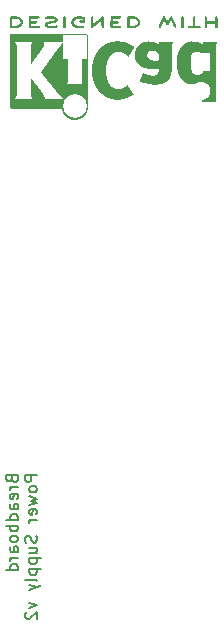
<source format=gbo>
%TF.GenerationSoftware,KiCad,Pcbnew,(6.0.1)*%
%TF.CreationDate,2022-04-22T15:44:47-05:00*%
%TF.ProjectId,BreadboardPowerSupply_v2,42726561-6462-46f6-9172-64506f776572,2*%
%TF.SameCoordinates,Original*%
%TF.FileFunction,Legend,Bot*%
%TF.FilePolarity,Positive*%
%FSLAX46Y46*%
G04 Gerber Fmt 4.6, Leading zero omitted, Abs format (unit mm)*
G04 Created by KiCad (PCBNEW (6.0.1)) date 2022-04-22 15:44:47*
%MOMM*%
%LPD*%
G01*
G04 APERTURE LIST*
%ADD10C,0.150000*%
%ADD11R,1.700000X1.700000*%
%ADD12O,1.700000X1.700000*%
%ADD13R,1.600000X1.600000*%
%ADD14C,1.600000*%
%ADD15O,1.600000X1.600000*%
%ADD16R,2.600000X2.600000*%
%ADD17C,2.600000*%
%ADD18R,2.000000X2.000000*%
%ADD19C,2.000000*%
%ADD20R,1.905000X2.000000*%
%ADD21O,1.905000X2.000000*%
%ADD22R,2.200000X2.200000*%
%ADD23O,2.200000X2.200000*%
%ADD24R,1.800000X1.800000*%
%ADD25C,1.800000*%
%ADD26R,1.900000X1.900000*%
%ADD27C,1.900000*%
G04 APERTURE END LIST*
D10*
X140855571Y-103538928D02*
X140903190Y-103681785D01*
X140950809Y-103729404D01*
X141046047Y-103777023D01*
X141188904Y-103777023D01*
X141284142Y-103729404D01*
X141331761Y-103681785D01*
X141379380Y-103586547D01*
X141379380Y-103205595D01*
X140379380Y-103205595D01*
X140379380Y-103538928D01*
X140427000Y-103634166D01*
X140474619Y-103681785D01*
X140569857Y-103729404D01*
X140665095Y-103729404D01*
X140760333Y-103681785D01*
X140807952Y-103634166D01*
X140855571Y-103538928D01*
X140855571Y-103205595D01*
X141379380Y-104205595D02*
X140712714Y-104205595D01*
X140903190Y-104205595D02*
X140807952Y-104253214D01*
X140760333Y-104300833D01*
X140712714Y-104396071D01*
X140712714Y-104491309D01*
X141331761Y-105205595D02*
X141379380Y-105110357D01*
X141379380Y-104919880D01*
X141331761Y-104824642D01*
X141236523Y-104777023D01*
X140855571Y-104777023D01*
X140760333Y-104824642D01*
X140712714Y-104919880D01*
X140712714Y-105110357D01*
X140760333Y-105205595D01*
X140855571Y-105253214D01*
X140950809Y-105253214D01*
X141046047Y-104777023D01*
X141379380Y-106110357D02*
X140855571Y-106110357D01*
X140760333Y-106062738D01*
X140712714Y-105967500D01*
X140712714Y-105777023D01*
X140760333Y-105681785D01*
X141331761Y-106110357D02*
X141379380Y-106015119D01*
X141379380Y-105777023D01*
X141331761Y-105681785D01*
X141236523Y-105634166D01*
X141141285Y-105634166D01*
X141046047Y-105681785D01*
X140998428Y-105777023D01*
X140998428Y-106015119D01*
X140950809Y-106110357D01*
X141379380Y-107015119D02*
X140379380Y-107015119D01*
X141331761Y-107015119D02*
X141379380Y-106919880D01*
X141379380Y-106729404D01*
X141331761Y-106634166D01*
X141284142Y-106586547D01*
X141188904Y-106538928D01*
X140903190Y-106538928D01*
X140807952Y-106586547D01*
X140760333Y-106634166D01*
X140712714Y-106729404D01*
X140712714Y-106919880D01*
X140760333Y-107015119D01*
X141379380Y-107491309D02*
X140379380Y-107491309D01*
X140760333Y-107491309D02*
X140712714Y-107586547D01*
X140712714Y-107777023D01*
X140760333Y-107872261D01*
X140807952Y-107919880D01*
X140903190Y-107967500D01*
X141188904Y-107967500D01*
X141284142Y-107919880D01*
X141331761Y-107872261D01*
X141379380Y-107777023D01*
X141379380Y-107586547D01*
X141331761Y-107491309D01*
X141379380Y-108538928D02*
X141331761Y-108443690D01*
X141284142Y-108396071D01*
X141188904Y-108348452D01*
X140903190Y-108348452D01*
X140807952Y-108396071D01*
X140760333Y-108443690D01*
X140712714Y-108538928D01*
X140712714Y-108681785D01*
X140760333Y-108777023D01*
X140807952Y-108824642D01*
X140903190Y-108872261D01*
X141188904Y-108872261D01*
X141284142Y-108824642D01*
X141331761Y-108777023D01*
X141379380Y-108681785D01*
X141379380Y-108538928D01*
X141379380Y-109729404D02*
X140855571Y-109729404D01*
X140760333Y-109681785D01*
X140712714Y-109586547D01*
X140712714Y-109396071D01*
X140760333Y-109300833D01*
X141331761Y-109729404D02*
X141379380Y-109634166D01*
X141379380Y-109396071D01*
X141331761Y-109300833D01*
X141236523Y-109253214D01*
X141141285Y-109253214D01*
X141046047Y-109300833D01*
X140998428Y-109396071D01*
X140998428Y-109634166D01*
X140950809Y-109729404D01*
X141379380Y-110205595D02*
X140712714Y-110205595D01*
X140903190Y-110205595D02*
X140807952Y-110253214D01*
X140760333Y-110300833D01*
X140712714Y-110396071D01*
X140712714Y-110491309D01*
X141379380Y-111253214D02*
X140379380Y-111253214D01*
X141331761Y-111253214D02*
X141379380Y-111157976D01*
X141379380Y-110967500D01*
X141331761Y-110872261D01*
X141284142Y-110824642D01*
X141188904Y-110777023D01*
X140903190Y-110777023D01*
X140807952Y-110824642D01*
X140760333Y-110872261D01*
X140712714Y-110967500D01*
X140712714Y-111157976D01*
X140760333Y-111253214D01*
X142989380Y-103205595D02*
X141989380Y-103205595D01*
X141989380Y-103586547D01*
X142037000Y-103681785D01*
X142084619Y-103729404D01*
X142179857Y-103777023D01*
X142322714Y-103777023D01*
X142417952Y-103729404D01*
X142465571Y-103681785D01*
X142513190Y-103586547D01*
X142513190Y-103205595D01*
X142989380Y-104348452D02*
X142941761Y-104253214D01*
X142894142Y-104205595D01*
X142798904Y-104157976D01*
X142513190Y-104157976D01*
X142417952Y-104205595D01*
X142370333Y-104253214D01*
X142322714Y-104348452D01*
X142322714Y-104491309D01*
X142370333Y-104586547D01*
X142417952Y-104634166D01*
X142513190Y-104681785D01*
X142798904Y-104681785D01*
X142894142Y-104634166D01*
X142941761Y-104586547D01*
X142989380Y-104491309D01*
X142989380Y-104348452D01*
X142322714Y-105015119D02*
X142989380Y-105205595D01*
X142513190Y-105396071D01*
X142989380Y-105586547D01*
X142322714Y-105777023D01*
X142941761Y-106538928D02*
X142989380Y-106443690D01*
X142989380Y-106253214D01*
X142941761Y-106157976D01*
X142846523Y-106110357D01*
X142465571Y-106110357D01*
X142370333Y-106157976D01*
X142322714Y-106253214D01*
X142322714Y-106443690D01*
X142370333Y-106538928D01*
X142465571Y-106586547D01*
X142560809Y-106586547D01*
X142656047Y-106110357D01*
X142989380Y-107015119D02*
X142322714Y-107015119D01*
X142513190Y-107015119D02*
X142417952Y-107062738D01*
X142370333Y-107110357D01*
X142322714Y-107205595D01*
X142322714Y-107300833D01*
X142941761Y-108348452D02*
X142989380Y-108491309D01*
X142989380Y-108729404D01*
X142941761Y-108824642D01*
X142894142Y-108872261D01*
X142798904Y-108919880D01*
X142703666Y-108919880D01*
X142608428Y-108872261D01*
X142560809Y-108824642D01*
X142513190Y-108729404D01*
X142465571Y-108538928D01*
X142417952Y-108443690D01*
X142370333Y-108396071D01*
X142275095Y-108348452D01*
X142179857Y-108348452D01*
X142084619Y-108396071D01*
X142037000Y-108443690D01*
X141989380Y-108538928D01*
X141989380Y-108777023D01*
X142037000Y-108919880D01*
X142322714Y-109777023D02*
X142989380Y-109777023D01*
X142322714Y-109348452D02*
X142846523Y-109348452D01*
X142941761Y-109396071D01*
X142989380Y-109491309D01*
X142989380Y-109634166D01*
X142941761Y-109729404D01*
X142894142Y-109777023D01*
X142322714Y-110253214D02*
X143322714Y-110253214D01*
X142370333Y-110253214D02*
X142322714Y-110348452D01*
X142322714Y-110538928D01*
X142370333Y-110634166D01*
X142417952Y-110681785D01*
X142513190Y-110729404D01*
X142798904Y-110729404D01*
X142894142Y-110681785D01*
X142941761Y-110634166D01*
X142989380Y-110538928D01*
X142989380Y-110348452D01*
X142941761Y-110253214D01*
X142322714Y-111157976D02*
X143322714Y-111157976D01*
X142370333Y-111157976D02*
X142322714Y-111253214D01*
X142322714Y-111443690D01*
X142370333Y-111538928D01*
X142417952Y-111586547D01*
X142513190Y-111634166D01*
X142798904Y-111634166D01*
X142894142Y-111586547D01*
X142941761Y-111538928D01*
X142989380Y-111443690D01*
X142989380Y-111253214D01*
X142941761Y-111157976D01*
X142989380Y-112205595D02*
X142941761Y-112110357D01*
X142846523Y-112062738D01*
X141989380Y-112062738D01*
X142322714Y-112491309D02*
X142989380Y-112729404D01*
X142322714Y-112967500D02*
X142989380Y-112729404D01*
X143227476Y-112634166D01*
X143275095Y-112586547D01*
X143322714Y-112491309D01*
X142322714Y-114015119D02*
X142989380Y-114253214D01*
X142322714Y-114491309D01*
X142084619Y-114824642D02*
X142037000Y-114872261D01*
X141989380Y-114967500D01*
X141989380Y-115205595D01*
X142037000Y-115300833D01*
X142084619Y-115348452D01*
X142179857Y-115396071D01*
X142275095Y-115396071D01*
X142417952Y-115348452D01*
X142989380Y-114777023D01*
X142989380Y-115396071D01*
%TO.C,G\u002A\u002A\u002A*%
G36*
X149402083Y-70400205D02*
G01*
X149400157Y-70402132D01*
X149398230Y-70400205D01*
X149400157Y-70398279D01*
X149402083Y-70400205D01*
G37*
G36*
X142726973Y-64363386D02*
G01*
X142757946Y-64363463D01*
X142791656Y-64363587D01*
X142827276Y-64363755D01*
X142863981Y-64363961D01*
X142900946Y-64364199D01*
X142937346Y-64364465D01*
X142972355Y-64364755D01*
X143005147Y-64365062D01*
X143034898Y-64365383D01*
X143060783Y-64365711D01*
X143081975Y-64366043D01*
X143097650Y-64366373D01*
X143106982Y-64366696D01*
X143115917Y-64367189D01*
X143133211Y-64368296D01*
X143144915Y-64369438D01*
X143152529Y-64370857D01*
X143157555Y-64372795D01*
X143161493Y-64375496D01*
X143163279Y-64376598D01*
X143172064Y-64379697D01*
X143183703Y-64382044D01*
X143186496Y-64382506D01*
X143197562Y-64385742D01*
X143206936Y-64390346D01*
X143212702Y-64395196D01*
X143212943Y-64399169D01*
X143213221Y-64402164D01*
X143217369Y-64408182D01*
X143220940Y-64412878D01*
X143221095Y-64415236D01*
X143220460Y-64417334D01*
X143222906Y-64423590D01*
X143224358Y-64426757D01*
X143228200Y-64440803D01*
X143230531Y-64458240D01*
X143231038Y-64475836D01*
X143229405Y-64490362D01*
X143226961Y-64499601D01*
X143223311Y-64509630D01*
X143218469Y-64518462D01*
X143211970Y-64526184D01*
X143203348Y-64532883D01*
X143192139Y-64538646D01*
X143177877Y-64543558D01*
X143160097Y-64547707D01*
X143138333Y-64551180D01*
X143112121Y-64554063D01*
X143080995Y-64556443D01*
X143044490Y-64558407D01*
X143002141Y-64560042D01*
X142953482Y-64561434D01*
X142898049Y-64562671D01*
X142835376Y-64563838D01*
X142826268Y-64563997D01*
X142791298Y-64564612D01*
X142755743Y-64565241D01*
X142721259Y-64565855D01*
X142689506Y-64566424D01*
X142662140Y-64566919D01*
X142640821Y-64567309D01*
X142628992Y-64567521D01*
X142601060Y-64567979D01*
X142572590Y-64568395D01*
X142546330Y-64568732D01*
X142525026Y-64568949D01*
X142476652Y-64569339D01*
X142476869Y-64673038D01*
X142476870Y-64673489D01*
X142476999Y-64700939D01*
X142477246Y-64725775D01*
X142477592Y-64746980D01*
X142478015Y-64763535D01*
X142478496Y-64774422D01*
X142479013Y-64778622D01*
X142482579Y-64779159D01*
X142492919Y-64779851D01*
X142508980Y-64780610D01*
X142529722Y-64781392D01*
X142554110Y-64782156D01*
X142581106Y-64782857D01*
X142587183Y-64783000D01*
X142639619Y-64784267D01*
X142685048Y-64785440D01*
X142724104Y-64786542D01*
X142757415Y-64787598D01*
X142785612Y-64788635D01*
X142809327Y-64789676D01*
X142829190Y-64790747D01*
X142845832Y-64791872D01*
X142859883Y-64793077D01*
X142871975Y-64794388D01*
X142874595Y-64794687D01*
X142888411Y-64795969D01*
X142902796Y-64796969D01*
X142907564Y-64797300D01*
X142918023Y-64798555D01*
X142923985Y-64800057D01*
X142926178Y-64801045D01*
X142934054Y-64803167D01*
X142935694Y-64803469D01*
X142945593Y-64806546D01*
X142956322Y-64811341D01*
X142965874Y-64816741D01*
X142972237Y-64821636D01*
X142973404Y-64824916D01*
X142972782Y-64825774D01*
X142974885Y-64827462D01*
X142975507Y-64827552D01*
X142979955Y-64831958D01*
X142984504Y-64841351D01*
X142988244Y-64853454D01*
X142990267Y-64865987D01*
X142990638Y-64872439D01*
X142991109Y-64887140D01*
X142991313Y-64903584D01*
X142991248Y-64919409D01*
X142990913Y-64932255D01*
X142990306Y-64939761D01*
X142989391Y-64943155D01*
X142981402Y-64954687D01*
X142966605Y-64964371D01*
X142966257Y-64964535D01*
X142957825Y-64968002D01*
X142947868Y-64971053D01*
X142935824Y-64973728D01*
X142921131Y-64976066D01*
X142903228Y-64978108D01*
X142881553Y-64979892D01*
X142855543Y-64981459D01*
X142824638Y-64982849D01*
X142788275Y-64984102D01*
X142745892Y-64985256D01*
X142696928Y-64986352D01*
X142640821Y-64987430D01*
X142628863Y-64987649D01*
X142598216Y-64988230D01*
X142569437Y-64988804D01*
X142543694Y-64989347D01*
X142522154Y-64989834D01*
X142505983Y-64990238D01*
X142496350Y-64990536D01*
X142493315Y-64990640D01*
X142483829Y-64990986D01*
X142477860Y-64992250D01*
X142474795Y-64995786D01*
X142474022Y-65002948D01*
X142474929Y-65015093D01*
X142476902Y-65033574D01*
X142478326Y-65047731D01*
X142479998Y-65065451D01*
X142481237Y-65079805D01*
X142481694Y-65085277D01*
X142483120Y-65100240D01*
X142484514Y-65112552D01*
X142484831Y-65115008D01*
X142486569Y-65128785D01*
X142488328Y-65143090D01*
X142489338Y-65150007D01*
X142492750Y-65160989D01*
X142498822Y-65166782D01*
X142508919Y-65169113D01*
X142516606Y-65169749D01*
X142536880Y-65171037D01*
X142563621Y-65172378D01*
X142596013Y-65173744D01*
X142633239Y-65175104D01*
X142674486Y-65176432D01*
X142718936Y-65177696D01*
X142765775Y-65178870D01*
X142814187Y-65179923D01*
X142858437Y-65180842D01*
X142921654Y-65182276D01*
X142977669Y-65183706D01*
X143026419Y-65185130D01*
X143067842Y-65186546D01*
X143101875Y-65187951D01*
X143128455Y-65189343D01*
X143147518Y-65190720D01*
X143159002Y-65192078D01*
X143162844Y-65193416D01*
X143164133Y-65194132D01*
X143170055Y-65195692D01*
X143182107Y-65198343D01*
X143183565Y-65198667D01*
X143202450Y-65205618D01*
X143216414Y-65216129D01*
X143216418Y-65216133D01*
X143220718Y-65221884D01*
X143220758Y-65224276D01*
X143219801Y-65225054D01*
X143221891Y-65229250D01*
X143223213Y-65231065D01*
X143225361Y-65235743D01*
X143227330Y-65243347D01*
X143229484Y-65255452D01*
X143232189Y-65273632D01*
X143232584Y-65290341D01*
X143226857Y-65311851D01*
X143214329Y-65330475D01*
X143211560Y-65333560D01*
X143206303Y-65340792D01*
X143205155Y-65344923D01*
X143205570Y-65345518D01*
X143204527Y-65345578D01*
X143204116Y-65345402D01*
X143199229Y-65347208D01*
X143192006Y-65352819D01*
X143190557Y-65354094D01*
X143176894Y-65362542D01*
X143159450Y-65369249D01*
X143141655Y-65372850D01*
X143135323Y-65373618D01*
X143132024Y-65374439D01*
X143129469Y-65375766D01*
X143119862Y-65377242D01*
X143103724Y-65378569D01*
X143081700Y-65379745D01*
X143054433Y-65380769D01*
X143022567Y-65381638D01*
X142986746Y-65382350D01*
X142947613Y-65382904D01*
X142905812Y-65383298D01*
X142861986Y-65383529D01*
X142816779Y-65383595D01*
X142770835Y-65383495D01*
X142724797Y-65383228D01*
X142679309Y-65382790D01*
X142635015Y-65382179D01*
X142592557Y-65381395D01*
X142552581Y-65380435D01*
X142515728Y-65379297D01*
X142482644Y-65377979D01*
X142453971Y-65376479D01*
X142436689Y-65375368D01*
X142414542Y-65373781D01*
X142393444Y-65372108D01*
X142374723Y-65370468D01*
X142359706Y-65368978D01*
X142349722Y-65367755D01*
X142346099Y-65366917D01*
X142344129Y-65366130D01*
X142337340Y-65364619D01*
X142335341Y-65364035D01*
X142327655Y-65359945D01*
X142318705Y-65353555D01*
X142310432Y-65346475D01*
X142304775Y-65340317D01*
X142303676Y-65336689D01*
X142304165Y-65335522D01*
X142302263Y-65330577D01*
X142301773Y-65329939D01*
X142298435Y-65324583D01*
X142295466Y-65317630D01*
X142292846Y-65308642D01*
X142290555Y-65297183D01*
X142288571Y-65282817D01*
X142286875Y-65265108D01*
X142285444Y-65243620D01*
X142284260Y-65217916D01*
X142283301Y-65187562D01*
X142282546Y-65152119D01*
X142281975Y-65111152D01*
X142281568Y-65064226D01*
X142281303Y-65010903D01*
X142281160Y-64950748D01*
X142281119Y-64883324D01*
X142281133Y-64848789D01*
X142281242Y-64782994D01*
X142281468Y-64724296D01*
X142281823Y-64672287D01*
X142282317Y-64626559D01*
X142282960Y-64586703D01*
X142283762Y-64552310D01*
X142284735Y-64522972D01*
X142285887Y-64498280D01*
X142287231Y-64477825D01*
X142288777Y-64461198D01*
X142290534Y-64447992D01*
X142292513Y-64437797D01*
X142292804Y-64436569D01*
X142294859Y-64427641D01*
X142295843Y-64422942D01*
X142295872Y-64422740D01*
X142298192Y-64415364D01*
X142302378Y-64406518D01*
X142306891Y-64399091D01*
X142310195Y-64395974D01*
X142311237Y-64395794D01*
X142311696Y-64392558D01*
X142311532Y-64392267D01*
X142312670Y-64387262D01*
X142320137Y-64382097D01*
X142332666Y-64377269D01*
X142348990Y-64373273D01*
X142367840Y-64370605D01*
X142371414Y-64370348D01*
X142383763Y-64369775D01*
X142402143Y-64369149D01*
X142425440Y-64368498D01*
X142452539Y-64367852D01*
X142482326Y-64367242D01*
X142513686Y-64366696D01*
X142532319Y-64366393D01*
X142561292Y-64365886D01*
X142587234Y-64365388D01*
X142609212Y-64364919D01*
X142626289Y-64364501D01*
X142637532Y-64364154D01*
X142642005Y-64363897D01*
X142642029Y-64363892D01*
X142646943Y-64363655D01*
X142658720Y-64363491D01*
X142676534Y-64363395D01*
X142699560Y-64363361D01*
X142726973Y-64363386D01*
G37*
G36*
X148569057Y-64363959D02*
G01*
X148587359Y-64372115D01*
X148605843Y-64387246D01*
X148616810Y-64399180D01*
X148630525Y-64418971D01*
X148639459Y-64440759D01*
X148644933Y-64467246D01*
X148645816Y-64473324D01*
X148648128Y-64488451D01*
X148650593Y-64503846D01*
X148650833Y-64506015D01*
X148651343Y-64516322D01*
X148651768Y-64533237D01*
X148652110Y-64555987D01*
X148652371Y-64583800D01*
X148652554Y-64615904D01*
X148652661Y-64651525D01*
X148652695Y-64689890D01*
X148652657Y-64730228D01*
X148652550Y-64771766D01*
X148652377Y-64813731D01*
X148652139Y-64855349D01*
X148651840Y-64895850D01*
X148651481Y-64934459D01*
X148651064Y-64970405D01*
X148650593Y-65002915D01*
X148650069Y-65031216D01*
X148649495Y-65054535D01*
X148648874Y-65072100D01*
X148648678Y-65076695D01*
X148647923Y-65097644D01*
X148647143Y-65123733D01*
X148646389Y-65152949D01*
X148645716Y-65183282D01*
X148645176Y-65212719D01*
X148644950Y-65226707D01*
X148644528Y-65252667D01*
X148644143Y-65276254D01*
X148643816Y-65296135D01*
X148643568Y-65310976D01*
X148643421Y-65319447D01*
X148643363Y-65321896D01*
X148642158Y-65331521D01*
X148637951Y-65337240D01*
X148628679Y-65342245D01*
X148626364Y-65343336D01*
X148615347Y-65349290D01*
X148607305Y-65354748D01*
X148602039Y-65358416D01*
X148594484Y-65361510D01*
X148591111Y-65362208D01*
X148582148Y-65365177D01*
X148572110Y-65368600D01*
X148550596Y-65371661D01*
X148529476Y-65369953D01*
X148522066Y-65367784D01*
X148506733Y-65360797D01*
X148490691Y-65350995D01*
X148475479Y-65339586D01*
X148462639Y-65327779D01*
X148453714Y-65316783D01*
X148450243Y-65307807D01*
X148449920Y-65300107D01*
X148449288Y-65287321D01*
X148448492Y-65272434D01*
X148448431Y-65271297D01*
X148447855Y-65258203D01*
X148447169Y-65239299D01*
X148446428Y-65216269D01*
X148445685Y-65190795D01*
X148444997Y-65164562D01*
X148444983Y-65164017D01*
X148444229Y-65136531D01*
X148443337Y-65108693D01*
X148442381Y-65082517D01*
X148441435Y-65060016D01*
X148440572Y-65043206D01*
X148439639Y-65025408D01*
X148438600Y-65000874D01*
X148437701Y-64974880D01*
X148437067Y-64950744D01*
X148436546Y-64930715D01*
X148435576Y-64902663D01*
X148434389Y-64874677D01*
X148433135Y-64850577D01*
X148432178Y-64833544D01*
X148430931Y-64808911D01*
X148429866Y-64785210D01*
X148429141Y-64765820D01*
X148428858Y-64756869D01*
X148428353Y-64741724D01*
X148427941Y-64730372D01*
X148427692Y-64724766D01*
X148427663Y-64724452D01*
X148424655Y-64721395D01*
X148417552Y-64723769D01*
X148407169Y-64731127D01*
X148394323Y-64743022D01*
X148394079Y-64743270D01*
X148384339Y-64752699D01*
X148376576Y-64759411D01*
X148372452Y-64761968D01*
X148369426Y-64763814D01*
X148361837Y-64770081D01*
X148351080Y-64779736D01*
X148338408Y-64791687D01*
X148328245Y-64801376D01*
X148315157Y-64813553D01*
X148304272Y-64823346D01*
X148297239Y-64829250D01*
X148295091Y-64830951D01*
X148286075Y-64838667D01*
X148274211Y-64849331D01*
X148261484Y-64861172D01*
X148255930Y-64866319D01*
X148244700Y-64876024D01*
X148235846Y-64882740D01*
X148230914Y-64885250D01*
X148228860Y-64885505D01*
X148228150Y-64887635D01*
X148228533Y-64888408D01*
X148226836Y-64893074D01*
X148222291Y-64898229D01*
X148217518Y-64900660D01*
X148217406Y-64900669D01*
X148213064Y-64903333D01*
X148206249Y-64909329D01*
X148197284Y-64918042D01*
X148176950Y-64937587D01*
X148159617Y-64953928D01*
X148145895Y-64966501D01*
X148136395Y-64974744D01*
X148131726Y-64978094D01*
X148128415Y-64980391D01*
X148120486Y-64987191D01*
X148109497Y-64997285D01*
X148096761Y-65009496D01*
X148086031Y-65019826D01*
X148075136Y-65029942D01*
X148067261Y-65036817D01*
X148063626Y-65039353D01*
X148063511Y-65039360D01*
X148059028Y-65042019D01*
X148052146Y-65048021D01*
X148042930Y-65056979D01*
X148021873Y-65077215D01*
X148004343Y-65093709D01*
X147990814Y-65106028D01*
X147981759Y-65113738D01*
X147977651Y-65116404D01*
X147976785Y-65116736D01*
X147971269Y-65120943D01*
X147962386Y-65128968D01*
X147951590Y-65139520D01*
X147947685Y-65143420D01*
X147937393Y-65153234D01*
X147929523Y-65160070D01*
X147925531Y-65162635D01*
X147925411Y-65162641D01*
X147920523Y-65165285D01*
X147913444Y-65171304D01*
X147901232Y-65183125D01*
X147882742Y-65200674D01*
X147868596Y-65213590D01*
X147859128Y-65221570D01*
X147854677Y-65224310D01*
X147854577Y-65224318D01*
X147850174Y-65227114D01*
X147842147Y-65233948D01*
X147832160Y-65243410D01*
X147831697Y-65243868D01*
X147821651Y-65253307D01*
X147813527Y-65260100D01*
X147809045Y-65262802D01*
X147808947Y-65262815D01*
X147804266Y-65265730D01*
X147796020Y-65272671D01*
X147785930Y-65282194D01*
X147785455Y-65282663D01*
X147775388Y-65292055D01*
X147767203Y-65298739D01*
X147762633Y-65301294D01*
X147759709Y-65302632D01*
X147752513Y-65308243D01*
X147743551Y-65316738D01*
X147737112Y-65322957D01*
X147729094Y-65329578D01*
X147724227Y-65332148D01*
X147723007Y-65332435D01*
X147716777Y-65336455D01*
X147708878Y-65343706D01*
X147706340Y-65346239D01*
X147698573Y-65352682D01*
X147693219Y-65355264D01*
X147689965Y-65356198D01*
X147683777Y-65361114D01*
X147679957Y-65364593D01*
X147669744Y-65371056D01*
X147657795Y-65376753D01*
X147647648Y-65379849D01*
X147644893Y-65380459D01*
X147639106Y-65383300D01*
X147637821Y-65384067D01*
X147632252Y-65383149D01*
X147630988Y-65382369D01*
X147625438Y-65380046D01*
X147616900Y-65378861D01*
X147612450Y-65376399D01*
X147604569Y-65369979D01*
X147594894Y-65361109D01*
X147584944Y-65351293D01*
X147576241Y-65342032D01*
X147570304Y-65334829D01*
X147568654Y-65331187D01*
X147567662Y-65327479D01*
X147562846Y-65320995D01*
X147558452Y-65315282D01*
X147558166Y-65312885D01*
X147558870Y-65310992D01*
X147556568Y-65304930D01*
X147553928Y-65299114D01*
X147550621Y-65288557D01*
X147549236Y-65281726D01*
X147546921Y-65270507D01*
X147546754Y-65269628D01*
X147545614Y-65259220D01*
X147544577Y-65242051D01*
X147543642Y-65218781D01*
X147542809Y-65190066D01*
X147542079Y-65156564D01*
X147541452Y-65118933D01*
X147540928Y-65077829D01*
X147540506Y-65033910D01*
X147540189Y-64987834D01*
X147539974Y-64940259D01*
X147539864Y-64891840D01*
X147539857Y-64843237D01*
X147539955Y-64795106D01*
X147540157Y-64748106D01*
X147540463Y-64702892D01*
X147540874Y-64660123D01*
X147541389Y-64620457D01*
X147542010Y-64584550D01*
X147542736Y-64553061D01*
X147543568Y-64526646D01*
X147544505Y-64505963D01*
X147545548Y-64491670D01*
X147546696Y-64484423D01*
X147547004Y-64483432D01*
X147548899Y-64475029D01*
X147550796Y-64463850D01*
X147553355Y-64452446D01*
X147561371Y-64431516D01*
X147572667Y-64410942D01*
X147585596Y-64394025D01*
X147590428Y-64389582D01*
X147602478Y-64380676D01*
X147616096Y-64372281D01*
X147627780Y-64366667D01*
X147637124Y-64364233D01*
X147650725Y-64364275D01*
X147666687Y-64368586D01*
X147686794Y-64377493D01*
X147695025Y-64381876D01*
X147709367Y-64390812D01*
X147721772Y-64400044D01*
X147730601Y-64408300D01*
X147734215Y-64414307D01*
X147734641Y-64417187D01*
X147736072Y-64424868D01*
X147738357Y-64439480D01*
X147740513Y-64459235D01*
X147742295Y-64481549D01*
X147743464Y-64503846D01*
X147743615Y-64507697D01*
X147744559Y-64526831D01*
X147745858Y-64548648D01*
X147747278Y-64569142D01*
X147747297Y-64569397D01*
X147748468Y-64587819D01*
X147749621Y-64610961D01*
X147750624Y-64635892D01*
X147751345Y-64659678D01*
X147751980Y-64682478D01*
X147752924Y-64710650D01*
X147753994Y-64738352D01*
X147755058Y-64761968D01*
X147755793Y-64777484D01*
X147756970Y-64805176D01*
X147758053Y-64833668D01*
X147758877Y-64858770D01*
X147759505Y-64876920D01*
X147760555Y-64900433D01*
X147761764Y-64922373D01*
X147762977Y-64939674D01*
X147763171Y-64942039D01*
X147764530Y-64960260D01*
X147765635Y-64977813D01*
X147766261Y-64991196D01*
X147766685Y-65000172D01*
X147768392Y-65011578D01*
X147771884Y-65016133D01*
X147777881Y-65014377D01*
X147787098Y-65006847D01*
X147790489Y-65003778D01*
X147803827Y-64992451D01*
X147816750Y-64982336D01*
X147820598Y-64979406D01*
X147832978Y-64969010D01*
X147843344Y-64959082D01*
X147846309Y-64956148D01*
X147853775Y-64950629D01*
X147858755Y-64949572D01*
X147860365Y-64950332D01*
X147860275Y-64948977D01*
X147859879Y-64948271D01*
X147861156Y-64943295D01*
X147865604Y-64937877D01*
X147870689Y-64935334D01*
X147870722Y-64935332D01*
X147874667Y-64932765D01*
X147882442Y-64926236D01*
X147892397Y-64917128D01*
X147902536Y-64907756D01*
X147913698Y-64897900D01*
X147921942Y-64891123D01*
X147925904Y-64887902D01*
X147935645Y-64879358D01*
X147948077Y-64867998D01*
X147961463Y-64855393D01*
X147970693Y-64846789D01*
X147982114Y-64836806D01*
X147990821Y-64829987D01*
X147995435Y-64827462D01*
X147997207Y-64827107D01*
X147997821Y-64823609D01*
X147997226Y-64822111D01*
X147999623Y-64819756D01*
X148001672Y-64818847D01*
X148008670Y-64813676D01*
X148018887Y-64804953D01*
X148030907Y-64793853D01*
X148037203Y-64787882D01*
X148049964Y-64776050D01*
X148060900Y-64766246D01*
X148068162Y-64760143D01*
X148073539Y-64755653D01*
X148083804Y-64746507D01*
X148096700Y-64734646D01*
X148110638Y-64721516D01*
X148122741Y-64710247D01*
X148134591Y-64699793D01*
X148143605Y-64692482D01*
X148148451Y-64689441D01*
X148150785Y-64688422D01*
X148151744Y-64684625D01*
X148151525Y-64682749D01*
X148155776Y-64681064D01*
X148158714Y-64680475D01*
X148159629Y-64677211D01*
X148159320Y-64675171D01*
X148163481Y-64673359D01*
X148166419Y-64672770D01*
X148167334Y-64669506D01*
X148166804Y-64667795D01*
X148169996Y-64665547D01*
X148171626Y-64664986D01*
X148178487Y-64660375D01*
X148188573Y-64652127D01*
X148200337Y-64641468D01*
X148204699Y-64637360D01*
X148217361Y-64625692D01*
X148228487Y-64615779D01*
X148236075Y-64609419D01*
X148238828Y-64607175D01*
X148248089Y-64599026D01*
X148260093Y-64587961D01*
X148272950Y-64575709D01*
X148279694Y-64569308D01*
X148290782Y-64559421D01*
X148299330Y-64552612D01*
X148303896Y-64550076D01*
X148305480Y-64549763D01*
X148306027Y-64546224D01*
X148305497Y-64544513D01*
X148308689Y-64542265D01*
X148310407Y-64541665D01*
X148317381Y-64537023D01*
X148327608Y-64528794D01*
X148339538Y-64518186D01*
X148357362Y-64501770D01*
X148378885Y-64482489D01*
X148395153Y-64468686D01*
X148406136Y-64460387D01*
X148411806Y-64457615D01*
X148413373Y-64457302D01*
X148413899Y-64453762D01*
X148413308Y-64452260D01*
X148415759Y-64449910D01*
X148421123Y-64447644D01*
X148428507Y-64441924D01*
X148437702Y-64433868D01*
X148448059Y-64425550D01*
X148449519Y-64424434D01*
X148460532Y-64415728D01*
X148471683Y-64406568D01*
X148474811Y-64404028D01*
X148482990Y-64398272D01*
X148488097Y-64395974D01*
X148490878Y-64395090D01*
X148496655Y-64390283D01*
X148502925Y-64385268D01*
X148514097Y-64378679D01*
X148527487Y-64371954D01*
X148540536Y-64366375D01*
X148550687Y-64363222D01*
X148551585Y-64363061D01*
X148569057Y-64363959D01*
G37*
G36*
X157272321Y-64366417D02*
G01*
X157291210Y-64369614D01*
X157307389Y-64375779D01*
X157315658Y-64380681D01*
X157327299Y-64388751D01*
X157336936Y-64396679D01*
X157343048Y-64403172D01*
X157344109Y-64406938D01*
X157344428Y-64409891D01*
X157348599Y-64415887D01*
X157352060Y-64420599D01*
X157351863Y-64422942D01*
X157351657Y-64425102D01*
X157355716Y-64430647D01*
X157359871Y-64435959D01*
X157360336Y-64438352D01*
X157359904Y-64438930D01*
X157360611Y-64444415D01*
X157363440Y-64453816D01*
X157364831Y-64457822D01*
X157367609Y-64466360D01*
X157368554Y-64470189D01*
X157368691Y-64472458D01*
X157369677Y-64480540D01*
X157371326Y-64492288D01*
X157372032Y-64497678D01*
X157373824Y-64516553D01*
X157375552Y-64541992D01*
X157377180Y-64573171D01*
X157378672Y-64609269D01*
X157379994Y-64649462D01*
X157381110Y-64692929D01*
X157381983Y-64738847D01*
X157382684Y-64783147D01*
X157731410Y-64783162D01*
X158080137Y-64783178D01*
X158080642Y-64632917D01*
X158080788Y-64597643D01*
X158081052Y-64557591D01*
X158081423Y-64524093D01*
X158081927Y-64496493D01*
X158082589Y-64474137D01*
X158083437Y-64456372D01*
X158084496Y-64442542D01*
X158085791Y-64431994D01*
X158087350Y-64424073D01*
X158089198Y-64418126D01*
X158089245Y-64418005D01*
X158091346Y-64410604D01*
X158090741Y-64407531D01*
X158090061Y-64407017D01*
X158092367Y-64403192D01*
X158098352Y-64396901D01*
X158106384Y-64389662D01*
X158114831Y-64382993D01*
X158122059Y-64378413D01*
X158122139Y-64378373D01*
X158134995Y-64373473D01*
X158150465Y-64369674D01*
X158166080Y-64367343D01*
X158179372Y-64366852D01*
X158187871Y-64368568D01*
X158189604Y-64369385D01*
X158197338Y-64371563D01*
X158205439Y-64373955D01*
X158220136Y-64382257D01*
X158235450Y-64394983D01*
X158239613Y-64399196D01*
X158244720Y-64405181D01*
X158245448Y-64407531D01*
X158244948Y-64409137D01*
X158248329Y-64414273D01*
X158249492Y-64415648D01*
X158254495Y-64422516D01*
X158258060Y-64430148D01*
X158260659Y-64440277D01*
X158262764Y-64454634D01*
X158264846Y-64474951D01*
X158265703Y-64485140D01*
X158266609Y-64498796D01*
X158267422Y-64514787D01*
X158268148Y-64533560D01*
X158268793Y-64555563D01*
X158269364Y-64581244D01*
X158269868Y-64611050D01*
X158270310Y-64645428D01*
X158270698Y-64684826D01*
X158271037Y-64729691D01*
X158271335Y-64780472D01*
X158271597Y-64837615D01*
X158271831Y-64901569D01*
X158272042Y-64972780D01*
X158272938Y-65304947D01*
X158246263Y-65332156D01*
X158234432Y-65343741D01*
X158217106Y-65358164D01*
X158201422Y-65367219D01*
X158185913Y-65371669D01*
X158169112Y-65372277D01*
X158165898Y-65372082D01*
X158151528Y-65370916D01*
X158141799Y-65369153D01*
X158134105Y-65366123D01*
X158125845Y-65361158D01*
X158125333Y-65360822D01*
X158109754Y-65348033D01*
X158098428Y-65332260D01*
X158089666Y-65311166D01*
X158089375Y-65310271D01*
X158087468Y-65303730D01*
X158085891Y-65296559D01*
X158084609Y-65287973D01*
X158083585Y-65277185D01*
X158082780Y-65263408D01*
X158082159Y-65245858D01*
X158081685Y-65223746D01*
X158081319Y-65196289D01*
X158081026Y-65162698D01*
X158080769Y-65122188D01*
X158079999Y-64987354D01*
X157731076Y-64987338D01*
X157382152Y-64987322D01*
X157381244Y-65068237D01*
X157381194Y-65072571D01*
X157380827Y-65098212D01*
X157380375Y-65122363D01*
X157379872Y-65143471D01*
X157379355Y-65159981D01*
X157378861Y-65170340D01*
X157376732Y-65200429D01*
X157374934Y-65224525D01*
X157373453Y-65242479D01*
X157372213Y-65255076D01*
X157371136Y-65263102D01*
X157370144Y-65267342D01*
X157369160Y-65268581D01*
X157369110Y-65268615D01*
X157368290Y-65272558D01*
X157367243Y-65281055D01*
X157365325Y-65290016D01*
X157360241Y-65304800D01*
X157353358Y-65320791D01*
X157345942Y-65335107D01*
X157339258Y-65344864D01*
X157337794Y-65346295D01*
X157328488Y-65352850D01*
X157315525Y-65359966D01*
X157301803Y-65366158D01*
X157290222Y-65369944D01*
X157272053Y-65371792D01*
X157246763Y-65368026D01*
X157221575Y-65357403D01*
X157197609Y-65340284D01*
X157182794Y-65327230D01*
X157181040Y-65132245D01*
X157180926Y-65119481D01*
X157180217Y-65030596D01*
X157179697Y-64947134D01*
X157179365Y-64869286D01*
X157179219Y-64797241D01*
X157179257Y-64731190D01*
X157179479Y-64671322D01*
X157179883Y-64617828D01*
X157180468Y-64570897D01*
X157181232Y-64530719D01*
X157182174Y-64497485D01*
X157183292Y-64471384D01*
X157184586Y-64452606D01*
X157186053Y-64441342D01*
X157188503Y-64432071D01*
X157192661Y-64420153D01*
X157195629Y-64412011D01*
X157196653Y-64407158D01*
X157197018Y-64405907D01*
X157201368Y-64400285D01*
X157209151Y-64392286D01*
X157218554Y-64383617D01*
X157227761Y-64375987D01*
X157234959Y-64371102D01*
X157238114Y-64369677D01*
X157253648Y-64366375D01*
X157272321Y-64366417D01*
G37*
G36*
X150573265Y-67657175D02*
G01*
X150571338Y-67659101D01*
X150569412Y-67657175D01*
X150571338Y-67655249D01*
X150573265Y-67657175D01*
G37*
G36*
X151262908Y-67602529D02*
G01*
X151264345Y-67570926D01*
X151266281Y-67543123D01*
X151268717Y-67520409D01*
X151269384Y-67515147D01*
X151270946Y-67501069D01*
X151272384Y-67486221D01*
X151273190Y-67478438D01*
X151274957Y-67465911D01*
X151276741Y-67457563D01*
X151278856Y-67448360D01*
X151280507Y-67436799D01*
X151280561Y-67436262D01*
X151282098Y-67426447D01*
X151284017Y-67420318D01*
X151284370Y-67419612D01*
X151286253Y-67412505D01*
X151287806Y-67402036D01*
X151287903Y-67401158D01*
X151290169Y-67388125D01*
X151293342Y-67376865D01*
X151293348Y-67376851D01*
X151295691Y-67369403D01*
X151295697Y-67366306D01*
X151295452Y-67365748D01*
X151296506Y-67360290D01*
X151299474Y-67350896D01*
X151300863Y-67346797D01*
X151303158Y-67338702D01*
X151303327Y-67335485D01*
X151303102Y-67334928D01*
X151304195Y-67329471D01*
X151307179Y-67320075D01*
X151308554Y-67315946D01*
X151310614Y-67307873D01*
X151310389Y-67304665D01*
X151309863Y-67303851D01*
X151312410Y-67299547D01*
X151314695Y-67296045D01*
X151318082Y-67287026D01*
X151319096Y-67282735D01*
X151322308Y-67273182D01*
X151323704Y-67269583D01*
X151325884Y-67261624D01*
X151326205Y-67259981D01*
X151328934Y-67252655D01*
X151329531Y-67251477D01*
X151332487Y-67243974D01*
X151336053Y-67233392D01*
X151337372Y-67229412D01*
X151342829Y-67214869D01*
X151348886Y-67200645D01*
X151351644Y-67194611D01*
X151355610Y-67185715D01*
X151357392Y-67181382D01*
X151357441Y-67181203D01*
X151360789Y-67172266D01*
X151366984Y-67158349D01*
X151375167Y-67141158D01*
X151384475Y-67122400D01*
X151394048Y-67103779D01*
X151403024Y-67087002D01*
X151410542Y-67073776D01*
X151415740Y-67065805D01*
X151418153Y-67062342D01*
X151419899Y-67058100D01*
X151420635Y-67055979D01*
X151424522Y-67048839D01*
X151430690Y-67038837D01*
X151434872Y-67032341D01*
X151441498Y-67022027D01*
X151445793Y-67015310D01*
X151448406Y-67011222D01*
X151459942Y-66993868D01*
X151469690Y-66980326D01*
X151476628Y-66972033D01*
X151480159Y-66967872D01*
X151480421Y-66965638D01*
X151480151Y-66965030D01*
X151482784Y-66960364D01*
X151488814Y-66952605D01*
X151490625Y-66950445D01*
X151500060Y-66938902D01*
X151508227Y-66928526D01*
X151511149Y-66924838D01*
X151520368Y-66914009D01*
X151530371Y-66903034D01*
X151535510Y-66897417D01*
X151540643Y-66891061D01*
X151541602Y-66888587D01*
X151541766Y-66887986D01*
X151545710Y-66883155D01*
X151553808Y-66874272D01*
X151565186Y-66862283D01*
X151578968Y-66848135D01*
X151585277Y-66841798D01*
X151599149Y-66828339D01*
X151610966Y-66817515D01*
X151619638Y-66810304D01*
X151624075Y-66807683D01*
X151626221Y-66807249D01*
X151626943Y-66803830D01*
X151626634Y-66801790D01*
X151630795Y-66799978D01*
X151633733Y-66799389D01*
X151634648Y-66796125D01*
X151634084Y-66794562D01*
X151636910Y-66792273D01*
X151641308Y-66790322D01*
X151649777Y-66784403D01*
X151660076Y-66775899D01*
X151679416Y-66759160D01*
X151693986Y-66747399D01*
X151703909Y-66740554D01*
X151709566Y-66738337D01*
X151711151Y-66738023D01*
X151711699Y-66734484D01*
X151711220Y-66732663D01*
X151714727Y-66730632D01*
X151720000Y-66728728D01*
X151727110Y-66722926D01*
X151732858Y-66717842D01*
X151738667Y-66715221D01*
X151743437Y-66713293D01*
X151750225Y-66707516D01*
X151755662Y-66702381D01*
X151760282Y-66699811D01*
X151761822Y-66699373D01*
X151768606Y-66695797D01*
X151777985Y-66689794D01*
X151781760Y-66687260D01*
X151792380Y-66680599D01*
X151800308Y-66676253D01*
X151800576Y-66676129D01*
X151809362Y-66671446D01*
X151819571Y-66665260D01*
X151820209Y-66664851D01*
X151830138Y-66659006D01*
X151842608Y-66652295D01*
X151855761Y-66645636D01*
X151867738Y-66639943D01*
X151876681Y-66636132D01*
X151880731Y-66635120D01*
X151883488Y-66634344D01*
X151889476Y-66629989D01*
X151890922Y-66628848D01*
X151900365Y-66623476D01*
X151912033Y-66618782D01*
X151913972Y-66618139D01*
X151927392Y-66612919D01*
X151939001Y-66607349D01*
X151940507Y-66606532D01*
X151952782Y-66600853D01*
X151965969Y-66595902D01*
X151969170Y-66594823D01*
X151979609Y-66590677D01*
X151986195Y-66587113D01*
X151988667Y-66585560D01*
X151991011Y-66586160D01*
X151992130Y-66586924D01*
X151996790Y-66584234D01*
X152000198Y-66581961D01*
X152002568Y-66582308D01*
X152003256Y-66583235D01*
X152007384Y-66581355D01*
X152007406Y-66581338D01*
X152014084Y-66577811D01*
X152024938Y-66573525D01*
X152036710Y-66569655D01*
X152046140Y-66567378D01*
X152047147Y-66567190D01*
X152054578Y-66564405D01*
X152055280Y-66564033D01*
X152062377Y-66561163D01*
X152073053Y-66557435D01*
X152084114Y-66553921D01*
X152092370Y-66551694D01*
X152094650Y-66551138D01*
X152102735Y-66548593D01*
X152105790Y-66547611D01*
X152115496Y-66544932D01*
X152127777Y-66541856D01*
X152134565Y-66540189D01*
X152145847Y-66537221D01*
X152152819Y-66535118D01*
X152157716Y-66533411D01*
X152164954Y-66531427D01*
X152175934Y-66529072D01*
X152178030Y-66528638D01*
X152189209Y-66526211D01*
X152201939Y-66523336D01*
X152206560Y-66522341D01*
X152214976Y-66521021D01*
X152218312Y-66521303D01*
X152218866Y-66521767D01*
X152223128Y-66520039D01*
X152225117Y-66518936D01*
X152232530Y-66516334D01*
X152233365Y-66516207D01*
X152241049Y-66515044D01*
X152251793Y-66513421D01*
X152253042Y-66513231D01*
X152265655Y-66511218D01*
X152276101Y-66509410D01*
X152284209Y-66508241D01*
X152297452Y-66506741D01*
X152312549Y-66505303D01*
X152313309Y-66505237D01*
X152326662Y-66503906D01*
X152336491Y-66502616D01*
X152340717Y-66501639D01*
X152341795Y-66501450D01*
X152349191Y-66501178D01*
X152362610Y-66501057D01*
X152380919Y-66501073D01*
X152402982Y-66501208D01*
X152427666Y-66501450D01*
X152453835Y-66501782D01*
X152480356Y-66502189D01*
X152506094Y-66502656D01*
X152529915Y-66503168D01*
X152550683Y-66503710D01*
X152567266Y-66504266D01*
X152578528Y-66504822D01*
X152591877Y-66505735D01*
X152620169Y-66507795D01*
X152646251Y-66509856D01*
X152668295Y-66511772D01*
X152684473Y-66513393D01*
X152697670Y-66514890D01*
X152711501Y-66516510D01*
X152719807Y-66517587D01*
X152723858Y-66518290D01*
X152724925Y-66518788D01*
X152727316Y-66519503D01*
X152734557Y-66520486D01*
X152745742Y-66521845D01*
X152768481Y-66525504D01*
X152789456Y-66529859D01*
X152792398Y-66530526D01*
X152800606Y-66531816D01*
X152803903Y-66531347D01*
X152805273Y-66531253D01*
X152810274Y-66534642D01*
X152814530Y-66537558D01*
X152818942Y-66538735D01*
X152821176Y-66538669D01*
X152829168Y-66539961D01*
X152840322Y-66542446D01*
X152852031Y-66545523D01*
X152861692Y-66548593D01*
X152864344Y-66549512D01*
X152872056Y-66551694D01*
X152873316Y-66551982D01*
X152882376Y-66554547D01*
X152893613Y-66558188D01*
X152903835Y-66561831D01*
X152909849Y-66564402D01*
X152912892Y-66565736D01*
X152921104Y-66567826D01*
X152925451Y-66568874D01*
X152932662Y-66572281D01*
X152937478Y-66575013D01*
X152946448Y-66578406D01*
X152953424Y-66580875D01*
X152965574Y-66585823D01*
X152979195Y-66591830D01*
X152988662Y-66596147D01*
X153004577Y-66603198D01*
X153014806Y-66607346D01*
X153020184Y-66608943D01*
X153021979Y-66609682D01*
X153028916Y-66613618D01*
X153038631Y-66619740D01*
X153044580Y-66623413D01*
X153050623Y-66626338D01*
X153051801Y-66625519D01*
X153051708Y-66623830D01*
X153055918Y-66626462D01*
X153057092Y-66627400D01*
X153066092Y-66633713D01*
X153078234Y-66640686D01*
X153095502Y-66649474D01*
X153100303Y-66651953D01*
X153109356Y-66657367D01*
X153114035Y-66661285D01*
X153115483Y-66662768D01*
X153122579Y-66667405D01*
X153132902Y-66672662D01*
X153137534Y-66674911D01*
X153147897Y-66680949D01*
X153154329Y-66686136D01*
X153157824Y-66689411D01*
X153163993Y-66692106D01*
X153168840Y-66694030D01*
X153175676Y-66699811D01*
X153181425Y-66704896D01*
X153187234Y-66707516D01*
X153192004Y-66709444D01*
X153198792Y-66715221D01*
X153204515Y-66720310D01*
X153210226Y-66722926D01*
X153211479Y-66723210D01*
X153217812Y-66727228D01*
X153225760Y-66734484D01*
X153228311Y-66737035D01*
X153235980Y-66743466D01*
X153241170Y-66746042D01*
X153242401Y-66746328D01*
X153248665Y-66750347D01*
X153256580Y-66757600D01*
X153259143Y-66760168D01*
X153266718Y-66766593D01*
X153271748Y-66769175D01*
X153273212Y-66769567D01*
X153279735Y-66773649D01*
X153288155Y-66780733D01*
X153291488Y-66783748D01*
X153299176Y-66789847D01*
X153303808Y-66792273D01*
X153304856Y-66792575D01*
X153310562Y-66796606D01*
X153318221Y-66803830D01*
X153325373Y-66810564D01*
X153333261Y-66814880D01*
X153337998Y-66812318D01*
X153339793Y-66802867D01*
X153340359Y-66791782D01*
X153341321Y-66780715D01*
X153341618Y-66777819D01*
X153342510Y-66767006D01*
X153343600Y-66751898D01*
X153344717Y-66734819D01*
X153345050Y-66729581D01*
X153346474Y-66709209D01*
X153348038Y-66689184D01*
X153349458Y-66673178D01*
X153350592Y-66660836D01*
X153351946Y-66643966D01*
X153352820Y-66630465D01*
X153353745Y-66615913D01*
X153355139Y-66599172D01*
X153356771Y-66582724D01*
X153358443Y-66568417D01*
X153359956Y-66558099D01*
X153361109Y-66553618D01*
X153363736Y-66553353D01*
X153373542Y-66553093D01*
X153390082Y-66552915D01*
X153412813Y-66552818D01*
X153441192Y-66552796D01*
X153474676Y-66552846D01*
X153512722Y-66552964D01*
X153554787Y-66553147D01*
X153600328Y-66553391D01*
X153648802Y-66553693D01*
X153699667Y-66554049D01*
X153752378Y-66554455D01*
X153806394Y-66554908D01*
X153861172Y-66555403D01*
X153916168Y-66555938D01*
X153970839Y-66556509D01*
X154024642Y-66557111D01*
X154077035Y-66557742D01*
X154127475Y-66558398D01*
X154175418Y-66559075D01*
X154227581Y-66559879D01*
X154276831Y-66560726D01*
X154320048Y-66561577D01*
X154358097Y-66562456D01*
X154391844Y-66563384D01*
X154422153Y-66564383D01*
X154449890Y-66565476D01*
X154475919Y-66566683D01*
X154488216Y-66567288D01*
X154502067Y-66567949D01*
X154511555Y-66568378D01*
X154511809Y-66568390D01*
X154519820Y-66570448D01*
X154522150Y-66576301D01*
X154521525Y-66580729D01*
X154518234Y-66586199D01*
X154517013Y-66587235D01*
X154516371Y-66591939D01*
X154516836Y-66593376D01*
X154514270Y-66597826D01*
X154510992Y-66601068D01*
X154506336Y-66608687D01*
X154506250Y-66608876D01*
X154502845Y-66615805D01*
X154498343Y-66623726D01*
X154491669Y-66634435D01*
X154481747Y-66649728D01*
X154477308Y-66656632D01*
X154472236Y-66664951D01*
X154470168Y-66668990D01*
X154468148Y-66673122D01*
X154463498Y-66680548D01*
X154458808Y-66688294D01*
X154450433Y-66705355D01*
X154443489Y-66723256D01*
X154439464Y-66738416D01*
X154437293Y-66750872D01*
X154435079Y-66762485D01*
X154434442Y-66766078D01*
X154432852Y-66778360D01*
X154431627Y-66792080D01*
X154431031Y-66800065D01*
X154429526Y-66817226D01*
X154427844Y-66833905D01*
X154427344Y-66838917D01*
X154426044Y-66855503D01*
X154424844Y-66875232D01*
X154423952Y-66894845D01*
X154423681Y-66901891D01*
X154422637Y-66925397D01*
X154421357Y-66950673D01*
X154420056Y-66973344D01*
X154419765Y-66978262D01*
X154418736Y-66998961D01*
X154417716Y-67023860D01*
X154416811Y-67050253D01*
X154416123Y-67075437D01*
X154416044Y-67078833D01*
X154415305Y-67106987D01*
X154414376Y-67138074D01*
X154413367Y-67168549D01*
X154412389Y-67194866D01*
X154412085Y-67203573D01*
X154411541Y-67223815D01*
X154410980Y-67249967D01*
X154410420Y-67280900D01*
X154409879Y-67315486D01*
X154409376Y-67352597D01*
X154408929Y-67391102D01*
X154408556Y-67429873D01*
X154408458Y-67441337D01*
X154408135Y-67478683D01*
X154407755Y-67522116D01*
X154407330Y-67570439D01*
X154406869Y-67622455D01*
X154406384Y-67676967D01*
X154405885Y-67732778D01*
X154405384Y-67788691D01*
X154404889Y-67843508D01*
X154404413Y-67896034D01*
X154404124Y-67927722D01*
X154403668Y-67978000D01*
X154403215Y-68028025D01*
X154402773Y-68076864D01*
X154402351Y-68123586D01*
X154401957Y-68167260D01*
X154401600Y-68206955D01*
X154401288Y-68241739D01*
X154401029Y-68270681D01*
X154400832Y-68292849D01*
X154400645Y-68311154D01*
X154400145Y-68347924D01*
X154399484Y-68386763D01*
X154398710Y-68425227D01*
X154397869Y-68460872D01*
X154397008Y-68491256D01*
X154396885Y-68495152D01*
X154395948Y-68526849D01*
X154395035Y-68560780D01*
X154394207Y-68594461D01*
X154393527Y-68625408D01*
X154393056Y-68651138D01*
X154392852Y-68662841D01*
X154392181Y-68692848D01*
X154391306Y-68724484D01*
X154390317Y-68754639D01*
X154389304Y-68780199D01*
X154389128Y-68784165D01*
X154388030Y-68810424D01*
X154386961Y-68838228D01*
X154386036Y-68864494D01*
X154385369Y-68886145D01*
X154384915Y-68900446D01*
X154383909Y-68925451D01*
X154382696Y-68950173D01*
X154381450Y-68970902D01*
X154381002Y-68977593D01*
X154379669Y-68999626D01*
X154378497Y-69021818D01*
X154377698Y-69040248D01*
X154377683Y-69040672D01*
X154376738Y-69058996D01*
X154375332Y-69077506D01*
X154373766Y-69092258D01*
X154372818Y-69099755D01*
X154371049Y-69115887D01*
X154369885Y-69129387D01*
X154369673Y-69132194D01*
X154368231Y-69144224D01*
X154366405Y-69153002D01*
X154365956Y-69154582D01*
X154363957Y-69164531D01*
X154362303Y-69176680D01*
X154361890Y-69180224D01*
X154360187Y-69190426D01*
X154358415Y-69196277D01*
X154358067Y-69196977D01*
X154356214Y-69204039D01*
X154354673Y-69214482D01*
X154354577Y-69215360D01*
X154352310Y-69228394D01*
X154349137Y-69239653D01*
X154349132Y-69239667D01*
X154346788Y-69247116D01*
X154346782Y-69250213D01*
X154347027Y-69250771D01*
X154345973Y-69256229D01*
X154343005Y-69265623D01*
X154341616Y-69269720D01*
X154339307Y-69277816D01*
X154339116Y-69281034D01*
X154338965Y-69283554D01*
X154336813Y-69291554D01*
X154333061Y-69303131D01*
X154329834Y-69312985D01*
X154325826Y-69326665D01*
X154323440Y-69336684D01*
X154320960Y-69345809D01*
X154317295Y-69353112D01*
X154315454Y-69355737D01*
X154315395Y-69358085D01*
X154315722Y-69358652D01*
X154314855Y-69364170D01*
X154312137Y-69373796D01*
X154308227Y-69385340D01*
X154303785Y-69396611D01*
X154302803Y-69399302D01*
X154300960Y-69408539D01*
X154299885Y-69413018D01*
X154295339Y-69421060D01*
X154292675Y-69425029D01*
X154292922Y-69427431D01*
X154293685Y-69428551D01*
X154290995Y-69433210D01*
X154288723Y-69436619D01*
X154289069Y-69438989D01*
X154290015Y-69439656D01*
X154288278Y-69443805D01*
X154288275Y-69443808D01*
X154284740Y-69450236D01*
X154280433Y-69460314D01*
X154276339Y-69471376D01*
X154273448Y-69480753D01*
X154272745Y-69485778D01*
X154271786Y-69489103D01*
X154267191Y-69495410D01*
X154263012Y-69500486D01*
X154260720Y-69504483D01*
X154260425Y-69506209D01*
X154257475Y-69514765D01*
X154251718Y-69528678D01*
X154243592Y-69546861D01*
X154239232Y-69556605D01*
X154235070Y-69566549D01*
X154233207Y-69571903D01*
X154232562Y-69573973D01*
X154228627Y-69580484D01*
X154225026Y-69585893D01*
X154218469Y-69597373D01*
X154208925Y-69615083D01*
X154196201Y-69639374D01*
X154191510Y-69647078D01*
X154184043Y-69656711D01*
X154179036Y-69662692D01*
X154175606Y-69668217D01*
X154175567Y-69668330D01*
X154171659Y-69675746D01*
X154164191Y-69687245D01*
X154154478Y-69701014D01*
X154143837Y-69715240D01*
X154133585Y-69728112D01*
X154125040Y-69737816D01*
X154122120Y-69741033D01*
X154117054Y-69748183D01*
X154116278Y-69752264D01*
X154116615Y-69753728D01*
X154112266Y-69754900D01*
X154108943Y-69755408D01*
X154107532Y-69757997D01*
X154106756Y-69759847D01*
X154101646Y-69766295D01*
X154092791Y-69776168D01*
X154081297Y-69788350D01*
X154068272Y-69801725D01*
X154054822Y-69815174D01*
X154042056Y-69827583D01*
X154031079Y-69837832D01*
X154022999Y-69844807D01*
X154018924Y-69847389D01*
X154016181Y-69848738D01*
X154009142Y-69854268D01*
X154000126Y-69862610D01*
X153993519Y-69868791D01*
X153985435Y-69875365D01*
X153980621Y-69877993D01*
X153979442Y-69878321D01*
X153973313Y-69882446D01*
X153965453Y-69889740D01*
X153962908Y-69892282D01*
X153955190Y-69898719D01*
X153949919Y-69901297D01*
X153945225Y-69903229D01*
X153938485Y-69909003D01*
X153932954Y-69914122D01*
X153927982Y-69916708D01*
X153925495Y-69917373D01*
X153919377Y-69921523D01*
X153916117Y-69924556D01*
X153907083Y-69932283D01*
X153900549Y-69936891D01*
X153898033Y-69937262D01*
X153896440Y-69937030D01*
X153891291Y-69940567D01*
X153886397Y-69944336D01*
X153878770Y-69948911D01*
X153878384Y-69949087D01*
X153870930Y-69953103D01*
X153861434Y-69958880D01*
X153858321Y-69960731D01*
X153848595Y-69966070D01*
X153834667Y-69973443D01*
X153817913Y-69982147D01*
X153799713Y-69991483D01*
X153781445Y-70000747D01*
X153764487Y-70009239D01*
X153750219Y-70016259D01*
X153740017Y-70021103D01*
X153735262Y-70023071D01*
X153730446Y-70024580D01*
X153725631Y-70026218D01*
X153723355Y-70027039D01*
X153715479Y-70030418D01*
X153704653Y-70035368D01*
X153697840Y-70038497D01*
X153688951Y-70042341D01*
X153684678Y-70043843D01*
X153680184Y-70045140D01*
X153671946Y-70048287D01*
X153663119Y-70051615D01*
X153655984Y-70053769D01*
X153652867Y-70054573D01*
X153644426Y-70057609D01*
X153640476Y-70059110D01*
X153630582Y-70061835D01*
X153626252Y-70063096D01*
X153618061Y-70067506D01*
X153615302Y-70069448D01*
X153612943Y-70069564D01*
X153610735Y-70069352D01*
X153603048Y-70071117D01*
X153591754Y-70074663D01*
X153582373Y-70077688D01*
X153573851Y-70079914D01*
X153570565Y-70080007D01*
X153570006Y-70079449D01*
X153565749Y-70081069D01*
X153563717Y-70082224D01*
X153557081Y-70084847D01*
X153551464Y-70085972D01*
X153540706Y-70088191D01*
X153535391Y-70089443D01*
X153533965Y-70090082D01*
X153533946Y-70090152D01*
X153531885Y-70090992D01*
X153525343Y-70092536D01*
X153512776Y-70095154D01*
X153508880Y-70095976D01*
X153497191Y-70098569D01*
X153483882Y-70101631D01*
X153473253Y-70104086D01*
X153462280Y-70106427D01*
X153450987Y-70108501D01*
X153435725Y-70111022D01*
X153422655Y-70113375D01*
X153408757Y-70116249D01*
X153407679Y-70116488D01*
X153397036Y-70118353D01*
X153389494Y-70118897D01*
X153386995Y-70118927D01*
X153379862Y-70120904D01*
X153378883Y-70121371D01*
X153371381Y-70123190D01*
X153360600Y-70124542D01*
X153359178Y-70124656D01*
X153340910Y-70126267D01*
X153329723Y-70127578D01*
X153325926Y-70128551D01*
X153325808Y-70128658D01*
X153321349Y-70129542D01*
X153312442Y-70130606D01*
X153309739Y-70130881D01*
X153295952Y-70132386D01*
X153281622Y-70134066D01*
X153278693Y-70134424D01*
X153263119Y-70136321D01*
X153248875Y-70138047D01*
X153247996Y-70138151D01*
X153235896Y-70139405D01*
X153219695Y-70140884D01*
X153202644Y-70142287D01*
X153201336Y-70142388D01*
X153183814Y-70143743D01*
X153167042Y-70145040D01*
X153154487Y-70146012D01*
X153121018Y-70148184D01*
X153082258Y-70149940D01*
X153040519Y-70151203D01*
X152997134Y-70151972D01*
X152953436Y-70152247D01*
X152910759Y-70152026D01*
X152870437Y-70151310D01*
X152833803Y-70150097D01*
X152802192Y-70148387D01*
X152776935Y-70146180D01*
X152767303Y-70145163D01*
X152752428Y-70143704D01*
X152736483Y-70142222D01*
X152714710Y-70140139D01*
X152692120Y-70137565D01*
X152670989Y-70134610D01*
X152669758Y-70134424D01*
X152657399Y-70132624D01*
X152644021Y-70130757D01*
X152642424Y-70130539D01*
X152628847Y-70128634D01*
X152617053Y-70126905D01*
X152615840Y-70126722D01*
X152603474Y-70124991D01*
X152590083Y-70123267D01*
X152587425Y-70122926D01*
X152576331Y-70121138D01*
X152568894Y-70119398D01*
X152566212Y-70118567D01*
X152561084Y-70117367D01*
X152552942Y-70115866D01*
X152540250Y-70113788D01*
X152521473Y-70110856D01*
X152507823Y-70108660D01*
X152497235Y-70106666D01*
X152493771Y-70105484D01*
X152493662Y-70105336D01*
X152490693Y-70104341D01*
X152482964Y-70102568D01*
X152469535Y-70099814D01*
X152449467Y-70095875D01*
X152446767Y-70095348D01*
X152434888Y-70092932D01*
X152422119Y-70090126D01*
X152405162Y-70086209D01*
X152398763Y-70084744D01*
X152385749Y-70081931D01*
X152376268Y-70080096D01*
X152374732Y-70079825D01*
X152363729Y-70077550D01*
X152351226Y-70074599D01*
X152348922Y-70074026D01*
X152336321Y-70071127D01*
X152326184Y-70069121D01*
X152319827Y-70067926D01*
X152316553Y-70066950D01*
X152315270Y-70066285D01*
X152308611Y-70064647D01*
X152295364Y-70061972D01*
X152287992Y-70060389D01*
X152275207Y-70057431D01*
X152260691Y-70053923D01*
X152247925Y-70050855D01*
X152234765Y-70047865D01*
X152226017Y-70046078D01*
X152219657Y-70044837D01*
X152216386Y-70043843D01*
X152213959Y-70042974D01*
X152206755Y-70041327D01*
X152197906Y-70039499D01*
X152188527Y-70037322D01*
X152185565Y-70036146D01*
X152183154Y-70035364D01*
X152175934Y-70033974D01*
X152174387Y-70033704D01*
X152163387Y-70031419D01*
X152150892Y-70028432D01*
X152148574Y-70027847D01*
X152135980Y-70024911D01*
X152125851Y-70022890D01*
X152119321Y-70021781D01*
X152115256Y-70021013D01*
X152113330Y-70020998D01*
X152109492Y-70019988D01*
X152101574Y-70017165D01*
X152091176Y-70013828D01*
X152078459Y-70010762D01*
X152066603Y-70008479D01*
X152057458Y-70006458D01*
X152054578Y-70005325D01*
X152052583Y-70004558D01*
X152043544Y-70002726D01*
X152027610Y-70000071D01*
X152027570Y-70000065D01*
X152019150Y-69998544D01*
X152015089Y-69997447D01*
X152011237Y-69996074D01*
X152009614Y-69995709D01*
X152001958Y-69993843D01*
X151991011Y-69991090D01*
X151989883Y-69990805D01*
X151974102Y-69987040D01*
X151955506Y-69982891D01*
X151937525Y-69979104D01*
X151923591Y-69976427D01*
X151919095Y-69975533D01*
X151915886Y-69974496D01*
X151915058Y-69973991D01*
X151911159Y-69972928D01*
X151903036Y-69971151D01*
X151889573Y-69968420D01*
X151869655Y-69964494D01*
X151856112Y-69961761D01*
X151848731Y-69960037D01*
X151846539Y-69959086D01*
X151845079Y-69958475D01*
X151838834Y-69957089D01*
X151829948Y-69955455D01*
X151818640Y-69953362D01*
X151818093Y-69953261D01*
X151808740Y-69951551D01*
X151803229Y-69950589D01*
X151802806Y-69950516D01*
X151796567Y-69949178D01*
X151786824Y-69946910D01*
X151762180Y-69941806D01*
X151735018Y-69937873D01*
X151734691Y-69937838D01*
X151726604Y-69936793D01*
X151723257Y-69935988D01*
X151723255Y-69935977D01*
X151719798Y-69935040D01*
X151711699Y-69933719D01*
X151702554Y-69932301D01*
X151689747Y-69930075D01*
X151677878Y-69927824D01*
X151670284Y-69926156D01*
X151666413Y-69925563D01*
X151658018Y-69924894D01*
X151655125Y-69924639D01*
X151650328Y-69922021D01*
X151650393Y-69914756D01*
X151650671Y-69913446D01*
X151654246Y-69903013D01*
X151659704Y-69891641D01*
X151661415Y-69888498D01*
X151664869Y-69881128D01*
X151665304Y-69878182D01*
X151665121Y-69878109D01*
X151665827Y-69874355D01*
X151669300Y-69866665D01*
X151669841Y-69865613D01*
X151673577Y-69857863D01*
X151674929Y-69854144D01*
X151674894Y-69853385D01*
X151675646Y-69850494D01*
X151677895Y-69843944D01*
X151682229Y-69831951D01*
X151684679Y-69824781D01*
X151686471Y-69818467D01*
X151688189Y-69814717D01*
X151693308Y-69807873D01*
X151696648Y-69803478D01*
X151696787Y-69801131D01*
X151696522Y-69801052D01*
X151696823Y-69797287D01*
X151700121Y-69789613D01*
X151700661Y-69788561D01*
X151704398Y-69780812D01*
X151705750Y-69777092D01*
X151705729Y-69776430D01*
X151707607Y-69770017D01*
X151712155Y-69758507D01*
X151718815Y-69743342D01*
X151721537Y-69737327D01*
X151725473Y-69728418D01*
X151727248Y-69724079D01*
X151727765Y-69722544D01*
X151730217Y-69716374D01*
X151733184Y-69709191D01*
X151737203Y-69699186D01*
X151740682Y-69690306D01*
X151742431Y-69685553D01*
X151742824Y-69684492D01*
X151745546Y-69678024D01*
X151749850Y-69668217D01*
X151751546Y-69664326D01*
X151755528Y-69654441D01*
X151757490Y-69648380D01*
X151758353Y-69645712D01*
X151762587Y-69638748D01*
X151764719Y-69635814D01*
X151767585Y-69629691D01*
X151767749Y-69628973D01*
X151770092Y-69622132D01*
X151774045Y-69612355D01*
X151774903Y-69610337D01*
X151778741Y-69600864D01*
X151780807Y-69595018D01*
X151781450Y-69592889D01*
X151784150Y-69585805D01*
X151789122Y-69574061D01*
X151796850Y-69556492D01*
X151798679Y-69552350D01*
X151802478Y-69543556D01*
X151804250Y-69539156D01*
X151804253Y-69539145D01*
X151806499Y-69533425D01*
X151811793Y-69521098D01*
X151819965Y-69502556D01*
X151821794Y-69498414D01*
X151825597Y-69489621D01*
X151827375Y-69485220D01*
X151827910Y-69483686D01*
X151830384Y-69477515D01*
X151833120Y-69470725D01*
X151836984Y-69460362D01*
X151840053Y-69451390D01*
X151841306Y-69446694D01*
X151842849Y-69443747D01*
X151847777Y-69437621D01*
X151851791Y-69432592D01*
X151853387Y-69428993D01*
X151853262Y-69428689D01*
X151854030Y-69423651D01*
X151857930Y-69413186D01*
X151865213Y-69396611D01*
X151867935Y-69390596D01*
X151871871Y-69381687D01*
X151873646Y-69377348D01*
X151876029Y-69370855D01*
X151881162Y-69358711D01*
X151888328Y-69342675D01*
X151891039Y-69336644D01*
X151894861Y-69327745D01*
X151896459Y-69323412D01*
X151896975Y-69321638D01*
X151900436Y-69313566D01*
X151906502Y-69300835D01*
X151914431Y-69284876D01*
X151923482Y-69267120D01*
X151932912Y-69248999D01*
X151941982Y-69231946D01*
X151949948Y-69217391D01*
X151956069Y-69206766D01*
X151959604Y-69201503D01*
X151964441Y-69194993D01*
X151965095Y-69190908D01*
X151964916Y-69189620D01*
X151969407Y-69188572D01*
X151972688Y-69187923D01*
X151973674Y-69184719D01*
X151974051Y-69183017D01*
X151979138Y-69181363D01*
X151987112Y-69180866D01*
X151995122Y-69181629D01*
X152000321Y-69183756D01*
X152000930Y-69184318D01*
X152005779Y-69186738D01*
X152012404Y-69187918D01*
X152022733Y-69190820D01*
X152033794Y-69194522D01*
X152042859Y-69198107D01*
X152047200Y-69200658D01*
X152050509Y-69202735D01*
X152058431Y-69203982D01*
X152064628Y-69204737D01*
X152069725Y-69207408D01*
X152073301Y-69210160D01*
X152081340Y-69213218D01*
X152090157Y-69215859D01*
X152101602Y-69220063D01*
X152106864Y-69222202D01*
X152117394Y-69225954D01*
X152123896Y-69227148D01*
X152124631Y-69227340D01*
X152130424Y-69230025D01*
X152139424Y-69234853D01*
X152142022Y-69236258D01*
X152151903Y-69240712D01*
X152158767Y-69242508D01*
X152162710Y-69243071D01*
X152171171Y-69246359D01*
X152171802Y-69246712D01*
X152180591Y-69250927D01*
X152192269Y-69255862D01*
X152202902Y-69259844D01*
X152207410Y-69261605D01*
X152215674Y-69264983D01*
X152215699Y-69264993D01*
X152223761Y-69268159D01*
X152227944Y-69269476D01*
X152227945Y-69269476D01*
X152232139Y-69270782D01*
X152240214Y-69273917D01*
X152249442Y-69277264D01*
X152258682Y-69279806D01*
X152263293Y-69281145D01*
X152270047Y-69284996D01*
X152273886Y-69287188D01*
X152282423Y-69288739D01*
X152288080Y-69289514D01*
X152293437Y-69292591D01*
X152296928Y-69294990D01*
X152304995Y-69296444D01*
X152311229Y-69297287D01*
X152316553Y-69300296D01*
X152320043Y-69302695D01*
X152328111Y-69304149D01*
X152334344Y-69304992D01*
X152339668Y-69308002D01*
X152342910Y-69310334D01*
X152350811Y-69311854D01*
X152356624Y-69312397D01*
X152362253Y-69314534D01*
X152363137Y-69315279D01*
X152369637Y-69318084D01*
X152370222Y-69318192D01*
X152385788Y-69321568D01*
X152396193Y-69325056D01*
X152399793Y-69326441D01*
X152409677Y-69329193D01*
X152413544Y-69330023D01*
X152416720Y-69331117D01*
X152417384Y-69331539D01*
X152422499Y-69332993D01*
X152427486Y-69334214D01*
X152438189Y-69336979D01*
X152451393Y-69340481D01*
X152462019Y-69343251D01*
X152475972Y-69346668D01*
X152486066Y-69348886D01*
X152497448Y-69351168D01*
X152504691Y-69353049D01*
X152511108Y-69355395D01*
X152518110Y-69357427D01*
X152528444Y-69359426D01*
X152538321Y-69361094D01*
X152549633Y-69363421D01*
X152557256Y-69365109D01*
X152573591Y-69368192D01*
X152595864Y-69371862D01*
X152595921Y-69371871D01*
X152608249Y-69373898D01*
X152618980Y-69375790D01*
X152621488Y-69376230D01*
X152632889Y-69377922D01*
X152645948Y-69379566D01*
X152649251Y-69379946D01*
X152663992Y-69381721D01*
X152676768Y-69383361D01*
X152677027Y-69383396D01*
X152699932Y-69386145D01*
X152722690Y-69388076D01*
X152747261Y-69389285D01*
X152775605Y-69389871D01*
X152809682Y-69389928D01*
X152830973Y-69389793D01*
X152856463Y-69389459D01*
X152875850Y-69388911D01*
X152890088Y-69388086D01*
X152900131Y-69386922D01*
X152906932Y-69385357D01*
X152911445Y-69383331D01*
X152914764Y-69381869D01*
X152913701Y-69385053D01*
X152912452Y-69388101D01*
X152915996Y-69386723D01*
X152919839Y-69384848D01*
X152929112Y-69382253D01*
X152932771Y-69381714D01*
X152941191Y-69380349D01*
X152953132Y-69378262D01*
X152970620Y-69375103D01*
X152973086Y-69374613D01*
X152982403Y-69371916D01*
X152987221Y-69369123D01*
X152990291Y-69367097D01*
X152998043Y-69365790D01*
X153003856Y-69365247D01*
X153009485Y-69363110D01*
X153011185Y-69361894D01*
X153018172Y-69359549D01*
X153020072Y-69359111D01*
X153029156Y-69355685D01*
X153041780Y-69349919D01*
X153055825Y-69342898D01*
X153069170Y-69335708D01*
X153079696Y-69329436D01*
X153085283Y-69325167D01*
X153088362Y-69322232D01*
X153094281Y-69319541D01*
X153095797Y-69319154D01*
X153102454Y-69315074D01*
X153110937Y-69307984D01*
X153114225Y-69305036D01*
X153122294Y-69298891D01*
X153127537Y-69296444D01*
X153129022Y-69296136D01*
X153129445Y-69292591D01*
X153128957Y-69290789D01*
X153132412Y-69288739D01*
X153135075Y-69287576D01*
X153141904Y-69282319D01*
X153150779Y-69274250D01*
X153160133Y-69264949D01*
X153168399Y-69255993D01*
X153174009Y-69248963D01*
X153175395Y-69245437D01*
X153175366Y-69244710D01*
X153178572Y-69239987D01*
X153185348Y-69232838D01*
X153187948Y-69230265D01*
X153194317Y-69223058D01*
X153196865Y-69218632D01*
X153198325Y-69215126D01*
X153203223Y-69206899D01*
X153210377Y-69196237D01*
X153216418Y-69187216D01*
X153220677Y-69179843D01*
X153221338Y-69177014D01*
X153221682Y-69174649D01*
X153226126Y-69168905D01*
X153230820Y-69163085D01*
X153231967Y-69160236D01*
X153231932Y-69158929D01*
X153234008Y-69152398D01*
X153238141Y-69142341D01*
X153243974Y-69128993D01*
X153249549Y-69115795D01*
X153252728Y-69107668D01*
X153253481Y-69105748D01*
X153256247Y-69099300D01*
X153257673Y-69095685D01*
X153259875Y-69087743D01*
X153260193Y-69086157D01*
X153263263Y-69078449D01*
X153265702Y-69072068D01*
X153267990Y-69062274D01*
X153270348Y-69051792D01*
X153273841Y-69040446D01*
X153275932Y-69033693D01*
X153275843Y-69030616D01*
X153275679Y-69027913D01*
X153277845Y-69020787D01*
X153280894Y-69010916D01*
X153283594Y-68998635D01*
X153285591Y-68987524D01*
X153288213Y-68974754D01*
X153290137Y-68965265D01*
X153291335Y-68957418D01*
X153291480Y-68956126D01*
X153292878Y-68947500D01*
X153295070Y-68936228D01*
X153295589Y-68933679D01*
X153297719Y-68921862D01*
X153298890Y-68913113D01*
X153300023Y-68904812D01*
X153302230Y-68893753D01*
X153304880Y-68881180D01*
X153306682Y-68865089D01*
X153305097Y-68854913D01*
X153300093Y-68850007D01*
X153297402Y-68849539D01*
X153287437Y-68848922D01*
X153271659Y-68848523D01*
X153251252Y-68848357D01*
X153227399Y-68848439D01*
X153201283Y-68848782D01*
X153142912Y-68849704D01*
X153069418Y-68850500D01*
X152999707Y-68850835D01*
X152934339Y-68850716D01*
X152873871Y-68850149D01*
X152818862Y-68849139D01*
X152769872Y-68847693D01*
X152727458Y-68845815D01*
X152692179Y-68843512D01*
X152675637Y-68842196D01*
X152658783Y-68840861D01*
X152645885Y-68839845D01*
X152634372Y-68838873D01*
X152611756Y-68836738D01*
X152585557Y-68834069D01*
X152558247Y-68831119D01*
X152532297Y-68828144D01*
X152527928Y-68827628D01*
X152512844Y-68825876D01*
X152497624Y-68824136D01*
X152491536Y-68823421D01*
X152478349Y-68821712D01*
X152468729Y-68820257D01*
X152467420Y-68820031D01*
X152456357Y-68818301D01*
X152443688Y-68816514D01*
X152442097Y-68816303D01*
X152428517Y-68814430D01*
X152416720Y-68812714D01*
X152412291Y-68812039D01*
X152391686Y-68808864D01*
X152377476Y-68806585D01*
X152368618Y-68805022D01*
X152364068Y-68803993D01*
X152362784Y-68803315D01*
X152362114Y-68802847D01*
X152356146Y-68801494D01*
X152345990Y-68800080D01*
X152334098Y-68798975D01*
X152332985Y-68798888D01*
X152322524Y-68797124D01*
X152315590Y-68794421D01*
X152313208Y-68792899D01*
X152310774Y-68792806D01*
X152310472Y-68793139D01*
X152305490Y-68793084D01*
X152296327Y-68791356D01*
X152295901Y-68791255D01*
X152281894Y-68788250D01*
X152268396Y-68785797D01*
X152267572Y-68785665D01*
X152256792Y-68783527D01*
X152249133Y-68781347D01*
X152243578Y-68779589D01*
X152233723Y-68777430D01*
X152233058Y-68777315D01*
X152223987Y-68775342D01*
X152210478Y-68772023D01*
X152195197Y-68768009D01*
X152192360Y-68767240D01*
X152178483Y-68763490D01*
X152167807Y-68760624D01*
X152162450Y-68759210D01*
X152160394Y-68758650D01*
X152152819Y-68756263D01*
X152151381Y-68755779D01*
X152142027Y-68752800D01*
X152129127Y-68748840D01*
X152114860Y-68744551D01*
X152101410Y-68740585D01*
X152090957Y-68737592D01*
X152085685Y-68736224D01*
X152084593Y-68735948D01*
X152077359Y-68733185D01*
X152067398Y-68728662D01*
X152064673Y-68727369D01*
X152054719Y-68723044D01*
X152048135Y-68720779D01*
X152048113Y-68720775D01*
X152041104Y-68718559D01*
X152031463Y-68714706D01*
X152031419Y-68714686D01*
X152021765Y-68710835D01*
X152014752Y-68708626D01*
X152010463Y-68707198D01*
X152000742Y-68703168D01*
X151988642Y-68697660D01*
X151979041Y-68693227D01*
X151969862Y-68689264D01*
X151965451Y-68687738D01*
X151965237Y-68687708D01*
X151960156Y-68685759D01*
X151950318Y-68681359D01*
X151937625Y-68675354D01*
X151935918Y-68674531D01*
X151923414Y-68668654D01*
X151913952Y-68664468D01*
X151909465Y-68662834D01*
X151909078Y-68662788D01*
X151904193Y-68659993D01*
X151900699Y-68657759D01*
X151891531Y-68652696D01*
X151878282Y-68645724D01*
X151862457Y-68637648D01*
X151849230Y-68630905D01*
X151833157Y-68622476D01*
X151820044Y-68615339D01*
X151811866Y-68610552D01*
X151811577Y-68610365D01*
X151801105Y-68604116D01*
X151792014Y-68599423D01*
X151786503Y-68596378D01*
X151781186Y-68591651D01*
X151779774Y-68590141D01*
X151772725Y-68585260D01*
X151762512Y-68579733D01*
X151759439Y-68578146D01*
X151747323Y-68570982D01*
X151732492Y-68561316D01*
X151717478Y-68550776D01*
X151712298Y-68546997D01*
X151697614Y-68536394D01*
X151684432Y-68527016D01*
X151675100Y-68520538D01*
X151673412Y-68519372D01*
X151661921Y-68510377D01*
X151652276Y-68501349D01*
X151651172Y-68500182D01*
X151644147Y-68493842D01*
X151639391Y-68491256D01*
X151637927Y-68490689D01*
X151630918Y-68485452D01*
X151618862Y-68474864D01*
X151601940Y-68459088D01*
X151580333Y-68438284D01*
X151580066Y-68438026D01*
X151572814Y-68432077D01*
X151567663Y-68429615D01*
X151564982Y-68428139D01*
X151561449Y-68421910D01*
X151559024Y-68417410D01*
X151553744Y-68414205D01*
X151550209Y-68412745D01*
X151546039Y-68406500D01*
X151543567Y-68402003D01*
X151538074Y-68398795D01*
X151535656Y-68398404D01*
X151532555Y-68394956D01*
X151531632Y-68392967D01*
X151526467Y-68386062D01*
X151517774Y-68375889D01*
X151506720Y-68363850D01*
X151500661Y-68357361D01*
X151489193Y-68344561D01*
X151479955Y-68333584D01*
X151474525Y-68326275D01*
X151468240Y-68317608D01*
X151459907Y-68308625D01*
X151454298Y-68302378D01*
X151451651Y-68296576D01*
X151450621Y-68293105D01*
X151445583Y-68286831D01*
X151445230Y-68286510D01*
X151440451Y-68280678D01*
X151432573Y-68269739D01*
X151422453Y-68254965D01*
X151410950Y-68237626D01*
X151398919Y-68218992D01*
X151387219Y-68200334D01*
X151387213Y-68200324D01*
X151382085Y-68191372D01*
X151375350Y-68178746D01*
X151367748Y-68163946D01*
X151360017Y-68148473D01*
X151352898Y-68133827D01*
X151347130Y-68121508D01*
X151343453Y-68113016D01*
X151342607Y-68109852D01*
X151342304Y-68107714D01*
X151338000Y-68102147D01*
X151334012Y-68096814D01*
X151334022Y-68094442D01*
X151335020Y-68093756D01*
X151333239Y-68089626D01*
X151332552Y-68088549D01*
X151329079Y-68080977D01*
X151324336Y-68068768D01*
X151319142Y-68053990D01*
X151317587Y-68049359D01*
X151312685Y-68034947D01*
X151308728Y-68023579D01*
X151306456Y-68017390D01*
X151305374Y-68014619D01*
X151303090Y-68007759D01*
X151301959Y-68003484D01*
X151299316Y-67993586D01*
X151295889Y-67980791D01*
X151293122Y-67970139D01*
X151289781Y-67956335D01*
X151287671Y-67946442D01*
X151285761Y-67937872D01*
X151283749Y-67932124D01*
X151283435Y-67931474D01*
X151281729Y-67924728D01*
X151280179Y-67914463D01*
X151280053Y-67913388D01*
X151278259Y-67900762D01*
X151276297Y-67890255D01*
X151275782Y-67887772D01*
X151273995Y-67876364D01*
X151272506Y-67863287D01*
X151272105Y-67859181D01*
X151270571Y-67846518D01*
X151269031Y-67837179D01*
X151266696Y-67822207D01*
X151264679Y-67799990D01*
X151263153Y-67772575D01*
X151262117Y-67741248D01*
X151261573Y-67707294D01*
X151261523Y-67671999D01*
X151261666Y-67660633D01*
X152328451Y-67660633D01*
X152328577Y-67683966D01*
X152329184Y-67706093D01*
X152330257Y-67724852D01*
X152331780Y-67738079D01*
X152332083Y-67739793D01*
X152334260Y-67753317D01*
X152335857Y-67765047D01*
X152337855Y-67775668D01*
X152341583Y-67788162D01*
X152341814Y-67788772D01*
X152344573Y-67796880D01*
X152345353Y-67800862D01*
X152345339Y-67800892D01*
X152346552Y-67805070D01*
X152350395Y-67813805D01*
X152355803Y-67824968D01*
X152361712Y-67836430D01*
X152367057Y-67846060D01*
X152370774Y-67851730D01*
X152373506Y-67855366D01*
X152375915Y-67860456D01*
X152376222Y-67861981D01*
X152380718Y-67870346D01*
X152389786Y-67882452D01*
X152402465Y-67897342D01*
X152417791Y-67914060D01*
X152434803Y-67931650D01*
X152452539Y-67949157D01*
X152470035Y-67965624D01*
X152486330Y-67980096D01*
X152500461Y-67991616D01*
X152511467Y-67999230D01*
X152518384Y-68001980D01*
X152520883Y-68002849D01*
X152526391Y-68007606D01*
X152529186Y-68009713D01*
X152537842Y-68014885D01*
X152550664Y-68021973D01*
X152566091Y-68030175D01*
X152582564Y-68038687D01*
X152598522Y-68046705D01*
X152612404Y-68053427D01*
X152622652Y-68058049D01*
X152627705Y-68059769D01*
X152632489Y-68061072D01*
X152640881Y-68064261D01*
X152649276Y-68067627D01*
X152654616Y-68069559D01*
X152659432Y-68071326D01*
X152664247Y-68073104D01*
X152666569Y-68073899D01*
X152673578Y-68076771D01*
X152677177Y-68078179D01*
X152687062Y-68080960D01*
X152690930Y-68081790D01*
X152694105Y-68082884D01*
X152695047Y-68083370D01*
X152700617Y-68084730D01*
X152700847Y-68084776D01*
X152709180Y-68086857D01*
X152719880Y-68090002D01*
X152722995Y-68090937D01*
X152743906Y-68095679D01*
X152772088Y-68100003D01*
X152807756Y-68103943D01*
X152813973Y-68104544D01*
X152830239Y-68106159D01*
X152846281Y-68107796D01*
X152848695Y-68108045D01*
X152880324Y-68110863D01*
X152915311Y-68113286D01*
X152952735Y-68115305D01*
X152991677Y-68116913D01*
X153031214Y-68118100D01*
X153070428Y-68118859D01*
X153108396Y-68119181D01*
X153144199Y-68119059D01*
X153176915Y-68118483D01*
X153205625Y-68117446D01*
X153229407Y-68115940D01*
X153247341Y-68113956D01*
X153258506Y-68111485D01*
X153261216Y-68110468D01*
X153267691Y-68107592D01*
X153268629Y-68106293D01*
X153267663Y-68104780D01*
X153270433Y-68099776D01*
X153273282Y-68095193D01*
X153276245Y-68085329D01*
X153276273Y-68084998D01*
X153277599Y-68075279D01*
X153279789Y-68063621D01*
X153279976Y-68062238D01*
X153280483Y-68053469D01*
X153280978Y-68037927D01*
X153281453Y-68016294D01*
X153281897Y-67989252D01*
X153282302Y-67957482D01*
X153282659Y-67921667D01*
X153282959Y-67882488D01*
X153283193Y-67840628D01*
X153283351Y-67796768D01*
X153283389Y-67781775D01*
X153283501Y-67733370D01*
X153283563Y-67691951D01*
X153283562Y-67656957D01*
X153283482Y-67627829D01*
X153283312Y-67604005D01*
X153283037Y-67584924D01*
X153282644Y-67570026D01*
X153282120Y-67558751D01*
X153281449Y-67550537D01*
X153280620Y-67544824D01*
X153279617Y-67541052D01*
X153278429Y-67538659D01*
X153277040Y-67537085D01*
X153272634Y-67532338D01*
X153270064Y-67527414D01*
X153269441Y-67525677D01*
X153265013Y-67519158D01*
X153257733Y-67510504D01*
X153254456Y-67506847D01*
X153245744Y-67496647D01*
X153239433Y-67488617D01*
X153236614Y-67484984D01*
X153228585Y-67475727D01*
X153217988Y-67464278D01*
X153206119Y-67451950D01*
X153194273Y-67440055D01*
X153183745Y-67429906D01*
X153175831Y-67422815D01*
X153171824Y-67420095D01*
X153168919Y-67418681D01*
X153161674Y-67413064D01*
X153152561Y-67404670D01*
X153145940Y-67398500D01*
X153137812Y-67391987D01*
X153132932Y-67389449D01*
X153128388Y-67387493D01*
X153121740Y-67381716D01*
X153115992Y-67376632D01*
X153110182Y-67374011D01*
X153105475Y-67372132D01*
X153098707Y-67366397D01*
X153093267Y-67361771D01*
X153088745Y-67360681D01*
X153087709Y-67361083D01*
X153083417Y-67358928D01*
X153083281Y-67358745D01*
X153078368Y-67355281D01*
X153068243Y-67349555D01*
X153054562Y-67342381D01*
X153038983Y-67334576D01*
X153023163Y-67326956D01*
X153008761Y-67320336D01*
X152997432Y-67315532D01*
X152990835Y-67313360D01*
X152986235Y-67312150D01*
X152979470Y-67308407D01*
X152975995Y-67306318D01*
X152967637Y-67304665D01*
X152962435Y-67303901D01*
X152954924Y-67300042D01*
X152952435Y-67297965D01*
X152950301Y-67298020D01*
X152950300Y-67298046D01*
X152947153Y-67298666D01*
X152939706Y-67296581D01*
X152928404Y-67293210D01*
X152915628Y-67290658D01*
X152911523Y-67290292D01*
X152900279Y-67289729D01*
X152884029Y-67289163D01*
X152864045Y-67288616D01*
X152841597Y-67288107D01*
X152817957Y-67287660D01*
X152794394Y-67287295D01*
X152772179Y-67287032D01*
X152752585Y-67286894D01*
X152736880Y-67286901D01*
X152726335Y-67287074D01*
X152722223Y-67287435D01*
X152722172Y-67287472D01*
X152717646Y-67288181D01*
X152707604Y-67288957D01*
X152694105Y-67289641D01*
X152693725Y-67289657D01*
X152679777Y-67290477D01*
X152668865Y-67291574D01*
X152663322Y-67292715D01*
X152662953Y-67292886D01*
X152656164Y-67294529D01*
X152645986Y-67295803D01*
X152645208Y-67295870D01*
X152634376Y-67297392D01*
X152626685Y-67299436D01*
X152622654Y-67300960D01*
X152613201Y-67303620D01*
X152607048Y-67304983D01*
X152598767Y-67307243D01*
X152591349Y-67310158D01*
X152587769Y-67311580D01*
X152579792Y-67314001D01*
X152579762Y-67314007D01*
X152572751Y-67316239D01*
X152563117Y-67320123D01*
X152562513Y-67320389D01*
X152554158Y-67324005D01*
X152549633Y-67325864D01*
X152540039Y-67329682D01*
X152525555Y-67338594D01*
X152521197Y-67341623D01*
X152518813Y-67341389D01*
X152517499Y-67340640D01*
X152512623Y-67343531D01*
X152508647Y-67346619D01*
X152499690Y-67352671D01*
X152486429Y-67361567D01*
X152466448Y-67377492D01*
X152444654Y-67397074D01*
X152422576Y-67418859D01*
X152401741Y-67441392D01*
X152383674Y-67463218D01*
X152379731Y-67468849D01*
X152372303Y-67481119D01*
X152364222Y-67495899D01*
X152356399Y-67511360D01*
X152349747Y-67525671D01*
X152345180Y-67537002D01*
X152343610Y-67543524D01*
X152343529Y-67546013D01*
X152340954Y-67553447D01*
X152340903Y-67553516D01*
X152339193Y-67556823D01*
X152337578Y-67562518D01*
X152335810Y-67571917D01*
X152333641Y-67586336D01*
X152330821Y-67607091D01*
X152329708Y-67618992D01*
X152328823Y-67638254D01*
X152328451Y-67660633D01*
X151261666Y-67660633D01*
X151261967Y-67636649D01*
X151262908Y-67602529D01*
G37*
G36*
X140695067Y-64832625D02*
G01*
X140697191Y-64738852D01*
X140697776Y-64717862D01*
X140698604Y-64687592D01*
X140699382Y-64658470D01*
X140700069Y-64632136D01*
X140700621Y-64610227D01*
X140700995Y-64594381D01*
X140701252Y-64584805D01*
X140702195Y-64560265D01*
X140703478Y-64535101D01*
X140704900Y-64513477D01*
X140705641Y-64503785D01*
X140706963Y-64486122D01*
X140708044Y-64471191D01*
X140708704Y-64461467D01*
X140711604Y-64437495D01*
X140719356Y-64411469D01*
X140731554Y-64391641D01*
X140748158Y-64378071D01*
X140769129Y-64370816D01*
X140769935Y-64370671D01*
X140778813Y-64368675D01*
X140783398Y-64366921D01*
X140784868Y-64366691D01*
X140792988Y-64366387D01*
X140807384Y-64366203D01*
X140827148Y-64366131D01*
X140851368Y-64366160D01*
X140879137Y-64366282D01*
X140909543Y-64366489D01*
X140941677Y-64366769D01*
X140974630Y-64367116D01*
X141007492Y-64367519D01*
X141039352Y-64367969D01*
X141069303Y-64368458D01*
X141096432Y-64368976D01*
X141119832Y-64369513D01*
X141138592Y-64370062D01*
X141151802Y-64370613D01*
X141163827Y-64371289D01*
X141184904Y-64372574D01*
X141204386Y-64373871D01*
X141219222Y-64374983D01*
X141230476Y-64375892D01*
X141250037Y-64377397D01*
X141267380Y-64378654D01*
X141277116Y-64379384D01*
X141293130Y-64380782D01*
X141305905Y-64382119D01*
X141314737Y-64383195D01*
X141334128Y-64385609D01*
X141347623Y-64387407D01*
X141356512Y-64388783D01*
X141362082Y-64389927D01*
X141365620Y-64391033D01*
X141371596Y-64393175D01*
X141378810Y-64395066D01*
X141390102Y-64397351D01*
X141399779Y-64399738D01*
X141414771Y-64404201D01*
X141432001Y-64409805D01*
X141449058Y-64415734D01*
X141463529Y-64421177D01*
X141473002Y-64425318D01*
X141480903Y-64428969D01*
X141486425Y-64430623D01*
X141486815Y-64430654D01*
X141493096Y-64432718D01*
X141503439Y-64437226D01*
X141515619Y-64443075D01*
X141527411Y-64449162D01*
X141536589Y-64454384D01*
X141540926Y-64457637D01*
X141541669Y-64458500D01*
X141547866Y-64462807D01*
X141557449Y-64467769D01*
X141558695Y-64468354D01*
X141571347Y-64475681D01*
X141582327Y-64484003D01*
X141584416Y-64485863D01*
X141590482Y-64490432D01*
X141592922Y-64490819D01*
X141593183Y-64490594D01*
X141597232Y-64493131D01*
X141605404Y-64499936D01*
X141616689Y-64510108D01*
X141630079Y-64522747D01*
X141644564Y-64536951D01*
X141645322Y-64537709D01*
X141659246Y-64551968D01*
X141671210Y-64564809D01*
X141680336Y-64575230D01*
X141685745Y-64582230D01*
X141686559Y-64584809D01*
X141685622Y-64585131D01*
X141687667Y-64587698D01*
X141688362Y-64588242D01*
X141693177Y-64593531D01*
X141699730Y-64602040D01*
X141706733Y-64611904D01*
X141712898Y-64621259D01*
X141716937Y-64628239D01*
X141717561Y-64630980D01*
X141717331Y-64632595D01*
X141720947Y-64637722D01*
X141722909Y-64640213D01*
X141729832Y-64651331D01*
X141738114Y-64667072D01*
X141746786Y-64685518D01*
X141754878Y-64704754D01*
X141760130Y-64718374D01*
X141766521Y-64735658D01*
X141772183Y-64751684D01*
X141776607Y-64764969D01*
X141779286Y-64774029D01*
X141779713Y-64777378D01*
X141779503Y-64777934D01*
X141780627Y-64783391D01*
X141783624Y-64792788D01*
X141785013Y-64796887D01*
X141787308Y-64804982D01*
X141787477Y-64808199D01*
X141787250Y-64808602D01*
X141788187Y-64813718D01*
X141791055Y-64822832D01*
X141793202Y-64832257D01*
X141794802Y-64848044D01*
X141795432Y-64866853D01*
X141795131Y-64886546D01*
X141793939Y-64904986D01*
X141791897Y-64920035D01*
X141789045Y-64929555D01*
X141788290Y-64931460D01*
X141787419Y-64939186D01*
X141787425Y-64939287D01*
X141786416Y-64945853D01*
X141783478Y-64957213D01*
X141779230Y-64970970D01*
X141778750Y-64972423D01*
X141774903Y-64984847D01*
X141772625Y-64993639D01*
X141772395Y-64996975D01*
X141772558Y-64997046D01*
X141771751Y-65000798D01*
X141768235Y-65008492D01*
X141767858Y-65009224D01*
X141763776Y-65017787D01*
X141761866Y-65022939D01*
X141761686Y-65024060D01*
X141760780Y-65027615D01*
X141758656Y-65033889D01*
X141754573Y-65045132D01*
X141754427Y-65045531D01*
X141751531Y-65054013D01*
X141750332Y-65058616D01*
X141748977Y-65061316D01*
X141744227Y-65067284D01*
X141740999Y-65071697D01*
X141741246Y-65074026D01*
X141741452Y-65076187D01*
X141737393Y-65081731D01*
X141733405Y-65087064D01*
X141733415Y-65089436D01*
X141734165Y-65090750D01*
X141731273Y-65095626D01*
X141731265Y-65095636D01*
X141722033Y-65108995D01*
X141712887Y-65126036D01*
X141708276Y-65133494D01*
X141701014Y-65142409D01*
X141700473Y-65142985D01*
X141695941Y-65148720D01*
X141695683Y-65151078D01*
X141695748Y-65151083D01*
X141694536Y-65153761D01*
X141689015Y-65160394D01*
X141680329Y-65169605D01*
X141680139Y-65169798D01*
X141671409Y-65179415D01*
X141665880Y-65186952D01*
X141664743Y-65190794D01*
X141665214Y-65192197D01*
X141661243Y-65193456D01*
X141657193Y-65194908D01*
X141652637Y-65201161D01*
X141650347Y-65205689D01*
X141645635Y-65209029D01*
X141645533Y-65209036D01*
X141640515Y-65211857D01*
X141632016Y-65218743D01*
X141621816Y-65228258D01*
X141621358Y-65228710D01*
X141611258Y-65238110D01*
X141603000Y-65244800D01*
X141598335Y-65247358D01*
X141593791Y-65249318D01*
X141587143Y-65255097D01*
X141581369Y-65260177D01*
X141575460Y-65262802D01*
X141572278Y-65263654D01*
X141566043Y-65268473D01*
X141561684Y-65271714D01*
X141551772Y-65277578D01*
X141538145Y-65285019D01*
X141522515Y-65293165D01*
X141506591Y-65301142D01*
X141492082Y-65308079D01*
X141480700Y-65313104D01*
X141474154Y-65315344D01*
X141471022Y-65316042D01*
X141462597Y-65318946D01*
X141458441Y-65320513D01*
X141448533Y-65323206D01*
X141443922Y-65324551D01*
X141437168Y-65328406D01*
X141433692Y-65330495D01*
X141425335Y-65332148D01*
X141420132Y-65332912D01*
X141412621Y-65336771D01*
X141410133Y-65338848D01*
X141407998Y-65338793D01*
X141407998Y-65338764D01*
X141404847Y-65338158D01*
X141397404Y-65340266D01*
X141392286Y-65341950D01*
X141379698Y-65345202D01*
X141365620Y-65348097D01*
X141357477Y-65349544D01*
X141343443Y-65352047D01*
X141332987Y-65353924D01*
X141322935Y-65355536D01*
X141309871Y-65357221D01*
X141309619Y-65357248D01*
X141301546Y-65358295D01*
X141298200Y-65359108D01*
X141297978Y-65359267D01*
X141294219Y-65359949D01*
X141285192Y-65360980D01*
X141270092Y-65362447D01*
X141248117Y-65364436D01*
X141241153Y-65365099D01*
X141232311Y-65366130D01*
X141228854Y-65366824D01*
X141228054Y-65367093D01*
X141221850Y-65367942D01*
X141211517Y-65368922D01*
X141205318Y-65369439D01*
X141189045Y-65370842D01*
X141172992Y-65372276D01*
X141115783Y-65376890D01*
X141055079Y-65380339D01*
X140992230Y-65382366D01*
X140924501Y-65383091D01*
X140911745Y-65383066D01*
X140883502Y-65382694D01*
X140856773Y-65381936D01*
X140832590Y-65380855D01*
X140811985Y-65379513D01*
X140795990Y-65377970D01*
X140785636Y-65376291D01*
X140781956Y-65374535D01*
X140780118Y-65373831D01*
X140773465Y-65372365D01*
X140769638Y-65371326D01*
X140760119Y-65367255D01*
X140750333Y-65361773D01*
X140742742Y-65356338D01*
X140739803Y-65352408D01*
X140739804Y-65352252D01*
X140737314Y-65347435D01*
X140731482Y-65340267D01*
X140729553Y-65337891D01*
X140722929Y-65326002D01*
X140716784Y-65310016D01*
X140712221Y-65292660D01*
X140710683Y-65287844D01*
X140710108Y-65285985D01*
X140709006Y-65279176D01*
X140708484Y-65275031D01*
X140706949Y-65264332D01*
X140704941Y-65251244D01*
X140703822Y-65243591D01*
X140701928Y-65227742D01*
X140700855Y-65214645D01*
X140699027Y-65173637D01*
X140696136Y-65089295D01*
X140694523Y-65005745D01*
X140694377Y-64970351D01*
X140898123Y-64970351D01*
X140898138Y-65009501D01*
X140898183Y-65046284D01*
X140898259Y-65079981D01*
X140898366Y-65109871D01*
X140898507Y-65135234D01*
X140898681Y-65155352D01*
X140898892Y-65169504D01*
X140899138Y-65176970D01*
X140899647Y-65177776D01*
X140903458Y-65179035D01*
X140911567Y-65179913D01*
X140924654Y-65180429D01*
X140943399Y-65180605D01*
X140968484Y-65180461D01*
X141000589Y-65180017D01*
X141024035Y-65179590D01*
X141051162Y-65178989D01*
X141075698Y-65178332D01*
X141096366Y-65177658D01*
X141111887Y-65177004D01*
X141120982Y-65176410D01*
X141129165Y-65175601D01*
X141146532Y-65173954D01*
X141163360Y-65172427D01*
X141172894Y-65171544D01*
X141189783Y-65169820D01*
X141203812Y-65168211D01*
X141207511Y-65167747D01*
X141221384Y-65166033D01*
X141232706Y-65164666D01*
X141232877Y-65164646D01*
X141240925Y-65163509D01*
X141244264Y-65162675D01*
X141246683Y-65161709D01*
X141255739Y-65159903D01*
X141271966Y-65157263D01*
X141288251Y-65154723D01*
X141301658Y-65152535D01*
X141310291Y-65150943D01*
X141315688Y-65149657D01*
X141319389Y-65148390D01*
X141323426Y-65146972D01*
X141332873Y-65144417D01*
X141339026Y-65143054D01*
X141347307Y-65140794D01*
X141354725Y-65137879D01*
X141358321Y-65136476D01*
X141366282Y-65134253D01*
X141366289Y-65134252D01*
X141373264Y-65131908D01*
X141384758Y-65126845D01*
X141398847Y-65120047D01*
X141413610Y-65112497D01*
X141427123Y-65105179D01*
X141437463Y-65099075D01*
X141442709Y-65095170D01*
X141445944Y-65092123D01*
X141452054Y-65089436D01*
X141453329Y-65089155D01*
X141459733Y-65085139D01*
X141467713Y-65077879D01*
X141470271Y-65075314D01*
X141474048Y-65072100D01*
X141477345Y-65072100D01*
X141479271Y-65074026D01*
X141481197Y-65072100D01*
X141479271Y-65070174D01*
X141477345Y-65072100D01*
X141474048Y-65072100D01*
X141477849Y-65068866D01*
X141482881Y-65066248D01*
X141483580Y-65066093D01*
X141489038Y-65062468D01*
X141497396Y-65055148D01*
X141507222Y-65045612D01*
X141517082Y-65035342D01*
X141525544Y-65025817D01*
X141531174Y-65018520D01*
X141532541Y-65014929D01*
X141532374Y-65013464D01*
X141537059Y-65012385D01*
X141540654Y-65011905D01*
X141541519Y-65009781D01*
X141541754Y-65005753D01*
X141546208Y-64999187D01*
X141549970Y-64994329D01*
X141556230Y-64984735D01*
X141563208Y-64972980D01*
X141569949Y-64960807D01*
X141575495Y-64949956D01*
X141578889Y-64942169D01*
X141579175Y-64939186D01*
X141578378Y-64938512D01*
X141580346Y-64934370D01*
X141586304Y-64922815D01*
X141590952Y-64905812D01*
X141593816Y-64886142D01*
X141594669Y-64866276D01*
X141593283Y-64848685D01*
X141589430Y-64835842D01*
X141587011Y-64830311D01*
X141587106Y-64827462D01*
X141587317Y-64827383D01*
X141586720Y-64823606D01*
X141583290Y-64815904D01*
X141582598Y-64814528D01*
X141579716Y-64807294D01*
X141579936Y-64804346D01*
X141580161Y-64802706D01*
X141576457Y-64797604D01*
X141572611Y-64792963D01*
X141570216Y-64788936D01*
X141568586Y-64781841D01*
X141564918Y-64772769D01*
X141560659Y-64765160D01*
X141557230Y-64761968D01*
X141555956Y-64761805D01*
X141555689Y-64759391D01*
X141556120Y-64756599D01*
X141552753Y-64750723D01*
X141549637Y-64746648D01*
X141547929Y-64742120D01*
X141547428Y-64740476D01*
X141543207Y-64734277D01*
X141536003Y-64725747D01*
X141531681Y-64720829D01*
X141526673Y-64714401D01*
X141525717Y-64711884D01*
X141525851Y-64711750D01*
X141523485Y-64708170D01*
X141517101Y-64700709D01*
X141507823Y-64690695D01*
X141505984Y-64688783D01*
X141496097Y-64679000D01*
X141488330Y-64672111D01*
X141484230Y-64669506D01*
X141483621Y-64669399D01*
X141478095Y-64666108D01*
X141470435Y-64659653D01*
X141468510Y-64657929D01*
X141457105Y-64649518D01*
X141444598Y-64642248D01*
X141440841Y-64640385D01*
X141430380Y-64634971D01*
X141423409Y-64631044D01*
X141420310Y-64629230D01*
X141408100Y-64623156D01*
X141392625Y-64616367D01*
X141376839Y-64610118D01*
X141363694Y-64605664D01*
X141338627Y-64598488D01*
X141315418Y-64592159D01*
X141295809Y-64587360D01*
X141277803Y-64583688D01*
X141259405Y-64580741D01*
X141238617Y-64578117D01*
X141213444Y-64575415D01*
X141209962Y-64575038D01*
X141201443Y-64573909D01*
X141198033Y-64573100D01*
X141197636Y-64572898D01*
X141192266Y-64571993D01*
X141182623Y-64570936D01*
X141177968Y-64570666D01*
X141165590Y-64570247D01*
X141147265Y-64569794D01*
X141124015Y-64569327D01*
X141096862Y-64568865D01*
X141066828Y-64568430D01*
X141034936Y-64568041D01*
X141015049Y-64567825D01*
X140983381Y-64567525D01*
X140958234Y-64567385D01*
X140938838Y-64567436D01*
X140924423Y-64567710D01*
X140914219Y-64568237D01*
X140907455Y-64569049D01*
X140903360Y-64570177D01*
X140901164Y-64571653D01*
X140900096Y-64573507D01*
X140899833Y-64577924D01*
X140899582Y-64589335D01*
X140899347Y-64607017D01*
X140899129Y-64630250D01*
X140898929Y-64658313D01*
X140898749Y-64690487D01*
X140898589Y-64726052D01*
X140898451Y-64764289D01*
X140898335Y-64804477D01*
X140898244Y-64845897D01*
X140898177Y-64887829D01*
X140898136Y-64929554D01*
X140898123Y-64970351D01*
X140694377Y-64970351D01*
X140694172Y-64920889D01*
X140695067Y-64832625D01*
G37*
G36*
X153764136Y-64369232D02*
G01*
X153786690Y-64382490D01*
X153791523Y-64387058D01*
X153799665Y-64396357D01*
X153808511Y-64407614D01*
X153816617Y-64418888D01*
X153822539Y-64428242D01*
X153824834Y-64433733D01*
X153824847Y-64433919D01*
X153827539Y-64438928D01*
X153833503Y-64446203D01*
X153834115Y-64446867D01*
X153839666Y-64453630D01*
X153841669Y-64457524D01*
X153841572Y-64458455D01*
X153843339Y-64465389D01*
X153847337Y-64473511D01*
X153851628Y-64478696D01*
X153853037Y-64479905D01*
X153853729Y-64484583D01*
X153853263Y-64485879D01*
X153855602Y-64490329D01*
X153857082Y-64491729D01*
X153861896Y-64498723D01*
X153867425Y-64508895D01*
X153869399Y-64512893D01*
X153876709Y-64527286D01*
X153884882Y-64542934D01*
X153892837Y-64557803D01*
X153899488Y-64569860D01*
X153903753Y-64577071D01*
X153905735Y-64580264D01*
X153907929Y-64584750D01*
X153908557Y-64587168D01*
X153912156Y-64596039D01*
X153916913Y-64604725D01*
X153920974Y-64609683D01*
X153922384Y-64610893D01*
X153923075Y-64615570D01*
X153922610Y-64617007D01*
X153925176Y-64621457D01*
X153925671Y-64621808D01*
X153930195Y-64627843D01*
X153934011Y-64636376D01*
X153935134Y-64643097D01*
X153936239Y-64646337D01*
X153940789Y-64652728D01*
X153945001Y-64658630D01*
X153950200Y-64668817D01*
X153952546Y-64677211D01*
X153953101Y-64678764D01*
X153956755Y-64684115D01*
X153958230Y-64686141D01*
X153963293Y-64694478D01*
X153969120Y-64705304D01*
X153978801Y-64724169D01*
X153990708Y-64746572D01*
X153999547Y-64762039D01*
X154005354Y-64770636D01*
X154008217Y-64774968D01*
X154007832Y-64777378D01*
X154007625Y-64779539D01*
X154011684Y-64785083D01*
X154015639Y-64790420D01*
X154015537Y-64792788D01*
X154014902Y-64794401D01*
X154018207Y-64799530D01*
X154021887Y-64804540D01*
X154026554Y-64813448D01*
X154026790Y-64814094D01*
X154029876Y-64818368D01*
X154034938Y-64815789D01*
X154037924Y-64812628D01*
X154038737Y-64808925D01*
X154038560Y-64806528D01*
X154041936Y-64800806D01*
X154045290Y-64796062D01*
X154051409Y-64785880D01*
X154058132Y-64773526D01*
X154063389Y-64763768D01*
X154069936Y-64752601D01*
X154074700Y-64745594D01*
X154077590Y-64741267D01*
X154077303Y-64738852D01*
X154076511Y-64737629D01*
X154079286Y-64732855D01*
X154080637Y-64730967D01*
X154085693Y-64722548D01*
X154092594Y-64710008D01*
X154100253Y-64695292D01*
X154108494Y-64679037D01*
X154122437Y-64651611D01*
X154133492Y-64630015D01*
X154142029Y-64613541D01*
X154148422Y-64601484D01*
X154153040Y-64593137D01*
X154156257Y-64587794D01*
X154158443Y-64584750D01*
X154161144Y-64581224D01*
X154163337Y-64577044D01*
X154164642Y-64571279D01*
X154169035Y-64561502D01*
X154174675Y-64552966D01*
X154177676Y-64548603D01*
X154177345Y-64546224D01*
X154177138Y-64544063D01*
X154181197Y-64538519D01*
X154185152Y-64533182D01*
X154185050Y-64530814D01*
X154184844Y-64528653D01*
X154188902Y-64523108D01*
X154192857Y-64517772D01*
X154192755Y-64515403D01*
X154192157Y-64513773D01*
X154195554Y-64508661D01*
X154199878Y-64502621D01*
X154206550Y-64491724D01*
X154213752Y-64478804D01*
X154220157Y-64467006D01*
X154227669Y-64453724D01*
X154233429Y-64444131D01*
X154233895Y-64443398D01*
X154239609Y-64433913D01*
X154243382Y-64426794D01*
X154245886Y-64422276D01*
X154251726Y-64414273D01*
X154254812Y-64409924D01*
X154254781Y-64407531D01*
X154255249Y-64405703D01*
X154259801Y-64399698D01*
X154267579Y-64390959D01*
X154270703Y-64387801D01*
X154290146Y-64373877D01*
X154312300Y-64365762D01*
X154335606Y-64363450D01*
X154358505Y-64366939D01*
X154379436Y-64376223D01*
X154396840Y-64391298D01*
X154397699Y-64392333D01*
X154403574Y-64400272D01*
X154406379Y-64405605D01*
X154407538Y-64408549D01*
X154412065Y-64415236D01*
X154415318Y-64419878D01*
X154421314Y-64429923D01*
X154427979Y-64442204D01*
X154433235Y-64452020D01*
X154439416Y-64462743D01*
X154443675Y-64469172D01*
X154446260Y-64472766D01*
X154449167Y-64478804D01*
X154450797Y-64485083D01*
X154459765Y-64500956D01*
X154462766Y-64505319D01*
X154462435Y-64507698D01*
X154462229Y-64509859D01*
X154466287Y-64515403D01*
X154470242Y-64520740D01*
X154470140Y-64523108D01*
X154469934Y-64525269D01*
X154473993Y-64530814D01*
X154477947Y-64536151D01*
X154477845Y-64538519D01*
X154477639Y-64540679D01*
X154481698Y-64546224D01*
X154485653Y-64551561D01*
X154485550Y-64553929D01*
X154485006Y-64555584D01*
X154488531Y-64560671D01*
X154492405Y-64565577D01*
X154495398Y-64571266D01*
X154496920Y-64577205D01*
X154505124Y-64592455D01*
X154507828Y-64596090D01*
X154510168Y-64601194D01*
X154510750Y-64603116D01*
X154513988Y-64610943D01*
X154519420Y-64623059D01*
X154526311Y-64637793D01*
X154535455Y-64657061D01*
X154545491Y-64678453D01*
X154552642Y-64694100D01*
X154557211Y-64704681D01*
X154559498Y-64710875D01*
X154559806Y-64713364D01*
X154561128Y-64716715D01*
X154566088Y-64723038D01*
X154570355Y-64728765D01*
X154570307Y-64731147D01*
X154569762Y-64732802D01*
X154573288Y-64737889D01*
X154577139Y-64742805D01*
X154580014Y-64748484D01*
X154581406Y-64753283D01*
X154585414Y-64763326D01*
X154592277Y-64778825D01*
X154602303Y-64800494D01*
X154602718Y-64801382D01*
X154608519Y-64814155D01*
X154612777Y-64824192D01*
X154614598Y-64829388D01*
X154616217Y-64833148D01*
X154621262Y-64839982D01*
X154624489Y-64844395D01*
X154624243Y-64846724D01*
X154623698Y-64848380D01*
X154627224Y-64853466D01*
X154631076Y-64858245D01*
X154633705Y-64863057D01*
X154634707Y-64867312D01*
X154638927Y-64878939D01*
X154646535Y-64896808D01*
X154649124Y-64902809D01*
X154652669Y-64911727D01*
X154653947Y-64916071D01*
X154655144Y-64918783D01*
X154659788Y-64924739D01*
X154663015Y-64929152D01*
X154662769Y-64931481D01*
X154662562Y-64933641D01*
X154666621Y-64939186D01*
X154670818Y-64944494D01*
X154671402Y-64946891D01*
X154671323Y-64946910D01*
X154672003Y-64950503D01*
X154675424Y-64959103D01*
X154680898Y-64970970D01*
X154680989Y-64971159D01*
X154686930Y-64983738D01*
X154691341Y-64993699D01*
X154693273Y-64998901D01*
X154693305Y-64999053D01*
X154695377Y-65004633D01*
X154699817Y-65014915D01*
X154705716Y-65027795D01*
X154712886Y-65043081D01*
X154720889Y-65060205D01*
X154726362Y-65072028D01*
X154729756Y-65079539D01*
X154731521Y-65083728D01*
X154732112Y-65085584D01*
X154732135Y-65085691D01*
X154733990Y-65090386D01*
X154738162Y-65099984D01*
X154743813Y-65112552D01*
X154744310Y-65113643D01*
X154749877Y-65126041D01*
X154753905Y-65135312D01*
X154755551Y-65139520D01*
X154756051Y-65141215D01*
X154758517Y-65147445D01*
X154763376Y-65158760D01*
X154771034Y-65176119D01*
X154772863Y-65180261D01*
X154776666Y-65189055D01*
X154778444Y-65193456D01*
X154779149Y-65195380D01*
X154781865Y-65201823D01*
X154783316Y-65205419D01*
X154785766Y-65213381D01*
X154786575Y-65216498D01*
X154789618Y-65224939D01*
X154791017Y-65228538D01*
X154793198Y-65236496D01*
X154793616Y-65238436D01*
X154796933Y-65246351D01*
X154797608Y-65247619D01*
X154800138Y-65257851D01*
X154801176Y-65272380D01*
X154800768Y-65288488D01*
X154798960Y-65303456D01*
X154795796Y-65314566D01*
X154786899Y-65329274D01*
X154772954Y-65345537D01*
X154756569Y-65360204D01*
X154739727Y-65371520D01*
X154724410Y-65377730D01*
X154715978Y-65379305D01*
X154698958Y-65379555D01*
X154684450Y-65374220D01*
X154669839Y-65362576D01*
X154660829Y-65353112D01*
X154650710Y-65341157D01*
X154641573Y-65329221D01*
X154634843Y-65319174D01*
X154631948Y-65312885D01*
X154631349Y-65311467D01*
X154627663Y-65304986D01*
X154621785Y-65295549D01*
X154618735Y-65290683D01*
X154613492Y-65281613D01*
X154611044Y-65276286D01*
X154609796Y-65273306D01*
X154605133Y-65266655D01*
X154604454Y-65265766D01*
X154600109Y-65258649D01*
X154593359Y-65246473D01*
X154584991Y-65230681D01*
X154575790Y-65212719D01*
X154572941Y-65207102D01*
X154564074Y-65190075D01*
X154556369Y-65175944D01*
X154550574Y-65166050D01*
X154547431Y-65161731D01*
X154545935Y-65160521D01*
X154545908Y-65158842D01*
X154546028Y-65158325D01*
X154544152Y-65152719D01*
X154539560Y-65141925D01*
X154532785Y-65127166D01*
X154524364Y-65109662D01*
X154509414Y-65079168D01*
X154497375Y-65054495D01*
X154488130Y-65035378D01*
X154481364Y-65021141D01*
X154476758Y-65011106D01*
X154473996Y-65004597D01*
X154472761Y-65000937D01*
X154472736Y-64999449D01*
X154471362Y-64995774D01*
X154466287Y-64989270D01*
X154461105Y-64982831D01*
X154459440Y-64979274D01*
X154459479Y-64979201D01*
X154458896Y-64973948D01*
X154455437Y-64965886D01*
X154450566Y-64958449D01*
X154447881Y-64954754D01*
X154445311Y-64948818D01*
X154443717Y-64943964D01*
X154439581Y-64934208D01*
X154433847Y-64921850D01*
X154425003Y-64903297D01*
X154415904Y-64883751D01*
X154408776Y-64867903D01*
X154404099Y-64856823D01*
X154402352Y-64851583D01*
X154400924Y-64848314D01*
X154396070Y-64841909D01*
X154392842Y-64837496D01*
X154393089Y-64835167D01*
X154393295Y-64833006D01*
X154389236Y-64827462D01*
X154385281Y-64822125D01*
X154385383Y-64819756D01*
X154385590Y-64817596D01*
X154381531Y-64812051D01*
X154377345Y-64806742D01*
X154376792Y-64804346D01*
X154376945Y-64803749D01*
X154375114Y-64798127D01*
X154370730Y-64787853D01*
X154364438Y-64774489D01*
X154363093Y-64771731D01*
X154354996Y-64754956D01*
X154347302Y-64738770D01*
X154341515Y-64726332D01*
X154338223Y-64719397D01*
X154333853Y-64711220D01*
X154331400Y-64708032D01*
X154330732Y-64708436D01*
X154326864Y-64713187D01*
X154321262Y-64721389D01*
X154315454Y-64730642D01*
X154310967Y-64738547D01*
X154309327Y-64742705D01*
X154308203Y-64745423D01*
X154303608Y-64751373D01*
X154300241Y-64755764D01*
X154300004Y-64758115D01*
X154300185Y-64758148D01*
X154299236Y-64761107D01*
X154294427Y-64767403D01*
X154293994Y-64767905D01*
X154289005Y-64774707D01*
X154287710Y-64778556D01*
X154286597Y-64782116D01*
X154281730Y-64788531D01*
X154277464Y-64794259D01*
X154277511Y-64796641D01*
X154278132Y-64798260D01*
X154274790Y-64803383D01*
X154273877Y-64804543D01*
X154268740Y-64812547D01*
X154261782Y-64824753D01*
X154254239Y-64839019D01*
X154252216Y-64842954D01*
X154244739Y-64856871D01*
X154238207Y-64868152D01*
X154233845Y-64874656D01*
X154230920Y-64879001D01*
X154231281Y-64881398D01*
X154231487Y-64883558D01*
X154227428Y-64889103D01*
X154223473Y-64894440D01*
X154223575Y-64896808D01*
X154224269Y-64898391D01*
X154221117Y-64903550D01*
X154219403Y-64905948D01*
X154213935Y-64914964D01*
X154206675Y-64927973D01*
X154198722Y-64943039D01*
X154194479Y-64951138D01*
X154187125Y-64964405D01*
X154181201Y-64974124D01*
X154177699Y-64978616D01*
X154176140Y-64979864D01*
X154176303Y-64981505D01*
X154176715Y-64981771D01*
X154175748Y-64986116D01*
X154171650Y-64994085D01*
X154171434Y-64994447D01*
X154164282Y-65007134D01*
X154157505Y-65020090D01*
X154156010Y-65023032D01*
X154148899Y-65036058D01*
X154141276Y-65048984D01*
X154138288Y-65053898D01*
X154133551Y-65062187D01*
X154131647Y-65066321D01*
X154131605Y-65066528D01*
X154128708Y-65070842D01*
X154122671Y-65077839D01*
X154121972Y-65078603D01*
X154116162Y-65085826D01*
X154113777Y-65090446D01*
X154112411Y-65094038D01*
X154106249Y-65102018D01*
X154096664Y-65111805D01*
X154085358Y-65121821D01*
X154074032Y-65130488D01*
X154064389Y-65136228D01*
X154055714Y-65139766D01*
X154040366Y-65144092D01*
X154027558Y-65145330D01*
X154019389Y-65143158D01*
X154018425Y-65142437D01*
X154013252Y-65140065D01*
X154004942Y-65139502D01*
X154003329Y-65139124D01*
X153996416Y-65135048D01*
X153987814Y-65127944D01*
X153984547Y-65125026D01*
X153976312Y-65118860D01*
X153970799Y-65116404D01*
X153969091Y-65116201D01*
X153968436Y-65114064D01*
X153968686Y-65113552D01*
X153966801Y-65108725D01*
X153961038Y-65101543D01*
X153954567Y-65094040D01*
X153946517Y-65083464D01*
X153938913Y-65072510D01*
X153933221Y-65063302D01*
X153930908Y-65057961D01*
X153930865Y-65057701D01*
X153928022Y-65052855D01*
X153922137Y-65045440D01*
X153921010Y-65044119D01*
X153916509Y-65037992D01*
X153915992Y-65035500D01*
X153915778Y-65033359D01*
X153911517Y-65027795D01*
X153907562Y-65022458D01*
X153907665Y-65020090D01*
X153908403Y-65018530D01*
X153905372Y-65013348D01*
X153905136Y-65013052D01*
X153900472Y-65006614D01*
X153895090Y-64997842D01*
X153888103Y-64985204D01*
X153878624Y-64967171D01*
X153873763Y-64958115D01*
X153867589Y-64947455D01*
X153863288Y-64941025D01*
X153861093Y-64937693D01*
X153861559Y-64935334D01*
X153861680Y-64933177D01*
X153857581Y-64927628D01*
X153853626Y-64922291D01*
X153853729Y-64919923D01*
X153854363Y-64918311D01*
X153851059Y-64913181D01*
X153844115Y-64902307D01*
X153840076Y-64890025D01*
X153839055Y-64887524D01*
X153834725Y-64881398D01*
X153833883Y-64880301D01*
X153829122Y-64872696D01*
X153822455Y-64860818D01*
X153815046Y-64846724D01*
X153813023Y-64842790D01*
X153805545Y-64828872D01*
X153799014Y-64817592D01*
X153794652Y-64811088D01*
X153791727Y-64806742D01*
X153792088Y-64804346D01*
X153792294Y-64802186D01*
X153788235Y-64796641D01*
X153784094Y-64791327D01*
X153783669Y-64788936D01*
X153783997Y-64788542D01*
X153782295Y-64783961D01*
X153777524Y-64775892D01*
X153770591Y-64765041D01*
X153761979Y-64750593D01*
X153756109Y-64739453D01*
X153753815Y-64733126D01*
X153752985Y-64731203D01*
X153747546Y-64728168D01*
X153747336Y-64728132D01*
X153739874Y-64730518D01*
X153731094Y-64738715D01*
X153722425Y-64751400D01*
X153722291Y-64751640D01*
X153716865Y-64761712D01*
X153709558Y-64775794D01*
X153701044Y-64792528D01*
X153691997Y-64810555D01*
X153683091Y-64828516D01*
X153674999Y-64845053D01*
X153668396Y-64858807D01*
X153663954Y-64868418D01*
X153662349Y-64872530D01*
X153661614Y-64875164D01*
X153657559Y-64881398D01*
X153657473Y-64881498D01*
X153651080Y-64892110D01*
X153647447Y-64903590D01*
X153646345Y-64906160D01*
X153641837Y-64912218D01*
X153638862Y-64915984D01*
X153635797Y-64921850D01*
X153635410Y-64923584D01*
X153631815Y-64934955D01*
X153627451Y-64943513D01*
X153623482Y-64946891D01*
X153622214Y-64947038D01*
X153621759Y-64949287D01*
X153621913Y-64951851D01*
X153619485Y-64959707D01*
X153614632Y-64970476D01*
X153610917Y-64978269D01*
X153607839Y-64986198D01*
X153607696Y-64989270D01*
X153607993Y-64990865D01*
X153604494Y-64996012D01*
X153601644Y-64999860D01*
X153597182Y-65007828D01*
X153594339Y-65015074D01*
X153594395Y-65018722D01*
X153594408Y-65018729D01*
X153592962Y-65021652D01*
X153587901Y-65027795D01*
X153582699Y-65034477D01*
X153580878Y-65038794D01*
X153580878Y-65039210D01*
X153579058Y-65044850D01*
X153574786Y-65055153D01*
X153568827Y-65068247D01*
X153565008Y-65076355D01*
X153554071Y-65099849D01*
X153546346Y-65116973D01*
X153541653Y-65128136D01*
X153539812Y-65133741D01*
X153538723Y-65136686D01*
X153534276Y-65143372D01*
X153531894Y-65146516D01*
X153527095Y-65155739D01*
X153525788Y-65163194D01*
X153524554Y-65166498D01*
X153519793Y-65172825D01*
X153515541Y-65178201D01*
X153512560Y-65183824D01*
X153511038Y-65189764D01*
X153502834Y-65205014D01*
X153500095Y-65208553D01*
X153497889Y-65212719D01*
X153496585Y-65218484D01*
X153492191Y-65228261D01*
X153486552Y-65236797D01*
X153483551Y-65241160D01*
X153483882Y-65243539D01*
X153484088Y-65245700D01*
X153480029Y-65251244D01*
X153476041Y-65256577D01*
X153476051Y-65258950D01*
X153476880Y-65260091D01*
X153474218Y-65264768D01*
X153473051Y-65266274D01*
X153467495Y-65274586D01*
X153461225Y-65285110D01*
X153460858Y-65285762D01*
X153446338Y-65309921D01*
X153432251Y-65330371D01*
X153419443Y-65345979D01*
X153408757Y-65355610D01*
X153405481Y-65357761D01*
X153397234Y-65362730D01*
X153392704Y-65364773D01*
X153392155Y-65364851D01*
X153387247Y-65367785D01*
X153383314Y-65369099D01*
X153373568Y-65370237D01*
X153360600Y-65370674D01*
X153349472Y-65370356D01*
X153339074Y-65369309D01*
X153333953Y-65367785D01*
X153333352Y-65367228D01*
X153328495Y-65364734D01*
X153321908Y-65363023D01*
X153309743Y-65355826D01*
X153296679Y-65344491D01*
X153284442Y-65330592D01*
X153274760Y-65315706D01*
X153273850Y-65313847D01*
X153269815Y-65300034D01*
X153268586Y-65284491D01*
X153270172Y-65270181D01*
X153274584Y-65260072D01*
X153276426Y-65257445D01*
X153276486Y-65255097D01*
X153276159Y-65254530D01*
X153277025Y-65249012D01*
X153279744Y-65239386D01*
X153283654Y-65227842D01*
X153288095Y-65216571D01*
X153289308Y-65213691D01*
X153291155Y-65208866D01*
X153291550Y-65207805D01*
X153294277Y-65201337D01*
X153298583Y-65191530D01*
X153300314Y-65187592D01*
X153304353Y-65177948D01*
X153306435Y-65172267D01*
X153308141Y-65166926D01*
X153313189Y-65154344D01*
X153321485Y-65135667D01*
X153324206Y-65129652D01*
X153328139Y-65120743D01*
X153329908Y-65116404D01*
X153331924Y-65111158D01*
X153337148Y-65098947D01*
X153345583Y-65079805D01*
X153347410Y-65075652D01*
X153351143Y-65066865D01*
X153352803Y-65062468D01*
X153354358Y-65058520D01*
X153358296Y-65049484D01*
X153363726Y-65037427D01*
X153368774Y-65025738D01*
X153372271Y-65016342D01*
X153373214Y-65011826D01*
X153374513Y-65007877D01*
X153379496Y-65001232D01*
X153383763Y-64995504D01*
X153383715Y-64993122D01*
X153383171Y-64991467D01*
X153386696Y-64986380D01*
X153390517Y-64981732D01*
X153392801Y-64977712D01*
X153392894Y-64976973D01*
X153395172Y-64969946D01*
X153400119Y-64957560D01*
X153407224Y-64941112D01*
X153409051Y-64936959D01*
X153412782Y-64928173D01*
X153414439Y-64923776D01*
X153414471Y-64923654D01*
X153416439Y-64918930D01*
X153420776Y-64909342D01*
X153426614Y-64896808D01*
X153434958Y-64879026D01*
X153443109Y-64861365D01*
X153448455Y-64849308D01*
X153451325Y-64842108D01*
X153452047Y-64839019D01*
X153453182Y-64836303D01*
X153457786Y-64830351D01*
X153461013Y-64825938D01*
X153460766Y-64823609D01*
X153460718Y-64821227D01*
X153464985Y-64815499D01*
X153469754Y-64809690D01*
X153471112Y-64806831D01*
X153470995Y-64806748D01*
X153471504Y-64802268D01*
X153475509Y-64791238D01*
X153483058Y-64773526D01*
X153485659Y-64767397D01*
X153488692Y-64759116D01*
X153489233Y-64755630D01*
X153490282Y-64752925D01*
X153495074Y-64746962D01*
X153499340Y-64741235D01*
X153499292Y-64738852D01*
X153499086Y-64736692D01*
X153503145Y-64731147D01*
X153507341Y-64725840D01*
X153507925Y-64723442D01*
X153507847Y-64723423D01*
X153508527Y-64719830D01*
X153511947Y-64711230D01*
X153517421Y-64699364D01*
X153517471Y-64699261D01*
X153523428Y-64686567D01*
X153527849Y-64676366D01*
X153529780Y-64670858D01*
X153530523Y-64668291D01*
X153534499Y-64661227D01*
X153538155Y-64655454D01*
X153543381Y-64640612D01*
X153545116Y-64636864D01*
X153550247Y-64630017D01*
X153553475Y-64625605D01*
X153553228Y-64623275D01*
X153552684Y-64621620D01*
X153556209Y-64616533D01*
X153560083Y-64611627D01*
X153563076Y-64605939D01*
X153564598Y-64599999D01*
X153572802Y-64584750D01*
X153575541Y-64581142D01*
X153578101Y-64576122D01*
X153578118Y-64575998D01*
X153581803Y-64564491D01*
X153588212Y-64553929D01*
X153590951Y-64550322D01*
X153593511Y-64545301D01*
X153597152Y-64533881D01*
X153604860Y-64521741D01*
X153608632Y-64516774D01*
X153610159Y-64513113D01*
X153610095Y-64512990D01*
X153610763Y-64507491D01*
X153614626Y-64499100D01*
X153620271Y-64490920D01*
X153623989Y-64486119D01*
X153625193Y-64483215D01*
X153624979Y-64483031D01*
X153625462Y-64478750D01*
X153628364Y-64471389D01*
X153632300Y-64464003D01*
X153635884Y-64459649D01*
X153637298Y-64458455D01*
X153638090Y-64453933D01*
X153637995Y-64451331D01*
X153641880Y-64446022D01*
X153644952Y-64442820D01*
X153647754Y-64436917D01*
X153647999Y-64435909D01*
X153651314Y-64429254D01*
X153657682Y-64418651D01*
X153666053Y-64405880D01*
X153670696Y-64399295D01*
X153686199Y-64381185D01*
X153701506Y-64369768D01*
X153717482Y-64364347D01*
X153739616Y-64363413D01*
X153764136Y-64369232D01*
G37*
G36*
X154824889Y-68155691D02*
G01*
X154824979Y-68117178D01*
X154825189Y-68080294D01*
X154825518Y-68046052D01*
X154825966Y-68015464D01*
X154826533Y-67989542D01*
X154827220Y-67969300D01*
X154828027Y-67955749D01*
X154828705Y-67947970D01*
X154830198Y-67930507D01*
X154831439Y-67915543D01*
X154832211Y-67905666D01*
X154832513Y-67901982D01*
X154833960Y-67888021D01*
X154835953Y-67871497D01*
X154838064Y-67855820D01*
X154839866Y-67844403D01*
X154840820Y-67838878D01*
X154843044Y-67824539D01*
X154845522Y-67807263D01*
X154847807Y-67790089D01*
X154848392Y-67785770D01*
X154850390Y-67773632D01*
X154852287Y-67765098D01*
X154853808Y-67758623D01*
X154855397Y-67747710D01*
X154856334Y-67740408D01*
X154858476Y-67730322D01*
X154858762Y-67729297D01*
X154860891Y-67719629D01*
X154862928Y-67707772D01*
X154863344Y-67705095D01*
X154865216Y-67695418D01*
X154866838Y-67690111D01*
X154866987Y-67689836D01*
X154868786Y-67683847D01*
X154870706Y-67674187D01*
X154872815Y-67662071D01*
X154875018Y-67650497D01*
X154876440Y-67642842D01*
X154877030Y-67638030D01*
X154877166Y-67637066D01*
X154879010Y-67630584D01*
X154882346Y-67620629D01*
X154883751Y-67616482D01*
X154886047Y-67608383D01*
X154886218Y-67605165D01*
X154885993Y-67604608D01*
X154887086Y-67599151D01*
X154890070Y-67589755D01*
X154891453Y-67585644D01*
X154893649Y-67577558D01*
X154893653Y-67574345D01*
X154893480Y-67574269D01*
X154894264Y-67570496D01*
X154897775Y-67562787D01*
X154898447Y-67561465D01*
X154901601Y-67554195D01*
X154901898Y-67551229D01*
X154901601Y-67550669D01*
X154902554Y-67545210D01*
X154905481Y-67535819D01*
X154906856Y-67531690D01*
X154908915Y-67523617D01*
X154908690Y-67520409D01*
X154908135Y-67519669D01*
X154910559Y-67515473D01*
X154913596Y-67509983D01*
X154916494Y-67500401D01*
X154918517Y-67492528D01*
X154922636Y-67482221D01*
X154924905Y-67477015D01*
X154924780Y-67474178D01*
X154924573Y-67474103D01*
X154925156Y-67470346D01*
X154928575Y-67462660D01*
X154929116Y-67461608D01*
X154932852Y-67453859D01*
X154934204Y-67450140D01*
X154934613Y-67447549D01*
X154937248Y-67439807D01*
X154942558Y-67426021D01*
X154946064Y-67416408D01*
X154948154Y-67409346D01*
X154948969Y-67406214D01*
X154952045Y-67397789D01*
X154953611Y-67394192D01*
X154955564Y-67389421D01*
X154956142Y-67387891D01*
X154958672Y-67381716D01*
X154961521Y-67374836D01*
X154965664Y-67364509D01*
X154969132Y-67355573D01*
X154970798Y-67350896D01*
X154970985Y-67350330D01*
X154973411Y-67344611D01*
X154977584Y-67335485D01*
X154981842Y-67326351D01*
X154989381Y-67309944D01*
X154995649Y-67296008D01*
X154999977Y-67286043D01*
X155001694Y-67281549D01*
X155003338Y-67276940D01*
X155007787Y-67267287D01*
X155013851Y-67255161D01*
X155020358Y-67242834D01*
X155026139Y-67232574D01*
X155030020Y-67226650D01*
X155032967Y-67222299D01*
X155032615Y-67219908D01*
X155032409Y-67217748D01*
X155036468Y-67212203D01*
X155040423Y-67206866D01*
X155040321Y-67204498D01*
X155040114Y-67202337D01*
X155044173Y-67196793D01*
X155048277Y-67191474D01*
X155048595Y-67189088D01*
X155048920Y-67186953D01*
X155052729Y-67180120D01*
X155059307Y-67170218D01*
X155065107Y-67161500D01*
X155069715Y-67153389D01*
X155070799Y-67149578D01*
X155070865Y-67147648D01*
X155074901Y-67142934D01*
X155078118Y-67139642D01*
X155080773Y-67134284D01*
X155081985Y-67131233D01*
X155086811Y-67122680D01*
X155094478Y-67110228D01*
X155104083Y-67095244D01*
X155114722Y-67079093D01*
X155125492Y-67063144D01*
X155135492Y-67048762D01*
X155143816Y-67037315D01*
X155149563Y-67030169D01*
X155151410Y-67028091D01*
X155155979Y-67022017D01*
X155156376Y-67019574D01*
X155156339Y-67018425D01*
X155160040Y-67013180D01*
X155167179Y-67005127D01*
X155172171Y-66999658D01*
X155178441Y-66991977D01*
X155180906Y-66987705D01*
X155182648Y-66984487D01*
X155188425Y-66977057D01*
X155196840Y-66967479D01*
X155204009Y-66959375D01*
X155209179Y-66952765D01*
X155210189Y-66950228D01*
X155210202Y-66949437D01*
X155214209Y-66944141D01*
X155222902Y-66934349D01*
X155235739Y-66920627D01*
X155252179Y-66903541D01*
X155271681Y-66883657D01*
X155293703Y-66861541D01*
X155317706Y-66837759D01*
X155319829Y-66835672D01*
X155336541Y-66819518D01*
X155351503Y-66805505D01*
X155363796Y-66794463D01*
X155372497Y-66787223D01*
X155376685Y-66784615D01*
X155378667Y-66784194D01*
X155379347Y-66780715D01*
X155378779Y-66779178D01*
X155381542Y-66776862D01*
X155383925Y-66776134D01*
X155391368Y-66771618D01*
X155400699Y-66764342D01*
X155405188Y-66760494D01*
X155423993Y-66744576D01*
X155438356Y-66732778D01*
X155447849Y-66725447D01*
X155452043Y-66722926D01*
X155454537Y-66721777D01*
X155461885Y-66717229D01*
X155471955Y-66710406D01*
X155479321Y-66705287D01*
X155489560Y-66698314D01*
X155496226Y-66693953D01*
X155499035Y-66692203D01*
X155508045Y-66686488D01*
X155518926Y-66679506D01*
X155524806Y-66675789D01*
X155533040Y-66670903D01*
X155537055Y-66668990D01*
X155538006Y-66668668D01*
X155543841Y-66665366D01*
X155552656Y-66659646D01*
X155555686Y-66657705D01*
X155566863Y-66651291D01*
X155582228Y-66643089D01*
X155600404Y-66633771D01*
X155620014Y-66624008D01*
X155639683Y-66614470D01*
X155658034Y-66605829D01*
X155673691Y-66598756D01*
X155685277Y-66593920D01*
X155691417Y-66591994D01*
X155692143Y-66591779D01*
X155697912Y-66589035D01*
X155706904Y-66584184D01*
X155709372Y-66582856D01*
X155719710Y-66578349D01*
X155727351Y-66576529D01*
X155731046Y-66576118D01*
X155737828Y-66573153D01*
X155741431Y-66571218D01*
X155750740Y-66567411D01*
X155763339Y-66562763D01*
X155776985Y-66558068D01*
X155789438Y-66554119D01*
X155798458Y-66551707D01*
X155800757Y-66551150D01*
X155808908Y-66548593D01*
X155814466Y-66546846D01*
X155825113Y-66543802D01*
X155837583Y-66540386D01*
X155848904Y-66537410D01*
X155856102Y-66535688D01*
X155859955Y-66534315D01*
X155859957Y-66534313D01*
X155864040Y-66533242D01*
X155872476Y-66531789D01*
X155881857Y-66529981D01*
X155889812Y-66527675D01*
X155890965Y-66527210D01*
X155896992Y-66525236D01*
X155905356Y-66523431D01*
X155918707Y-66521199D01*
X155918924Y-66521165D01*
X155926941Y-66519718D01*
X155930264Y-66518771D01*
X155930264Y-66518769D01*
X155934047Y-66517615D01*
X155945097Y-66515796D01*
X155963011Y-66513379D01*
X155966701Y-66512903D01*
X155980579Y-66511027D01*
X155991906Y-66509379D01*
X155994302Y-66509015D01*
X156006830Y-66507253D01*
X156020451Y-66505483D01*
X156025229Y-66504846D01*
X156034496Y-66503276D01*
X156038804Y-66502020D01*
X156040205Y-66501782D01*
X156048107Y-66501469D01*
X156061959Y-66501302D01*
X156080629Y-66501266D01*
X156102988Y-66501350D01*
X156127903Y-66501539D01*
X156154245Y-66501822D01*
X156180882Y-66502186D01*
X156206684Y-66502616D01*
X156230520Y-66503102D01*
X156251259Y-66503629D01*
X156267770Y-66504185D01*
X156278922Y-66504756D01*
X156309628Y-66506979D01*
X156341266Y-66509392D01*
X156365626Y-66511415D01*
X156382941Y-66513067D01*
X156385419Y-66513330D01*
X156401833Y-66515062D01*
X156417615Y-66516715D01*
X156421600Y-66517149D01*
X156434638Y-66518783D01*
X156444583Y-66520316D01*
X156450340Y-66521361D01*
X156460138Y-66523034D01*
X156473615Y-66525222D01*
X156492740Y-66528248D01*
X156495439Y-66528693D01*
X156506509Y-66530912D01*
X156513929Y-66532992D01*
X156516525Y-66533942D01*
X156525487Y-66536368D01*
X156530056Y-66537231D01*
X156546032Y-66540653D01*
X156560603Y-66544318D01*
X156571713Y-66547676D01*
X156577304Y-66550181D01*
X156580822Y-66552008D01*
X156589182Y-66553413D01*
X156594408Y-66553904D01*
X156600069Y-66556081D01*
X156603284Y-66557904D01*
X156611223Y-66560044D01*
X156616811Y-66561482D01*
X156623452Y-66565081D01*
X156627291Y-66567273D01*
X156635828Y-66568824D01*
X156641455Y-66569518D01*
X156646579Y-66572249D01*
X156650767Y-66575252D01*
X156659193Y-66578310D01*
X156662884Y-66579391D01*
X156674494Y-66583644D01*
X156687161Y-66589089D01*
X156693175Y-66591819D01*
X156703240Y-66596039D01*
X156709229Y-66598066D01*
X156712761Y-66599200D01*
X156722791Y-66603483D01*
X156736995Y-66610137D01*
X156753799Y-66618364D01*
X156771631Y-66627367D01*
X156788920Y-66636347D01*
X156804091Y-66644507D01*
X156815573Y-66651048D01*
X156821793Y-66655174D01*
X156823107Y-66656282D01*
X156827782Y-66659341D01*
X156827913Y-66657433D01*
X156827542Y-66656672D01*
X156828608Y-66655728D01*
X156834034Y-66659687D01*
X156834871Y-66660391D01*
X156845340Y-66667629D01*
X156857240Y-66674063D01*
X156859327Y-66675054D01*
X156869400Y-66680858D01*
X156876012Y-66686256D01*
X156879381Y-66689412D01*
X156885577Y-66692106D01*
X156890424Y-66694030D01*
X156897260Y-66699811D01*
X156903008Y-66704896D01*
X156908817Y-66707516D01*
X156913588Y-66709444D01*
X156920375Y-66715221D01*
X156926048Y-66720322D01*
X156931567Y-66722944D01*
X156933057Y-66723334D01*
X156939646Y-66727415D01*
X156948097Y-66734502D01*
X156951425Y-66737509D01*
X156959163Y-66743613D01*
X156963874Y-66746042D01*
X156967952Y-66748003D01*
X156974311Y-66753747D01*
X156980035Y-66758836D01*
X156985745Y-66761452D01*
X156986998Y-66761736D01*
X156993332Y-66765754D01*
X157001279Y-66773010D01*
X157003824Y-66775552D01*
X157011542Y-66781989D01*
X157016813Y-66784568D01*
X157021507Y-66786499D01*
X157028247Y-66792273D01*
X157033870Y-66797378D01*
X157039190Y-66799978D01*
X157043963Y-66801919D01*
X157051114Y-66807349D01*
X157058095Y-66812467D01*
X157066468Y-66816017D01*
X157070819Y-66815873D01*
X157073626Y-66811836D01*
X157074954Y-66801904D01*
X157075492Y-66794463D01*
X157076643Y-66779138D01*
X157077864Y-66763378D01*
X157078172Y-66758217D01*
X157078685Y-66743971D01*
X157079147Y-66724252D01*
X157079533Y-66700478D01*
X157079817Y-66674065D01*
X157079973Y-66646432D01*
X157080257Y-66552602D01*
X157655253Y-66554798D01*
X157664812Y-66554835D01*
X157730841Y-66555097D01*
X157794897Y-66555365D01*
X157856539Y-66555636D01*
X157915326Y-66555909D01*
X157970816Y-66556181D01*
X158022569Y-66556450D01*
X158070145Y-66556712D01*
X158113101Y-66556965D01*
X158150998Y-66557207D01*
X158183394Y-66557436D01*
X158209849Y-66557649D01*
X158229921Y-66557842D01*
X158243170Y-66558015D01*
X158249155Y-66558164D01*
X158258942Y-66559161D01*
X158266382Y-66561626D01*
X158269038Y-66565989D01*
X158269048Y-66569639D01*
X158266495Y-66574821D01*
X158265110Y-66576175D01*
X158260493Y-66583042D01*
X158255037Y-66593136D01*
X158254129Y-66594978D01*
X158245457Y-66611877D01*
X158238599Y-66623614D01*
X158232517Y-66631980D01*
X158229997Y-66635782D01*
X158230375Y-66638170D01*
X158230885Y-66639799D01*
X158227426Y-66644912D01*
X158225668Y-66647167D01*
X158220432Y-66655417D01*
X158214324Y-66666384D01*
X158208283Y-66678187D01*
X158203250Y-66688947D01*
X158200165Y-66696781D01*
X158199970Y-66699811D01*
X158199810Y-66701955D01*
X158195576Y-66707516D01*
X158191524Y-66712841D01*
X158191354Y-66715221D01*
X158192293Y-66715808D01*
X158191047Y-66720037D01*
X158189806Y-66722154D01*
X158187448Y-66727742D01*
X158186131Y-66731595D01*
X158185505Y-66733218D01*
X158184020Y-66739601D01*
X158183129Y-66743404D01*
X158179832Y-66753085D01*
X158178461Y-66756697D01*
X158176457Y-66765305D01*
X158175667Y-66770011D01*
X158173122Y-66779289D01*
X158172802Y-66780283D01*
X158170471Y-66790320D01*
X158168610Y-66802404D01*
X158168442Y-66803847D01*
X158166711Y-66816498D01*
X158164924Y-66826853D01*
X158163920Y-66832822D01*
X158162306Y-66845306D01*
X158160816Y-66859600D01*
X158159738Y-66870149D01*
X158158253Y-66881786D01*
X158157005Y-66888587D01*
X158156635Y-66890272D01*
X158155485Y-66900205D01*
X158154267Y-66917147D01*
X158153008Y-66940578D01*
X158151731Y-66969980D01*
X158150465Y-67004832D01*
X158149234Y-67044616D01*
X158148828Y-67062053D01*
X158148388Y-67088254D01*
X158147952Y-67121731D01*
X158147521Y-67162262D01*
X158147095Y-67209622D01*
X158146675Y-67263589D01*
X158146262Y-67323938D01*
X158145855Y-67390447D01*
X158145456Y-67462891D01*
X158145066Y-67541047D01*
X158144684Y-67624692D01*
X158144313Y-67713603D01*
X158143951Y-67807555D01*
X158143600Y-67906325D01*
X158143261Y-68009690D01*
X158142934Y-68117426D01*
X158142619Y-68229310D01*
X158142318Y-68345118D01*
X158142031Y-68464627D01*
X158141759Y-68587614D01*
X158141502Y-68713853D01*
X158141260Y-68843123D01*
X158141035Y-68975200D01*
X158140828Y-69109860D01*
X158140638Y-69246880D01*
X158140466Y-69386036D01*
X158140313Y-69527105D01*
X158140180Y-69669863D01*
X158140068Y-69814086D01*
X158139976Y-69959552D01*
X158139905Y-70106037D01*
X158139857Y-70253317D01*
X158139831Y-70401169D01*
X158139714Y-71650365D01*
X157505003Y-71650306D01*
X157440935Y-71650285D01*
X157373692Y-71650232D01*
X157308977Y-71650148D01*
X157247187Y-71650035D01*
X157188721Y-71649896D01*
X157133978Y-71649731D01*
X157083355Y-71649543D01*
X157037250Y-71649333D01*
X156996063Y-71649104D01*
X156960191Y-71648856D01*
X156930032Y-71648593D01*
X156905986Y-71648316D01*
X156888450Y-71648026D01*
X156877822Y-71647725D01*
X156874501Y-71647416D01*
X156878841Y-71643052D01*
X156885340Y-71634795D01*
X156892528Y-71624703D01*
X156899051Y-71614755D01*
X156903557Y-71606934D01*
X156904693Y-71603219D01*
X156905620Y-71600171D01*
X156910720Y-71594524D01*
X156915879Y-71589068D01*
X156918449Y-71584467D01*
X156919336Y-71581980D01*
X156923530Y-71574406D01*
X156930007Y-71564279D01*
X156934393Y-71557495D01*
X156939553Y-71548476D01*
X156941564Y-71543369D01*
X156942531Y-71540493D01*
X156947436Y-71534710D01*
X156950468Y-71531517D01*
X156951322Y-71527851D01*
X156950799Y-71526654D01*
X156952643Y-71521658D01*
X156954532Y-71518103D01*
X156958431Y-71508434D01*
X156963129Y-71495311D01*
X156967849Y-71481021D01*
X156971812Y-71467852D01*
X156974243Y-71458091D01*
X156975551Y-71452143D01*
X156978551Y-71441106D01*
X156980284Y-71434391D01*
X156982174Y-71423114D01*
X156982188Y-71422977D01*
X156983697Y-71412207D01*
X156985915Y-71399948D01*
X156988109Y-71386885D01*
X156989722Y-71372980D01*
X156990444Y-71364621D01*
X156991837Y-71350029D01*
X156993427Y-71334454D01*
X156994932Y-71317929D01*
X156996410Y-71297713D01*
X156997501Y-71278592D01*
X156997600Y-71276477D01*
X156998628Y-71256467D01*
X156999911Y-71233840D01*
X157001193Y-71213098D01*
X157001743Y-71203603D01*
X157002664Y-71183974D01*
X157003598Y-71160227D01*
X157004463Y-71134537D01*
X157005174Y-71109078D01*
X157005650Y-71091546D01*
X157006450Y-71067061D01*
X157007332Y-71044480D01*
X157008219Y-71025737D01*
X157009033Y-71012764D01*
X157009170Y-71010940D01*
X157009978Y-70995533D01*
X157010748Y-70973152D01*
X157011475Y-70944423D01*
X157012159Y-70909974D01*
X157012794Y-70870431D01*
X157013380Y-70826421D01*
X157013912Y-70778572D01*
X157014389Y-70727511D01*
X157014806Y-70673864D01*
X157015161Y-70618259D01*
X157015452Y-70561323D01*
X157015676Y-70503683D01*
X157015828Y-70445965D01*
X157015908Y-70388798D01*
X157015911Y-70332807D01*
X157015835Y-70278621D01*
X157015678Y-70226866D01*
X157015435Y-70178169D01*
X157015105Y-70133158D01*
X157014684Y-70092459D01*
X157014169Y-70056699D01*
X157013559Y-70026506D01*
X157013256Y-70014329D01*
X157012356Y-69982133D01*
X157011443Y-69956583D01*
X157010459Y-69936880D01*
X157009349Y-69922229D01*
X157008058Y-69911830D01*
X157006528Y-69904888D01*
X157004703Y-69900604D01*
X157002014Y-69898231D01*
X156994965Y-69898181D01*
X156987830Y-69903181D01*
X156984633Y-69906087D01*
X156980090Y-69907076D01*
X156977584Y-69907041D01*
X156972350Y-69910971D01*
X156969100Y-69914016D01*
X156962879Y-69916708D01*
X156958032Y-69918632D01*
X156951196Y-69924413D01*
X156945447Y-69929497D01*
X156939638Y-69932118D01*
X156934868Y-69934046D01*
X156928080Y-69939823D01*
X156922600Y-69944951D01*
X156917818Y-69947528D01*
X156916953Y-69947726D01*
X156911133Y-69951231D01*
X156903079Y-69957731D01*
X156901553Y-69959070D01*
X156891936Y-69966794D01*
X156883989Y-69972178D01*
X156881269Y-69973736D01*
X156872039Y-69979184D01*
X156859124Y-69986916D01*
X156844427Y-69995796D01*
X156843434Y-69996397D01*
X156827537Y-70005615D01*
X156808765Y-70015929D01*
X156788490Y-70026648D01*
X156768086Y-70037080D01*
X156748926Y-70046535D01*
X156732383Y-70054321D01*
X156719830Y-70059748D01*
X156712639Y-70062124D01*
X156708292Y-70063159D01*
X156701081Y-70066533D01*
X156695276Y-70069522D01*
X156684913Y-70073570D01*
X156673132Y-70077507D01*
X156662986Y-70080235D01*
X156660043Y-70081030D01*
X156651959Y-70084009D01*
X156648379Y-70085432D01*
X156640401Y-70087862D01*
X156637973Y-70088442D01*
X156629506Y-70091146D01*
X156628323Y-70091579D01*
X156618018Y-70094642D01*
X156602899Y-70098505D01*
X156585297Y-70102636D01*
X156567542Y-70106505D01*
X156551965Y-70109580D01*
X156540897Y-70111332D01*
X156534560Y-70112217D01*
X156531265Y-70113093D01*
X156529507Y-70113857D01*
X156520672Y-70115700D01*
X156504297Y-70118435D01*
X156504081Y-70118469D01*
X156496064Y-70119928D01*
X156492740Y-70120903D01*
X156492558Y-70121042D01*
X156488873Y-70121716D01*
X156479848Y-70122747D01*
X156464703Y-70124219D01*
X156442656Y-70126213D01*
X156435693Y-70126879D01*
X156426851Y-70127918D01*
X156423393Y-70128627D01*
X156422672Y-70128940D01*
X156417269Y-70129715D01*
X156406052Y-70130794D01*
X156388398Y-70132232D01*
X156363679Y-70134087D01*
X156351425Y-70134938D01*
X156318810Y-70136834D01*
X156283696Y-70138424D01*
X156246933Y-70139706D01*
X156209370Y-70140677D01*
X156171858Y-70141335D01*
X156135245Y-70141678D01*
X156100382Y-70141705D01*
X156068118Y-70141412D01*
X156039303Y-70140798D01*
X156014788Y-70139860D01*
X155995421Y-70138596D01*
X155982052Y-70137004D01*
X155975532Y-70135082D01*
X155973166Y-70133563D01*
X155970716Y-70133331D01*
X155968203Y-70133689D01*
X155959745Y-70132919D01*
X155947042Y-70131125D01*
X155931885Y-70128586D01*
X155916064Y-70125586D01*
X155901370Y-70122407D01*
X155893999Y-70120741D01*
X155882107Y-70118228D01*
X155869876Y-70115722D01*
X155862930Y-70114083D01*
X155860918Y-70113189D01*
X155859871Y-70112588D01*
X155853209Y-70110844D01*
X155839729Y-70107999D01*
X155833178Y-70106655D01*
X155829134Y-70105770D01*
X155827208Y-70105608D01*
X155824300Y-70104815D01*
X155815898Y-70102103D01*
X155804093Y-70098110D01*
X155793802Y-70094822D01*
X155785232Y-70092666D01*
X155781940Y-70092679D01*
X155781273Y-70093259D01*
X155777125Y-70091055D01*
X155773334Y-70088917D01*
X155763577Y-70084816D01*
X155751120Y-70080442D01*
X155742143Y-70077344D01*
X155731052Y-70072851D01*
X155724523Y-70069338D01*
X155721531Y-70067202D01*
X155718744Y-70066266D01*
X155718737Y-70066284D01*
X155715240Y-70065911D01*
X155707528Y-70063376D01*
X155699242Y-70060497D01*
X155694186Y-70059253D01*
X155693694Y-70059164D01*
X155687754Y-70056781D01*
X155676678Y-70051659D01*
X155661807Y-70044475D01*
X155644481Y-70035907D01*
X155626041Y-70026635D01*
X155607829Y-70017336D01*
X155591185Y-70008689D01*
X155577451Y-70001371D01*
X155567966Y-69996062D01*
X155564072Y-69993438D01*
X155563235Y-69992418D01*
X155558662Y-69991728D01*
X155556018Y-69991800D01*
X155550692Y-69987867D01*
X155549802Y-69986912D01*
X155542232Y-69981203D01*
X155531956Y-69975483D01*
X155531121Y-69975081D01*
X155518390Y-69967664D01*
X155506968Y-69959181D01*
X155504980Y-69957488D01*
X155497455Y-69952059D01*
X155492891Y-69950295D01*
X155490481Y-69949829D01*
X155485190Y-69945479D01*
X155482077Y-69942483D01*
X155476152Y-69939634D01*
X155473067Y-69938249D01*
X155465607Y-69932650D01*
X155456398Y-69924251D01*
X155449796Y-69918033D01*
X155442005Y-69911554D01*
X155437602Y-69909030D01*
X155435662Y-69908304D01*
X155428918Y-69903777D01*
X155420008Y-69896482D01*
X155416173Y-69893138D01*
X155404806Y-69883519D01*
X155395231Y-69875780D01*
X155394495Y-69875199D01*
X155386659Y-69868398D01*
X155375277Y-69857839D01*
X155361177Y-69844350D01*
X155345182Y-69828761D01*
X155328119Y-69811900D01*
X155310812Y-69794598D01*
X155294087Y-69777682D01*
X155278769Y-69761983D01*
X155265684Y-69748329D01*
X155255656Y-69737550D01*
X155249511Y-69730475D01*
X155248074Y-69727932D01*
X155247622Y-69726134D01*
X155243048Y-69720200D01*
X155235207Y-69711558D01*
X155228449Y-69704121D01*
X155221996Y-69696003D01*
X155219473Y-69691332D01*
X155218805Y-69689429D01*
X155214241Y-69682693D01*
X155206793Y-69673996D01*
X155206481Y-69673655D01*
X155200940Y-69666757D01*
X155192516Y-69655347D01*
X155182025Y-69640625D01*
X155170283Y-69623790D01*
X155158107Y-69606041D01*
X155146313Y-69588576D01*
X155135719Y-69572595D01*
X155127141Y-69559296D01*
X155121395Y-69549879D01*
X155119298Y-69545541D01*
X155118390Y-69543363D01*
X155114195Y-69536201D01*
X155107741Y-69526269D01*
X155103354Y-69519485D01*
X155098194Y-69510466D01*
X155096183Y-69505359D01*
X155095277Y-69502572D01*
X155090446Y-69496813D01*
X155087541Y-69493615D01*
X155086551Y-69489072D01*
X155086600Y-69486591D01*
X155082699Y-69481367D01*
X155079849Y-69478181D01*
X155078951Y-69473492D01*
X155079377Y-69472342D01*
X155077108Y-69467999D01*
X155076089Y-69466989D01*
X155071971Y-69460651D01*
X155066434Y-69450543D01*
X155060511Y-69438766D01*
X155055234Y-69427422D01*
X155051638Y-69418609D01*
X155050755Y-69414428D01*
X155049478Y-69411052D01*
X155044539Y-69404720D01*
X155040273Y-69398993D01*
X155040321Y-69396611D01*
X155040527Y-69394450D01*
X155036468Y-69388906D01*
X155032480Y-69383573D01*
X155032490Y-69381200D01*
X155033244Y-69379897D01*
X155030367Y-69375033D01*
X155027421Y-69370904D01*
X155024470Y-69364438D01*
X155024072Y-69362893D01*
X155021242Y-69355088D01*
X155016830Y-69344601D01*
X155014994Y-69340454D01*
X155011183Y-69331664D01*
X155009401Y-69327264D01*
X155008867Y-69325731D01*
X155006392Y-69319559D01*
X155003526Y-69312603D01*
X154999601Y-69302860D01*
X154996025Y-69293836D01*
X154994080Y-69288739D01*
X154993509Y-69287211D01*
X154991000Y-69281034D01*
X154989799Y-69278102D01*
X154985608Y-69267217D01*
X154981025Y-69254650D01*
X154976831Y-69242623D01*
X154973808Y-69233357D01*
X154972736Y-69229074D01*
X154972743Y-69228877D01*
X154971063Y-69223879D01*
X154967101Y-69215499D01*
X154966428Y-69214167D01*
X154963503Y-69206932D01*
X154963642Y-69203982D01*
X154964339Y-69203235D01*
X154962043Y-69199047D01*
X154959006Y-69193556D01*
X154956109Y-69183974D01*
X154954085Y-69176102D01*
X154949966Y-69165794D01*
X154947697Y-69160588D01*
X154947822Y-69157751D01*
X154948033Y-69157673D01*
X154947436Y-69153895D01*
X154944006Y-69146194D01*
X154943337Y-69144876D01*
X154940161Y-69137603D01*
X154939825Y-69134636D01*
X154939946Y-69134536D01*
X154939292Y-69130166D01*
X154936630Y-69120616D01*
X154932449Y-69107668D01*
X154931671Y-69105365D01*
X154927662Y-69092852D01*
X154925204Y-69084035D01*
X154924802Y-69080700D01*
X154925011Y-69080144D01*
X154923888Y-69074687D01*
X154920891Y-69065290D01*
X154919502Y-69061191D01*
X154917207Y-69053096D01*
X154917038Y-69049879D01*
X154917263Y-69049322D01*
X154916170Y-69043865D01*
X154913186Y-69034469D01*
X154911797Y-69030370D01*
X154909502Y-69022276D01*
X154909333Y-69019059D01*
X154909558Y-69018502D01*
X154908465Y-69013044D01*
X154905481Y-69003648D01*
X154904093Y-68999546D01*
X154901826Y-68991454D01*
X154901704Y-68988238D01*
X154901706Y-68988238D01*
X154901696Y-68985132D01*
X154899349Y-68977679D01*
X154899110Y-68977032D01*
X154895959Y-68965436D01*
X154893813Y-68952508D01*
X154893561Y-68950286D01*
X154891897Y-68940240D01*
X154890070Y-68934302D01*
X154889590Y-68933259D01*
X154887762Y-68925813D01*
X154886218Y-68915039D01*
X154885844Y-68911815D01*
X154884149Y-68901647D01*
X154882365Y-68895776D01*
X154882018Y-68895084D01*
X154880116Y-68888035D01*
X154878480Y-68877606D01*
X154878354Y-68876529D01*
X154876579Y-68863904D01*
X154874657Y-68853398D01*
X154874145Y-68850898D01*
X154872279Y-68839495D01*
X154870602Y-68826430D01*
X154870089Y-68822145D01*
X154868206Y-68809969D01*
X154866289Y-68801388D01*
X154865865Y-68799846D01*
X154864114Y-68789884D01*
X154862920Y-68777718D01*
X154862800Y-68775917D01*
X154861212Y-68761605D01*
X154858937Y-68748823D01*
X154858708Y-68747811D01*
X154856538Y-68734459D01*
X154855328Y-68720484D01*
X154855185Y-68717636D01*
X154853780Y-68702645D01*
X154851609Y-68687738D01*
X154850887Y-68683382D01*
X154848848Y-68667058D01*
X154847615Y-68651138D01*
X154847125Y-68642846D01*
X154845669Y-68625527D01*
X154843835Y-68608760D01*
X154842705Y-68599114D01*
X154841047Y-68582283D01*
X154840019Y-68568308D01*
X154839977Y-68567520D01*
X154839100Y-68554506D01*
X154837735Y-68537565D01*
X154836160Y-68520151D01*
X154836067Y-68519184D01*
X154834478Y-68501279D01*
X154833112Y-68483680D01*
X154832257Y-68470067D01*
X154832150Y-68467916D01*
X154831479Y-68455307D01*
X154830496Y-68437577D01*
X154829314Y-68416773D01*
X154828049Y-68394942D01*
X154827593Y-68385833D01*
X154826850Y-68364270D01*
X154826225Y-68337247D01*
X154825720Y-68305779D01*
X154825334Y-68270876D01*
X154825066Y-68233552D01*
X154825026Y-68223131D01*
X155985075Y-68223131D01*
X155985100Y-68267190D01*
X155985241Y-68311038D01*
X155985500Y-68353970D01*
X155985876Y-68395282D01*
X155986368Y-68434269D01*
X155986976Y-68470225D01*
X155987700Y-68502445D01*
X155988541Y-68530224D01*
X155989497Y-68552857D01*
X155990569Y-68569639D01*
X155991757Y-68579866D01*
X155991793Y-68580063D01*
X155992957Y-68588895D01*
X155994289Y-68602460D01*
X155995506Y-68617907D01*
X155995591Y-68619116D01*
X155996833Y-68633807D01*
X155998201Y-68645793D01*
X155999415Y-68652580D01*
X156000057Y-68655181D01*
X156001712Y-68664941D01*
X156003220Y-68677260D01*
X156003896Y-68683224D01*
X156005421Y-68693255D01*
X156006785Y-68698449D01*
X156007662Y-68701201D01*
X156009370Y-68709995D01*
X156011134Y-68722096D01*
X156012283Y-68730095D01*
X156014607Y-68742635D01*
X156016828Y-68750990D01*
X156018686Y-68756296D01*
X156020170Y-68761931D01*
X156020185Y-68762072D01*
X156021096Y-68767889D01*
X156022781Y-68777342D01*
X156024667Y-68787856D01*
X156025948Y-68795610D01*
X156026437Y-68798005D01*
X156029409Y-68805565D01*
X156031848Y-68811946D01*
X156034136Y-68821741D01*
X156036494Y-68832223D01*
X156039987Y-68843569D01*
X156042114Y-68850319D01*
X156042123Y-68853398D01*
X156042020Y-68853497D01*
X156042762Y-68857864D01*
X156045487Y-68867415D01*
X156049694Y-68880366D01*
X156050481Y-68882704D01*
X156054379Y-68895200D01*
X156056606Y-68904004D01*
X156056698Y-68907334D01*
X156056203Y-68908146D01*
X156058777Y-68912452D01*
X156061063Y-68915954D01*
X156064449Y-68924973D01*
X156065463Y-68929264D01*
X156068675Y-68938817D01*
X156070072Y-68942415D01*
X156072251Y-68950375D01*
X156072573Y-68952017D01*
X156075301Y-68959344D01*
X156075869Y-68960450D01*
X156078851Y-68967875D01*
X156082475Y-68978375D01*
X156083874Y-68982503D01*
X156089331Y-68996920D01*
X156095339Y-69011122D01*
X156098139Y-69017348D01*
X156102052Y-69026279D01*
X156103800Y-69030616D01*
X156104604Y-69033277D01*
X156109543Y-69044441D01*
X156115499Y-69053732D01*
X156118238Y-69057339D01*
X156120798Y-69062360D01*
X156120814Y-69062483D01*
X156124499Y-69073990D01*
X156130909Y-69084552D01*
X156133639Y-69088213D01*
X156136597Y-69094184D01*
X156137264Y-69095798D01*
X156141540Y-69103193D01*
X156148960Y-69114845D01*
X156158618Y-69129379D01*
X156169609Y-69145423D01*
X156181029Y-69161604D01*
X156184650Y-69166384D01*
X156195689Y-69179292D01*
X156209479Y-69193873D01*
X156224878Y-69209083D01*
X156240746Y-69223873D01*
X156255940Y-69237198D01*
X156269320Y-69248012D01*
X156279745Y-69255267D01*
X156286073Y-69257918D01*
X156289994Y-69259887D01*
X156296259Y-69265623D01*
X156302033Y-69270704D01*
X156307942Y-69273328D01*
X156311272Y-69274269D01*
X156317525Y-69279200D01*
X156320653Y-69282289D01*
X156324062Y-69283409D01*
X156327463Y-69283991D01*
X156335869Y-69287450D01*
X156347244Y-69293066D01*
X156357638Y-69298316D01*
X156368372Y-69303241D01*
X156374889Y-69305615D01*
X156378301Y-69306459D01*
X156387456Y-69309646D01*
X156391056Y-69311031D01*
X156400940Y-69313782D01*
X156404808Y-69314613D01*
X156407983Y-69315707D01*
X156408925Y-69316193D01*
X156414495Y-69317553D01*
X156414746Y-69317603D01*
X156423077Y-69319727D01*
X156433758Y-69322962D01*
X156445273Y-69326103D01*
X156461506Y-69328928D01*
X156481706Y-69330881D01*
X156507115Y-69332078D01*
X156538971Y-69332632D01*
X156541027Y-69332645D01*
X156563247Y-69332439D01*
X156585660Y-69331686D01*
X156606950Y-69330493D01*
X156625800Y-69328964D01*
X156640893Y-69327204D01*
X156650915Y-69325319D01*
X156654548Y-69323412D01*
X156656005Y-69322814D01*
X156662253Y-69321481D01*
X156665276Y-69320941D01*
X156682580Y-69317375D01*
X156698499Y-69313387D01*
X156710960Y-69309539D01*
X156717892Y-69306392D01*
X156718195Y-69306165D01*
X156721656Y-69304253D01*
X156720041Y-69308002D01*
X156719450Y-69309022D01*
X156718495Y-69311799D01*
X156722494Y-69309041D01*
X156726233Y-69306583D01*
X156735754Y-69302878D01*
X156740045Y-69301864D01*
X156749598Y-69298652D01*
X156753178Y-69297232D01*
X156761156Y-69294813D01*
X156767622Y-69292888D01*
X156777118Y-69289331D01*
X156785472Y-69286181D01*
X156790602Y-69284755D01*
X156791890Y-69284442D01*
X156798734Y-69281734D01*
X156808651Y-69277181D01*
X156812835Y-69275216D01*
X156822213Y-69271246D01*
X156827610Y-69269607D01*
X156831848Y-69267852D01*
X156838867Y-69262734D01*
X156843552Y-69259261D01*
X156844036Y-69260358D01*
X156845168Y-69260991D01*
X156851260Y-69258868D01*
X156860880Y-69254483D01*
X156872337Y-69248695D01*
X156883939Y-69242363D01*
X156893994Y-69236347D01*
X156900811Y-69231507D01*
X156902980Y-69229692D01*
X156906241Y-69227683D01*
X156904965Y-69230950D01*
X156904017Y-69232738D01*
X156904182Y-69234231D01*
X156909118Y-69230481D01*
X156915458Y-69225978D01*
X156926611Y-69219081D01*
X156939638Y-69211687D01*
X156951574Y-69204961D01*
X156962405Y-69198366D01*
X156968836Y-69193857D01*
X156972785Y-69190808D01*
X156977311Y-69188572D01*
X156978233Y-69188357D01*
X156984407Y-69185095D01*
X156993673Y-69179125D01*
X157003762Y-69172024D01*
X157012405Y-69165372D01*
X157017333Y-69160744D01*
X157017407Y-69160544D01*
X157017847Y-69154875D01*
X157018260Y-69141681D01*
X157018644Y-69121117D01*
X157018999Y-69093339D01*
X157019323Y-69058503D01*
X157019617Y-69016764D01*
X157019880Y-68968276D01*
X157020111Y-68913196D01*
X157020309Y-68851679D01*
X157020474Y-68783880D01*
X157020605Y-68709954D01*
X157020701Y-68630058D01*
X157020762Y-68544345D01*
X157020787Y-68452972D01*
X157020775Y-68356093D01*
X157020533Y-67556361D01*
X157008980Y-67546212D01*
X157006634Y-67544203D01*
X156998936Y-67538354D01*
X156994268Y-67535941D01*
X156992498Y-67535390D01*
X156985420Y-67531510D01*
X156975695Y-67525251D01*
X156965635Y-67518202D01*
X156957551Y-67511951D01*
X156953756Y-67508088D01*
X156953400Y-67507449D01*
X156949377Y-67506858D01*
X156946811Y-67506931D01*
X156941529Y-67503030D01*
X156938268Y-67499991D01*
X156931933Y-67497293D01*
X156928470Y-67496312D01*
X156922143Y-67491324D01*
X156920443Y-67489623D01*
X156912238Y-67483719D01*
X156901445Y-67477715D01*
X156898577Y-67476303D01*
X156885034Y-67469248D01*
X156873181Y-67462574D01*
X156870676Y-67461124D01*
X156863532Y-67457711D01*
X156860660Y-67457591D01*
X156860571Y-67457850D01*
X156857377Y-67456398D01*
X156851029Y-67451062D01*
X156849672Y-67449818D01*
X156843787Y-67445310D01*
X156841397Y-67445084D01*
X156840272Y-67445964D01*
X156835619Y-67443357D01*
X156832205Y-67441106D01*
X156829840Y-67441556D01*
X156827590Y-67441611D01*
X156821963Y-67437423D01*
X156815261Y-67432549D01*
X156807516Y-67429286D01*
X156803479Y-67428134D01*
X156793584Y-67424139D01*
X156781683Y-67418496D01*
X156773583Y-67414500D01*
X156764414Y-67410326D01*
X156759781Y-67408700D01*
X156754809Y-67407409D01*
X156746297Y-67404240D01*
X156737471Y-67400912D01*
X156730335Y-67398757D01*
X156727217Y-67397953D01*
X156718777Y-67394915D01*
X156715198Y-67393492D01*
X156707220Y-67391062D01*
X156704104Y-67390254D01*
X156695662Y-67387213D01*
X156691410Y-67385592D01*
X156681516Y-67382761D01*
X156671221Y-67380505D01*
X156664256Y-67378778D01*
X156662253Y-67377872D01*
X156659826Y-67376998D01*
X156652621Y-67375348D01*
X156643610Y-67373485D01*
X156634347Y-67371329D01*
X156631432Y-67370158D01*
X156631206Y-67369902D01*
X156626799Y-67368718D01*
X156616205Y-67366969D01*
X156598685Y-67364527D01*
X156590292Y-67363358D01*
X156577901Y-67361454D01*
X156569791Y-67359979D01*
X156567999Y-67359711D01*
X156559287Y-67359048D01*
X156545603Y-67358386D01*
X156528532Y-67357762D01*
X156509658Y-67357214D01*
X156490564Y-67356780D01*
X156472834Y-67356499D01*
X156458052Y-67356407D01*
X156447802Y-67356544D01*
X156443667Y-67356948D01*
X156441388Y-67357566D01*
X156433226Y-67358719D01*
X156421402Y-67359915D01*
X156412717Y-67360726D01*
X156403753Y-67361746D01*
X156400278Y-67362414D01*
X156400276Y-67362427D01*
X156396814Y-67363419D01*
X156388720Y-67364841D01*
X156377164Y-67367196D01*
X156364412Y-67370678D01*
X156363595Y-67370939D01*
X156353698Y-67373951D01*
X156347075Y-67375730D01*
X156345728Y-67376046D01*
X156338575Y-67378363D01*
X156327472Y-67382813D01*
X156310917Y-67389989D01*
X156306169Y-67392022D01*
X156296655Y-67395678D01*
X156291288Y-67397126D01*
X156287267Y-67399038D01*
X156280931Y-67404741D01*
X156275534Y-67409395D01*
X156271139Y-67410562D01*
X156268676Y-67410554D01*
X156263477Y-67414505D01*
X156260239Y-67417555D01*
X156254129Y-67420242D01*
X156252855Y-67420523D01*
X156246450Y-67424540D01*
X156238470Y-67431799D01*
X156235902Y-67434374D01*
X156228358Y-67440789D01*
X156223378Y-67443357D01*
X156222296Y-67443792D01*
X156216439Y-67448252D01*
X156207125Y-67456506D01*
X156195659Y-67467269D01*
X156183349Y-67479256D01*
X156171500Y-67491182D01*
X156161420Y-67501764D01*
X156154413Y-67509716D01*
X156151787Y-67513754D01*
X156151670Y-67514358D01*
X156148328Y-67519745D01*
X156141821Y-67527319D01*
X156135200Y-67535049D01*
X156127282Y-67545422D01*
X156119658Y-67556214D01*
X156113838Y-67565284D01*
X156111335Y-67570492D01*
X156110575Y-67572213D01*
X156106671Y-67579004D01*
X156100613Y-67588715D01*
X156097016Y-67594527D01*
X156092081Y-67603459D01*
X156090146Y-67608469D01*
X156089267Y-67611045D01*
X156084490Y-67616621D01*
X156081504Y-67619610D01*
X156079529Y-67623834D01*
X156079549Y-67623985D01*
X156078087Y-67628995D01*
X156074100Y-67638785D01*
X156068379Y-67651396D01*
X156064572Y-67659531D01*
X156057056Y-67676357D01*
X156052592Y-67687683D01*
X156051450Y-67692852D01*
X156051455Y-67692990D01*
X156049756Y-67697330D01*
X156045821Y-67705372D01*
X156045148Y-67706705D01*
X156042223Y-67713940D01*
X156042362Y-67716890D01*
X156043058Y-67717637D01*
X156040763Y-67721825D01*
X156037726Y-67727316D01*
X156034829Y-67736897D01*
X156032805Y-67744770D01*
X156028686Y-67755078D01*
X156026347Y-67760274D01*
X156026236Y-67763121D01*
X156026299Y-67765323D01*
X156024400Y-67773010D01*
X156020800Y-67784310D01*
X156017798Y-67793699D01*
X156015662Y-67802216D01*
X156015700Y-67805499D01*
X156016310Y-67806138D01*
X156014293Y-67810315D01*
X156012918Y-67812671D01*
X156011145Y-67820909D01*
X156011154Y-67822022D01*
X156009787Y-67830341D01*
X156006737Y-67841135D01*
X156005702Y-67844321D01*
X156003515Y-67852362D01*
X156003365Y-67855582D01*
X156003507Y-67855659D01*
X156003261Y-67859733D01*
X156001211Y-67868103D01*
X155999899Y-67873381D01*
X155997386Y-67886972D01*
X155995468Y-67901596D01*
X155994502Y-67910032D01*
X155992935Y-67920268D01*
X155991586Y-67925446D01*
X155991309Y-67926093D01*
X155990153Y-67933476D01*
X155989115Y-67947699D01*
X155988196Y-67968058D01*
X155987396Y-67993847D01*
X155986714Y-68024361D01*
X155986151Y-68058895D01*
X155985705Y-68096744D01*
X155985378Y-68137204D01*
X155985168Y-68179568D01*
X155985075Y-68223131D01*
X154825026Y-68223131D01*
X154824918Y-68194819D01*
X154824889Y-68155691D01*
G37*
G36*
X140720525Y-72063932D02*
G01*
X140719029Y-72054753D01*
X140717671Y-72046023D01*
X140716441Y-72037332D01*
X140715329Y-72028274D01*
X140714323Y-72018440D01*
X140713415Y-72007424D01*
X140712593Y-71994818D01*
X140711847Y-71980213D01*
X140711168Y-71963203D01*
X140710544Y-71943380D01*
X140709965Y-71920335D01*
X140709422Y-71893662D01*
X140708903Y-71862953D01*
X140708399Y-71827800D01*
X140707900Y-71787796D01*
X140707394Y-71742533D01*
X140706871Y-71691603D01*
X140706322Y-71634598D01*
X140705736Y-71571112D01*
X140705103Y-71500736D01*
X140704412Y-71423063D01*
X140704342Y-71414636D01*
X140704137Y-71384739D01*
X140703940Y-71347775D01*
X140703932Y-71345952D01*
X141131122Y-71345952D01*
X141131736Y-71349914D01*
X141137041Y-71352729D01*
X141147790Y-71354672D01*
X141164737Y-71356016D01*
X141188636Y-71357037D01*
X141194777Y-71357198D01*
X141210940Y-71357452D01*
X141233951Y-71357684D01*
X141263271Y-71357894D01*
X141298363Y-71358083D01*
X141338688Y-71358250D01*
X141383709Y-71358397D01*
X141432887Y-71358522D01*
X141485685Y-71358627D01*
X141541564Y-71358711D01*
X141599987Y-71358774D01*
X141660415Y-71358817D01*
X141722311Y-71358840D01*
X141785136Y-71358844D01*
X141848353Y-71358827D01*
X141911424Y-71358791D01*
X141973810Y-71358736D01*
X142034974Y-71358661D01*
X142094377Y-71358567D01*
X142151482Y-71358455D01*
X142205751Y-71358323D01*
X142256646Y-71358173D01*
X142303628Y-71358005D01*
X142346160Y-71357819D01*
X142383703Y-71357614D01*
X142415720Y-71357392D01*
X142441673Y-71357152D01*
X142461024Y-71356895D01*
X142473234Y-71356621D01*
X142486439Y-71356180D01*
X142511008Y-71355367D01*
X142534249Y-71354607D01*
X142554039Y-71353967D01*
X142568252Y-71353519D01*
X142579870Y-71352998D01*
X142590986Y-71351510D01*
X142595780Y-71348545D01*
X142595067Y-71343411D01*
X142589668Y-71335417D01*
X142588188Y-71332959D01*
X142588937Y-71330601D01*
X142589058Y-71328445D01*
X142584959Y-71322896D01*
X142581004Y-71317559D01*
X142581106Y-71315191D01*
X142581651Y-71313536D01*
X142578125Y-71308449D01*
X142574377Y-71303782D01*
X142572406Y-71299781D01*
X142571883Y-71298065D01*
X142568341Y-71291273D01*
X142562500Y-71281558D01*
X142558996Y-71275799D01*
X142554124Y-71266833D01*
X142552212Y-71261803D01*
X142551297Y-71259177D01*
X142546475Y-71253585D01*
X142543588Y-71250358D01*
X142542686Y-71245674D01*
X142543107Y-71244577D01*
X142540926Y-71240234D01*
X142540434Y-71239772D01*
X142536790Y-71234200D01*
X142531124Y-71224052D01*
X142524390Y-71211216D01*
X142517541Y-71197582D01*
X142511533Y-71185039D01*
X142507318Y-71175475D01*
X142505852Y-71170780D01*
X142505856Y-71170583D01*
X142504153Y-71165579D01*
X142500181Y-71157195D01*
X142499509Y-71155862D01*
X142496584Y-71148628D01*
X142496722Y-71145678D01*
X142497419Y-71144930D01*
X142495123Y-71140742D01*
X142492164Y-71135687D01*
X142488950Y-71126295D01*
X142487519Y-71120089D01*
X142484529Y-71107737D01*
X142481020Y-71093668D01*
X142478426Y-71083097D01*
X142475224Y-71069112D01*
X142473171Y-71058995D01*
X142471391Y-71049083D01*
X142469234Y-71037806D01*
X142468586Y-71034142D01*
X142466945Y-71022381D01*
X142465453Y-71008912D01*
X142465011Y-71004427D01*
X142463127Y-70986906D01*
X142461167Y-70970386D01*
X142460628Y-70965870D01*
X142458940Y-70948362D01*
X142457820Y-70931860D01*
X142457554Y-70926760D01*
X142456623Y-70911639D01*
X142455357Y-70893108D01*
X142453951Y-70874072D01*
X142452993Y-70859899D01*
X142451730Y-70836184D01*
X142450682Y-70810840D01*
X142450010Y-70787389D01*
X142450000Y-70786912D01*
X142449691Y-70771682D01*
X142449249Y-70750003D01*
X142448699Y-70723081D01*
X142448066Y-70692120D01*
X142447375Y-70658326D01*
X142446649Y-70622902D01*
X142445914Y-70587055D01*
X142445861Y-70584403D01*
X142445458Y-70559664D01*
X142445080Y-70528549D01*
X142444729Y-70491763D01*
X142444406Y-70450011D01*
X142444112Y-70403995D01*
X142443849Y-70354420D01*
X142443617Y-70301990D01*
X142443418Y-70247410D01*
X142443252Y-70191382D01*
X142443122Y-70134611D01*
X142443028Y-70077801D01*
X142442972Y-70021657D01*
X142442954Y-69966881D01*
X142442976Y-69914178D01*
X142443040Y-69864252D01*
X142443145Y-69817807D01*
X142443294Y-69775548D01*
X142443488Y-69738177D01*
X142443727Y-69706399D01*
X142444014Y-69680918D01*
X142444349Y-69662438D01*
X142444970Y-69639918D01*
X142445958Y-69616406D01*
X142447315Y-69599502D01*
X142449238Y-69588582D01*
X142451925Y-69583021D01*
X142455573Y-69582194D01*
X142460381Y-69585477D01*
X142466545Y-69592244D01*
X142474809Y-69602198D01*
X142483210Y-69612355D01*
X142484665Y-69614101D01*
X142493227Y-69624061D01*
X142502513Y-69634507D01*
X142505763Y-69638202D01*
X142510686Y-69644526D01*
X142511590Y-69647028D01*
X142512796Y-69649511D01*
X142518199Y-69656089D01*
X142526630Y-69665327D01*
X142534648Y-69674092D01*
X142546189Y-69687521D01*
X142555318Y-69699037D01*
X142558663Y-69703478D01*
X142567570Y-69714627D01*
X142575007Y-69723116D01*
X142575543Y-69723678D01*
X142580341Y-69729422D01*
X142581044Y-69731784D01*
X142582021Y-69734004D01*
X142587151Y-69740376D01*
X142595341Y-69749446D01*
X142603066Y-69757976D01*
X142611146Y-69767647D01*
X142615779Y-69774150D01*
X142617406Y-69776739D01*
X142623873Y-69785269D01*
X142632246Y-69795015D01*
X142636561Y-69799892D01*
X142641662Y-69806319D01*
X142642747Y-69808836D01*
X142642818Y-69809730D01*
X142646398Y-69814732D01*
X142653248Y-69822662D01*
X142657087Y-69826972D01*
X142664748Y-69836218D01*
X142669399Y-69842738D01*
X142670406Y-69844347D01*
X142676291Y-69852143D01*
X142684184Y-69861350D01*
X142687220Y-69864796D01*
X142692602Y-69871728D01*
X142694133Y-69875146D01*
X142695793Y-69878315D01*
X142701557Y-69885481D01*
X142710167Y-69895042D01*
X142718670Y-69904437D01*
X142726768Y-69914125D01*
X142731356Y-69920548D01*
X142732983Y-69923137D01*
X142739451Y-69931667D01*
X142747823Y-69941412D01*
X142752133Y-69946314D01*
X142757075Y-69952724D01*
X142757927Y-69955233D01*
X142758623Y-69957267D01*
X142763412Y-69963506D01*
X142771318Y-69972484D01*
X142778506Y-69980601D01*
X142784812Y-69988508D01*
X142787252Y-69992710D01*
X142788211Y-69994793D01*
X142793186Y-70001386D01*
X142800979Y-70010133D01*
X142806100Y-70015736D01*
X142811258Y-70022102D01*
X142812260Y-70024580D01*
X142812403Y-70025717D01*
X142816311Y-70030961D01*
X142823542Y-70039027D01*
X142828534Y-70044496D01*
X142834804Y-70052177D01*
X142837269Y-70056450D01*
X142839010Y-70059667D01*
X142844787Y-70067098D01*
X142853203Y-70076676D01*
X142860363Y-70084784D01*
X142865491Y-70091391D01*
X142866444Y-70093926D01*
X142866494Y-70095070D01*
X142870295Y-70100314D01*
X142877478Y-70108373D01*
X142882507Y-70113843D01*
X142888751Y-70121276D01*
X142891205Y-70125188D01*
X142891734Y-70126456D01*
X142895964Y-70132314D01*
X142903033Y-70140598D01*
X142905026Y-70142849D01*
X142915077Y-70155192D01*
X142923722Y-70167125D01*
X142925116Y-70169183D01*
X142933255Y-70179818D01*
X142940822Y-70187948D01*
X142946429Y-70193875D01*
X142949027Y-70198645D01*
X142949543Y-70200189D01*
X142953789Y-70206562D01*
X142960923Y-70215077D01*
X142964535Y-70219183D01*
X142969963Y-70226149D01*
X142971518Y-70229511D01*
X142972200Y-70231363D01*
X142976787Y-70237513D01*
X142984387Y-70246193D01*
X142988690Y-70250963D01*
X143000098Y-70264406D01*
X143009922Y-70276923D01*
X143013267Y-70281363D01*
X143022173Y-70292512D01*
X143029611Y-70301002D01*
X143030168Y-70301588D01*
X143034862Y-70307315D01*
X143035369Y-70309670D01*
X143035842Y-70311543D01*
X143040243Y-70317734D01*
X143047740Y-70326753D01*
X143050195Y-70329574D01*
X143062493Y-70344169D01*
X143071954Y-70356193D01*
X143077794Y-70364605D01*
X143079225Y-70368368D01*
X143079974Y-70370154D01*
X143084631Y-70376233D01*
X143092259Y-70384885D01*
X143096562Y-70389656D01*
X143107970Y-70403099D01*
X143117794Y-70415616D01*
X143121139Y-70420055D01*
X143130045Y-70431205D01*
X143137483Y-70439694D01*
X143138040Y-70440281D01*
X143142734Y-70446008D01*
X143143241Y-70448363D01*
X143143714Y-70450236D01*
X143148115Y-70456426D01*
X143155612Y-70465446D01*
X143158067Y-70468267D01*
X143170365Y-70482862D01*
X143179826Y-70494885D01*
X143185666Y-70503298D01*
X143187097Y-70507060D01*
X143187846Y-70508847D01*
X143192503Y-70514926D01*
X143200131Y-70523578D01*
X143204529Y-70528457D01*
X143216427Y-70542460D01*
X143227099Y-70555943D01*
X143231466Y-70561750D01*
X143241623Y-70575204D01*
X143250396Y-70586764D01*
X143251958Y-70588825D01*
X143261502Y-70601732D01*
X143270287Y-70614023D01*
X143271438Y-70615649D01*
X143280645Y-70627583D01*
X143289800Y-70638102D01*
X143291857Y-70640321D01*
X143296577Y-70646298D01*
X143297058Y-70648696D01*
X143297016Y-70649832D01*
X143300682Y-70655076D01*
X143307773Y-70663143D01*
X143312088Y-70667857D01*
X143321260Y-70678586D01*
X143327852Y-70687222D01*
X143331125Y-70691896D01*
X143338969Y-70702590D01*
X143347783Y-70714190D01*
X143352742Y-70720673D01*
X143362556Y-70733868D01*
X143370529Y-70745010D01*
X143371660Y-70746622D01*
X143380801Y-70758537D01*
X143389895Y-70769011D01*
X143391593Y-70770823D01*
X143397452Y-70777772D01*
X143399688Y-70781676D01*
X143400286Y-70783503D01*
X143405149Y-70791038D01*
X143414555Y-70803476D01*
X143428108Y-70820277D01*
X143431380Y-70824392D01*
X143435964Y-70831009D01*
X143436683Y-70833620D01*
X143436650Y-70834528D01*
X143440093Y-70839544D01*
X143446878Y-70847482D01*
X143451097Y-70852322D01*
X143456585Y-70859573D01*
X143458153Y-70863252D01*
X143458058Y-70863635D01*
X143460361Y-70868208D01*
X143466167Y-70875395D01*
X143470479Y-70880676D01*
X143478915Y-70892160D01*
X143489342Y-70907117D01*
X143500582Y-70923791D01*
X143511455Y-70940423D01*
X143520779Y-70955256D01*
X143527375Y-70966533D01*
X143527952Y-70967592D01*
X143534558Y-70979384D01*
X143541609Y-70991575D01*
X143545322Y-70998269D01*
X143551531Y-71009983D01*
X143559336Y-71024997D01*
X143568000Y-71041863D01*
X143576788Y-71059133D01*
X143584963Y-71075359D01*
X143591788Y-71089094D01*
X143596527Y-71098890D01*
X143598444Y-71103300D01*
X143599432Y-71106733D01*
X143604471Y-71117707D01*
X143610925Y-71127378D01*
X143614036Y-71131723D01*
X143614093Y-71134120D01*
X143613824Y-71134202D01*
X143614140Y-71137988D01*
X143617448Y-71145678D01*
X143618137Y-71147045D01*
X143621064Y-71154285D01*
X143620928Y-71157236D01*
X143620231Y-71157983D01*
X143622527Y-71162171D01*
X143625415Y-71167209D01*
X143628404Y-71176618D01*
X143630168Y-71185128D01*
X143632955Y-71196935D01*
X143633426Y-71198853D01*
X143634980Y-71207010D01*
X143636158Y-71217210D01*
X143637018Y-71230586D01*
X143637619Y-71248270D01*
X143638017Y-71271394D01*
X143638270Y-71301091D01*
X143638637Y-71362116D01*
X144334989Y-71360081D01*
X144371583Y-71359972D01*
X144444334Y-71359743D01*
X144515278Y-71359502D01*
X144583994Y-71359254D01*
X144650060Y-71358998D01*
X144713055Y-71358738D01*
X144772558Y-71358476D01*
X144828148Y-71358213D01*
X144879403Y-71357952D01*
X144925901Y-71357695D01*
X144967223Y-71357444D01*
X145002946Y-71357202D01*
X145032649Y-71356969D01*
X145055910Y-71356749D01*
X145072309Y-71356543D01*
X145081425Y-71356354D01*
X145100339Y-71355721D01*
X145125905Y-71354880D01*
X145150595Y-71354082D01*
X145170997Y-71353437D01*
X145174464Y-71353327D01*
X145192186Y-71352541D01*
X145203804Y-71351091D01*
X145209297Y-71348333D01*
X145208643Y-71343623D01*
X145201821Y-71336317D01*
X145188809Y-71325770D01*
X145169585Y-71311338D01*
X145163879Y-71306889D01*
X145149794Y-71295006D01*
X145132119Y-71279284D01*
X145112032Y-71260800D01*
X145090710Y-71240627D01*
X145069329Y-71219840D01*
X145061589Y-71212450D01*
X145054180Y-71205964D01*
X145050430Y-71203466D01*
X145047519Y-71202217D01*
X145042895Y-71198212D01*
X145039508Y-71193897D01*
X145039734Y-71191852D01*
X145039755Y-71191851D01*
X145039126Y-71190310D01*
X145033268Y-71186721D01*
X145026944Y-71181921D01*
X145024695Y-71176860D01*
X145024823Y-71174986D01*
X145022431Y-71174126D01*
X145019752Y-71173619D01*
X145012931Y-71168953D01*
X145004218Y-71160929D01*
X144998203Y-71154401D01*
X144993390Y-71148085D01*
X144992997Y-71145621D01*
X144993047Y-71145620D01*
X144992733Y-71144067D01*
X144987037Y-71140490D01*
X144980685Y-71135767D01*
X144978368Y-71130916D01*
X144978192Y-71128853D01*
X144973812Y-71126415D01*
X144970129Y-71124957D01*
X144965848Y-71118710D01*
X144963262Y-71114221D01*
X144957241Y-71111005D01*
X144954366Y-71110665D01*
X144953377Y-71108707D01*
X144952668Y-71105893D01*
X144947741Y-71099050D01*
X144939572Y-71090041D01*
X144932959Y-71083311D01*
X144910728Y-71060568D01*
X144890468Y-71039659D01*
X144872755Y-71021192D01*
X144858163Y-71005773D01*
X144847269Y-70994009D01*
X144840646Y-70986506D01*
X144838871Y-70983870D01*
X144839009Y-70983705D01*
X144836547Y-70980013D01*
X144830080Y-70972463D01*
X144820722Y-70962372D01*
X144819209Y-70960781D01*
X144808993Y-70949663D01*
X144800905Y-70940252D01*
X144796584Y-70934440D01*
X144796390Y-70934108D01*
X144791258Y-70927227D01*
X144782063Y-70916444D01*
X144770077Y-70903204D01*
X144756570Y-70888953D01*
X144754073Y-70885916D01*
X144753893Y-70883703D01*
X144752974Y-70881480D01*
X144747891Y-70875108D01*
X144739721Y-70866042D01*
X144731988Y-70857516D01*
X144723913Y-70847900D01*
X144719283Y-70841474D01*
X144715204Y-70835576D01*
X144707522Y-70825812D01*
X144698094Y-70814605D01*
X144684818Y-70799289D01*
X144671596Y-70783925D01*
X144662184Y-70772796D01*
X144655858Y-70765027D01*
X144651893Y-70759747D01*
X144649566Y-70756081D01*
X144645628Y-70750442D01*
X144638094Y-70740933D01*
X144628748Y-70729850D01*
X144615351Y-70714394D01*
X144602169Y-70699075D01*
X144592790Y-70687982D01*
X144586488Y-70680241D01*
X144582539Y-70674980D01*
X144580219Y-70671325D01*
X144576282Y-70665686D01*
X144568748Y-70656176D01*
X144559401Y-70645094D01*
X144546005Y-70629638D01*
X144532823Y-70614318D01*
X144523443Y-70603225D01*
X144517142Y-70595485D01*
X144513193Y-70590224D01*
X144510873Y-70586568D01*
X144510490Y-70585901D01*
X144508141Y-70582384D01*
X144504135Y-70577192D01*
X144497785Y-70569504D01*
X144488401Y-70558500D01*
X144475295Y-70543359D01*
X144457781Y-70523261D01*
X144451280Y-70515485D01*
X144446349Y-70508744D01*
X144445472Y-70506151D01*
X144445454Y-70505310D01*
X144441688Y-70500091D01*
X144433904Y-70490981D01*
X144422992Y-70479000D01*
X144409839Y-70465170D01*
X144407387Y-70462122D01*
X144407440Y-70459920D01*
X144407031Y-70458071D01*
X144402681Y-70451920D01*
X144395195Y-70442949D01*
X144381820Y-70427505D01*
X144368193Y-70411345D01*
X144356168Y-70396692D01*
X144347510Y-70385666D01*
X144344066Y-70381325D01*
X144336106Y-70371842D01*
X144326793Y-70361156D01*
X144320356Y-70353593D01*
X144315376Y-70346915D01*
X144314485Y-70344343D01*
X144313666Y-70342113D01*
X144308662Y-70335740D01*
X144300528Y-70326676D01*
X144292765Y-70318145D01*
X144284845Y-70308803D01*
X144280407Y-70302748D01*
X144279144Y-70300767D01*
X144273067Y-70292829D01*
X144264996Y-70283478D01*
X144261981Y-70280094D01*
X144254212Y-70270644D01*
X144249269Y-70263577D01*
X144248739Y-70262660D01*
X144246248Y-70258932D01*
X144242157Y-70253610D01*
X144235768Y-70245856D01*
X144226379Y-70234836D01*
X144213292Y-70219711D01*
X144195806Y-70199645D01*
X144189306Y-70191869D01*
X144184374Y-70185129D01*
X144183497Y-70182535D01*
X144183479Y-70181694D01*
X144179713Y-70176475D01*
X144171929Y-70167365D01*
X144161017Y-70155384D01*
X144147864Y-70141554D01*
X144145459Y-70138493D01*
X144145757Y-70136304D01*
X144145819Y-70135144D01*
X144142129Y-70129899D01*
X144134975Y-70121857D01*
X144130185Y-70116665D01*
X144122378Y-70107443D01*
X144117819Y-70100998D01*
X144114561Y-70096279D01*
X144107189Y-70087305D01*
X144097844Y-70076920D01*
X144090102Y-70068374D01*
X144084714Y-70061778D01*
X144083490Y-70059253D01*
X144083461Y-70058356D01*
X144079935Y-70053357D01*
X144073108Y-70045432D01*
X144069333Y-70041184D01*
X144061512Y-70031662D01*
X144056641Y-70024717D01*
X144053085Y-70019503D01*
X144045663Y-70009990D01*
X144036485Y-69999049D01*
X144027800Y-69989032D01*
X144013671Y-69972615D01*
X144003744Y-69960849D01*
X143997409Y-69952988D01*
X143994056Y-69948285D01*
X143993073Y-69945996D01*
X143992432Y-69944488D01*
X143988000Y-69938382D01*
X143980742Y-69929919D01*
X143977436Y-69926239D01*
X143968740Y-69916171D01*
X143962442Y-69908357D01*
X143960246Y-69905505D01*
X143952720Y-69896247D01*
X143943953Y-69885907D01*
X143939664Y-69880808D01*
X143933752Y-69873078D01*
X143931432Y-69868944D01*
X143930791Y-69867437D01*
X143926359Y-69861330D01*
X143919101Y-69852868D01*
X143915799Y-69849191D01*
X143907101Y-69839103D01*
X143900801Y-69831258D01*
X143897312Y-69826811D01*
X143889260Y-69817156D01*
X143879895Y-69806386D01*
X143873450Y-69798829D01*
X143868423Y-69792146D01*
X143867468Y-69789573D01*
X143867563Y-69788719D01*
X143864249Y-69783785D01*
X143857553Y-69775919D01*
X143854151Y-69772129D01*
X143845445Y-69762033D01*
X143839160Y-69754206D01*
X143835671Y-69749759D01*
X143827619Y-69740105D01*
X143818254Y-69729335D01*
X143811809Y-69721777D01*
X143806782Y-69715095D01*
X143805827Y-69712521D01*
X143805921Y-69711668D01*
X143802608Y-69706733D01*
X143795912Y-69698867D01*
X143792510Y-69695078D01*
X143783804Y-69684982D01*
X143777519Y-69677155D01*
X143774030Y-69672708D01*
X143765977Y-69663054D01*
X143756613Y-69652283D01*
X143750168Y-69644726D01*
X143745141Y-69638043D01*
X143744185Y-69635470D01*
X143744280Y-69634617D01*
X143740967Y-69629682D01*
X143734271Y-69621816D01*
X143730864Y-69618023D01*
X143722161Y-69607946D01*
X143715878Y-69600151D01*
X143713681Y-69597299D01*
X143706156Y-69588041D01*
X143697389Y-69577702D01*
X143693099Y-69572602D01*
X143687187Y-69564873D01*
X143684868Y-69560738D01*
X143684226Y-69559231D01*
X143679794Y-69553125D01*
X143672536Y-69544662D01*
X143669230Y-69540982D01*
X143660534Y-69530914D01*
X143654237Y-69523099D01*
X143652040Y-69520248D01*
X143644515Y-69510990D01*
X143635747Y-69500650D01*
X143631458Y-69495551D01*
X143625546Y-69487821D01*
X143623227Y-69483687D01*
X143622585Y-69482180D01*
X143618153Y-69476073D01*
X143610895Y-69467610D01*
X143607584Y-69463926D01*
X143598891Y-69453882D01*
X143592595Y-69446106D01*
X143591737Y-69444972D01*
X143584749Y-69436058D01*
X143576642Y-69426050D01*
X143574978Y-69424005D01*
X143567842Y-69414623D01*
X143563158Y-69407535D01*
X143559855Y-69402822D01*
X143552438Y-69393846D01*
X143543074Y-69383457D01*
X143535388Y-69374876D01*
X143530272Y-69368305D01*
X143529408Y-69365790D01*
X143529192Y-69364281D01*
X143524928Y-69358686D01*
X143517281Y-69350380D01*
X143511086Y-69343756D01*
X143505915Y-69337418D01*
X143505035Y-69334970D01*
X143505296Y-69334806D01*
X143503343Y-69331099D01*
X143497349Y-69323481D01*
X143488384Y-69313244D01*
X143477517Y-69301682D01*
X143475003Y-69298659D01*
X143474721Y-69296444D01*
X143474811Y-69295721D01*
X143471605Y-69290977D01*
X143465026Y-69283268D01*
X143461401Y-69279156D01*
X143455557Y-69271763D01*
X143453426Y-69267811D01*
X143452883Y-69266339D01*
X143448617Y-69260335D01*
X143441433Y-69251923D01*
X143438058Y-69248170D01*
X143429366Y-69238163D01*
X143423082Y-69230467D01*
X143420604Y-69227259D01*
X143413162Y-69217832D01*
X143404593Y-69207157D01*
X143400017Y-69201334D01*
X143394291Y-69193363D01*
X143392039Y-69189170D01*
X143391069Y-69187235D01*
X143386093Y-69180850D01*
X143378312Y-69172198D01*
X143373189Y-69166600D01*
X143367993Y-69160231D01*
X143366938Y-69157751D01*
X143367072Y-69157733D01*
X143365994Y-69155013D01*
X143360924Y-69149083D01*
X143357149Y-69144648D01*
X143349663Y-69132951D01*
X143343673Y-69120088D01*
X143340219Y-69108504D01*
X143340340Y-69100645D01*
X143341777Y-69097036D01*
X143344186Y-69089167D01*
X143344189Y-69089151D01*
X143346966Y-69082555D01*
X143352172Y-69073757D01*
X143352516Y-69073240D01*
X143357232Y-69065650D01*
X143359244Y-69061437D01*
X143359357Y-69061047D01*
X143362322Y-69055718D01*
X143368703Y-69045523D01*
X143377690Y-69031666D01*
X143388471Y-69015353D01*
X143400237Y-68997787D01*
X143412176Y-68980174D01*
X143423477Y-68963718D01*
X143433331Y-68949623D01*
X143440925Y-68939096D01*
X143445450Y-68933339D01*
X143447306Y-68931248D01*
X143451814Y-68925183D01*
X143452109Y-68922744D01*
X143451788Y-68921934D01*
X143454657Y-68917019D01*
X143461020Y-68909126D01*
X143464718Y-68904777D01*
X143470640Y-68897029D01*
X143472976Y-68892714D01*
X143473093Y-68892157D01*
X143476376Y-68886934D01*
X143482764Y-68879364D01*
X143484637Y-68877284D01*
X143489278Y-68871239D01*
X143489748Y-68868808D01*
X143489388Y-68868610D01*
X143491070Y-68864976D01*
X143496555Y-68858214D01*
X143498231Y-68856313D01*
X143507138Y-68845129D01*
X143515575Y-68833198D01*
X143518340Y-68829153D01*
X143524298Y-68821713D01*
X143528103Y-68818751D01*
X143528934Y-68818593D01*
X143529157Y-68815387D01*
X143529761Y-68811340D01*
X143534708Y-68805159D01*
X143539705Y-68799522D01*
X143542323Y-68793758D01*
X143542349Y-68793397D01*
X143545389Y-68787582D01*
X143551939Y-68780214D01*
X143553036Y-68779161D01*
X143558523Y-68772928D01*
X143559853Y-68769478D01*
X143559816Y-68768569D01*
X143562944Y-68763393D01*
X143569482Y-68755688D01*
X143572247Y-68752614D01*
X143578376Y-68744625D01*
X143580831Y-68739456D01*
X143580854Y-68739150D01*
X143583858Y-68733604D01*
X143590361Y-68726375D01*
X143591288Y-68725483D01*
X143596822Y-68718868D01*
X143598157Y-68714660D01*
X143598802Y-68711239D01*
X143603631Y-68705375D01*
X143606578Y-68702304D01*
X143613950Y-68692994D01*
X143621645Y-68681745D01*
X143625970Y-68675291D01*
X143632023Y-68667615D01*
X143635780Y-68664622D01*
X143636712Y-68664449D01*
X143636980Y-68661206D01*
X143636914Y-68658227D01*
X143640986Y-68652714D01*
X143641608Y-68652153D01*
X143647223Y-68645694D01*
X143655265Y-68635121D01*
X143664210Y-68622420D01*
X143678213Y-68601959D01*
X143690683Y-68584249D01*
X143700423Y-68571124D01*
X143708167Y-68561566D01*
X143708384Y-68561313D01*
X143712719Y-68555361D01*
X143713016Y-68552898D01*
X143712692Y-68552697D01*
X143714509Y-68549061D01*
X143720081Y-68542303D01*
X143725810Y-68535469D01*
X143734922Y-68523498D01*
X143744086Y-68510519D01*
X143745979Y-68507735D01*
X143755960Y-68493319D01*
X143767800Y-68476524D01*
X143779329Y-68460436D01*
X143786303Y-68450778D01*
X143800680Y-68430597D01*
X143810838Y-68415853D01*
X143817105Y-68406057D01*
X143819814Y-68400721D01*
X143820844Y-68398833D01*
X143826038Y-68392094D01*
X143833824Y-68383385D01*
X143837910Y-68378876D01*
X143844171Y-68370906D01*
X143846660Y-68366048D01*
X143847108Y-68364549D01*
X143851294Y-68358095D01*
X143858447Y-68349675D01*
X143861913Y-68345828D01*
X143866724Y-68339608D01*
X143867339Y-68337154D01*
X143866971Y-68336949D01*
X143868667Y-68333311D01*
X143874184Y-68326559D01*
X143879918Y-68319721D01*
X143889034Y-68307752D01*
X143898205Y-68294775D01*
X143904814Y-68285054D01*
X143919267Y-68264267D01*
X143930562Y-68248853D01*
X143939322Y-68237950D01*
X143939514Y-68237726D01*
X143943965Y-68231754D01*
X143944492Y-68229282D01*
X143944416Y-68228489D01*
X143947632Y-68223576D01*
X143954149Y-68215664D01*
X143957847Y-68211314D01*
X143963769Y-68203567D01*
X143966105Y-68199251D01*
X143966222Y-68198694D01*
X143969505Y-68193471D01*
X143975893Y-68185901D01*
X143977751Y-68183846D01*
X143982519Y-68177784D01*
X143983199Y-68175346D01*
X143983064Y-68174548D01*
X143986195Y-68169635D01*
X143992674Y-68161728D01*
X143996372Y-68157378D01*
X144002295Y-68149631D01*
X144004631Y-68145315D01*
X144004748Y-68144758D01*
X144008031Y-68139535D01*
X144014418Y-68131965D01*
X144016276Y-68129910D01*
X144021045Y-68123848D01*
X144021725Y-68121410D01*
X144021590Y-68120612D01*
X144024721Y-68115699D01*
X144031200Y-68107792D01*
X144034898Y-68103442D01*
X144040820Y-68095695D01*
X144043157Y-68091379D01*
X144043274Y-68090822D01*
X144046557Y-68085599D01*
X144052944Y-68078029D01*
X144054802Y-68075974D01*
X144059571Y-68069912D01*
X144060250Y-68067474D01*
X144060024Y-68066819D01*
X144062736Y-68062034D01*
X144068763Y-68054131D01*
X144078764Y-68041827D01*
X144089677Y-68027823D01*
X144096513Y-68018214D01*
X144098761Y-68013692D01*
X144098990Y-68012907D01*
X144102630Y-68007727D01*
X144109338Y-68000054D01*
X144111632Y-67997508D01*
X144117734Y-67989502D01*
X144120190Y-67984152D01*
X144121350Y-67980705D01*
X144126511Y-67974577D01*
X144127823Y-67973385D01*
X144134574Y-67965720D01*
X144141848Y-67955806D01*
X144143734Y-67953023D01*
X144151432Y-67942016D01*
X144161443Y-67928016D01*
X144172096Y-67913371D01*
X144175866Y-67908219D01*
X144186553Y-67893461D01*
X144196047Y-67880145D01*
X144202650Y-67870645D01*
X144204565Y-67867867D01*
X144212137Y-67857707D01*
X144218384Y-67850419D01*
X144221915Y-67846258D01*
X144222178Y-67844025D01*
X144221915Y-67843367D01*
X144224570Y-67838582D01*
X144230571Y-67830682D01*
X144240750Y-67818152D01*
X144251497Y-67804364D01*
X144258393Y-67794736D01*
X144260827Y-67790089D01*
X144262201Y-67787118D01*
X144268027Y-67778671D01*
X144277858Y-67765857D01*
X144291084Y-67749495D01*
X144294356Y-67745380D01*
X144298940Y-67738763D01*
X144299659Y-67736153D01*
X144299455Y-67735588D01*
X144302302Y-67731112D01*
X144308616Y-67723632D01*
X144311094Y-67720825D01*
X144321168Y-67708371D01*
X144330387Y-67695701D01*
X144333765Y-67690865D01*
X144340495Y-67682172D01*
X144345109Y-67677460D01*
X144346717Y-67676164D01*
X144346148Y-67674570D01*
X144345745Y-67673736D01*
X144348502Y-67668792D01*
X144354816Y-67660893D01*
X144358514Y-67656544D01*
X144364436Y-67648796D01*
X144366773Y-67644481D01*
X144366802Y-67644224D01*
X144369629Y-67639353D01*
X144375667Y-67632094D01*
X144376318Y-67631385D01*
X144382340Y-67624125D01*
X144385125Y-67619468D01*
X144385889Y-67617601D01*
X144391093Y-67609630D01*
X144400746Y-67596874D01*
X144414366Y-67579982D01*
X144417638Y-67575867D01*
X144422222Y-67569250D01*
X144422941Y-67566639D01*
X144422737Y-67566075D01*
X144425584Y-67561599D01*
X144431898Y-67554119D01*
X144434376Y-67551312D01*
X144444450Y-67538858D01*
X144453670Y-67526187D01*
X144457047Y-67521352D01*
X144463777Y-67512659D01*
X144468392Y-67507947D01*
X144470000Y-67506650D01*
X144469430Y-67505057D01*
X144468955Y-67504378D01*
X144471274Y-67499583D01*
X144477135Y-67491717D01*
X144481002Y-67486996D01*
X144489007Y-67476889D01*
X144498374Y-67464587D01*
X144510134Y-67448728D01*
X144525317Y-67427947D01*
X144533372Y-67417028D01*
X144541621Y-67406156D01*
X144547277Y-67399053D01*
X144551817Y-67393179D01*
X144555191Y-67387495D01*
X144555648Y-67386437D01*
X144560680Y-67378516D01*
X144570262Y-67365749D01*
X144583879Y-67348828D01*
X144587151Y-67344713D01*
X144591736Y-67338096D01*
X144592454Y-67335485D01*
X144592250Y-67334921D01*
X144595097Y-67330445D01*
X144601411Y-67322964D01*
X144603889Y-67320157D01*
X144613963Y-67307704D01*
X144623183Y-67295033D01*
X144626560Y-67290198D01*
X144633290Y-67281505D01*
X144637905Y-67276793D01*
X144639513Y-67275496D01*
X144638943Y-67273903D01*
X144638541Y-67273068D01*
X144641298Y-67268125D01*
X144647611Y-67260226D01*
X144651312Y-67255878D01*
X144657246Y-67248145D01*
X144659602Y-67243853D01*
X144660566Y-67241842D01*
X144665542Y-67235350D01*
X144673328Y-67226650D01*
X144678445Y-67221037D01*
X144683541Y-67214678D01*
X144684453Y-67212203D01*
X144684290Y-67211404D01*
X144687381Y-67206490D01*
X144693842Y-67198585D01*
X144697543Y-67194237D01*
X144703476Y-67186504D01*
X144705832Y-67182211D01*
X144706796Y-67180201D01*
X144711773Y-67173709D01*
X144719559Y-67165009D01*
X144724667Y-67159377D01*
X144729633Y-67153031D01*
X144730363Y-67150562D01*
X144729985Y-67150359D01*
X144731638Y-67146722D01*
X144737123Y-67139967D01*
X144737373Y-67139692D01*
X144745990Y-67129484D01*
X144753289Y-67119741D01*
X144756566Y-67115069D01*
X144764417Y-67104374D01*
X144773234Y-67092773D01*
X144778193Y-67086290D01*
X144788008Y-67073095D01*
X144795980Y-67061953D01*
X144797098Y-67060360D01*
X144806268Y-67048411D01*
X144815418Y-67037874D01*
X144817457Y-67035684D01*
X144822329Y-67029687D01*
X144823059Y-67027280D01*
X144822925Y-67026482D01*
X144826056Y-67021569D01*
X144832535Y-67013661D01*
X144836235Y-67009313D01*
X144842169Y-67001580D01*
X144844525Y-66997288D01*
X144845489Y-66995277D01*
X144850465Y-66988786D01*
X144858252Y-66980086D01*
X144863377Y-66974491D01*
X144868595Y-66968119D01*
X144869683Y-66965638D01*
X144869509Y-66965486D01*
X144871700Y-66961816D01*
X144877753Y-66954296D01*
X144886494Y-66944328D01*
X144896751Y-66933314D01*
X144899163Y-66930473D01*
X144904456Y-66922627D01*
X144907602Y-66918166D01*
X144914951Y-66909282D01*
X144924231Y-66898989D01*
X144931479Y-66890705D01*
X144936873Y-66883191D01*
X144938036Y-66879397D01*
X144937966Y-66878038D01*
X144942732Y-66877029D01*
X144946331Y-66876557D01*
X144947230Y-66874464D01*
X144947121Y-66873663D01*
X144950092Y-66868286D01*
X144957017Y-66859400D01*
X144966814Y-66848443D01*
X144968784Y-66846349D01*
X144980688Y-66833425D01*
X144991504Y-66821277D01*
X144999101Y-66812291D01*
X145000569Y-66810490D01*
X145009090Y-66800624D01*
X145020423Y-66788073D01*
X145032529Y-66775104D01*
X145037271Y-66770018D01*
X145046315Y-66759619D01*
X145052096Y-66751929D01*
X145053533Y-66748328D01*
X145053506Y-66747018D01*
X145058309Y-66746042D01*
X145061911Y-66745575D01*
X145062833Y-66743502D01*
X145062844Y-66742790D01*
X145066264Y-66737560D01*
X145073933Y-66728338D01*
X145084954Y-66716166D01*
X145098431Y-66702087D01*
X145108733Y-66691570D01*
X145124165Y-66675697D01*
X145136585Y-66662685D01*
X145147559Y-66650858D01*
X145158657Y-66638539D01*
X145171446Y-66624052D01*
X145171586Y-66623893D01*
X145181031Y-66613468D01*
X145193243Y-66600412D01*
X145205615Y-66587512D01*
X145209661Y-66583358D01*
X145515788Y-66583358D01*
X145516443Y-66589838D01*
X145523733Y-66599684D01*
X145524385Y-66600393D01*
X145530428Y-66607629D01*
X145533259Y-66612234D01*
X145534616Y-66615518D01*
X145539320Y-66623585D01*
X145545909Y-66633539D01*
X145552905Y-66643264D01*
X145558828Y-66650649D01*
X145562199Y-66653580D01*
X145563053Y-66653733D01*
X145563314Y-66656918D01*
X145563919Y-66660965D01*
X145568866Y-66667146D01*
X145573856Y-66672822D01*
X145576480Y-66678747D01*
X145577421Y-66682077D01*
X145582352Y-66688331D01*
X145585384Y-66691523D01*
X145586238Y-66695190D01*
X145585716Y-66696389D01*
X145587569Y-66701383D01*
X145590198Y-66706153D01*
X145594388Y-66716810D01*
X145598486Y-66729729D01*
X145601472Y-66741933D01*
X145602705Y-66747786D01*
X145604988Y-66756944D01*
X145605662Y-66759504D01*
X145608311Y-66773379D01*
X145610970Y-66792481D01*
X145613420Y-66814857D01*
X145615439Y-66838554D01*
X145616808Y-66861619D01*
X145617144Y-66869038D01*
X145617917Y-66885454D01*
X145618924Y-66906380D01*
X145620074Y-66929896D01*
X145621272Y-66954081D01*
X145621349Y-66955904D01*
X145621633Y-66967541D01*
X145621905Y-66986403D01*
X145622163Y-67012144D01*
X145622408Y-67044416D01*
X145622640Y-67082873D01*
X145622859Y-67127166D01*
X145623064Y-67176949D01*
X145623257Y-67231875D01*
X145623436Y-67291595D01*
X145623603Y-67355764D01*
X145623756Y-67424033D01*
X145623896Y-67496056D01*
X145624022Y-67571486D01*
X145624136Y-67649974D01*
X145624236Y-67731174D01*
X145624323Y-67814739D01*
X145624397Y-67900321D01*
X145624458Y-67987573D01*
X145624506Y-68076148D01*
X145624540Y-68165699D01*
X145624561Y-68255879D01*
X145624568Y-68346339D01*
X145624563Y-68436733D01*
X145624544Y-68526715D01*
X145624511Y-68615935D01*
X145624466Y-68704048D01*
X145624407Y-68790706D01*
X145624334Y-68875562D01*
X145624249Y-68958268D01*
X145624150Y-69038478D01*
X145624037Y-69115844D01*
X145623912Y-69190019D01*
X145623773Y-69260655D01*
X145623620Y-69327406D01*
X145623454Y-69389924D01*
X145623275Y-69447862D01*
X145623082Y-69500873D01*
X145622876Y-69548609D01*
X145622656Y-69590723D01*
X145622423Y-69626869D01*
X145622176Y-69656698D01*
X145621916Y-69679864D01*
X145621642Y-69696019D01*
X145621355Y-69704816D01*
X145621138Y-69708529D01*
X145619838Y-69731711D01*
X145618634Y-69754587D01*
X145617652Y-69774695D01*
X145617019Y-69789573D01*
X145616174Y-69806001D01*
X145614822Y-69823722D01*
X145613307Y-69837730D01*
X145612647Y-69842632D01*
X145610570Y-69859278D01*
X145608886Y-69874329D01*
X145608394Y-69878756D01*
X145606708Y-69890485D01*
X145605037Y-69898375D01*
X145603279Y-69905018D01*
X145601064Y-69915482D01*
X145601016Y-69915742D01*
X145597105Y-69929398D01*
X145590303Y-69946611D01*
X145581848Y-69964523D01*
X145572981Y-69980275D01*
X145569902Y-69985229D01*
X145565031Y-69993492D01*
X145562996Y-69997612D01*
X145562003Y-69999731D01*
X145557788Y-70006872D01*
X145551438Y-70016875D01*
X145547026Y-70023764D01*
X145541959Y-70032093D01*
X145539881Y-70036137D01*
X145539036Y-70038012D01*
X145535028Y-70044952D01*
X145528884Y-70054796D01*
X145525144Y-70061118D01*
X145520842Y-70070505D01*
X145519924Y-70076170D01*
X145520603Y-70077129D01*
X145526906Y-70080082D01*
X145537047Y-70081718D01*
X145538963Y-70081841D01*
X145551552Y-70083038D01*
X145561545Y-70084550D01*
X145568376Y-70085512D01*
X145584227Y-70086729D01*
X145607761Y-70087870D01*
X145638966Y-70088934D01*
X145677827Y-70089920D01*
X145724335Y-70090829D01*
X145778474Y-70091660D01*
X145840234Y-70092414D01*
X145909601Y-70093089D01*
X145986563Y-70093687D01*
X146071108Y-70094206D01*
X146163222Y-70094647D01*
X146262893Y-70095009D01*
X146370110Y-70095293D01*
X146764998Y-70096161D01*
X146765538Y-69730013D01*
X146765563Y-69714205D01*
X146765631Y-69674328D01*
X146765720Y-69627437D01*
X146765829Y-69574006D01*
X146765955Y-69514510D01*
X146766098Y-69449423D01*
X146766256Y-69379218D01*
X146766429Y-69304370D01*
X146766616Y-69225353D01*
X146766815Y-69142641D01*
X146767025Y-69056708D01*
X146767245Y-68968028D01*
X146767474Y-68877076D01*
X146767710Y-68784325D01*
X146767953Y-68690250D01*
X146768201Y-68595324D01*
X146768454Y-68500022D01*
X146768709Y-68404818D01*
X146768967Y-68310186D01*
X146769153Y-68242269D01*
X146769405Y-68149773D01*
X146769655Y-68057981D01*
X146769901Y-67967303D01*
X146770141Y-67878152D01*
X146770376Y-67790940D01*
X146770603Y-67706079D01*
X146770822Y-67623980D01*
X146771032Y-67545056D01*
X146771231Y-67469718D01*
X146771418Y-67398378D01*
X146771593Y-67331448D01*
X146771755Y-67269340D01*
X146771901Y-67212465D01*
X146772032Y-67161237D01*
X146772145Y-67116066D01*
X146772241Y-67077364D01*
X146772317Y-67045544D01*
X146772373Y-67021017D01*
X146772387Y-67015086D01*
X146772579Y-66960161D01*
X146772878Y-66912799D01*
X146773283Y-66872871D01*
X146773799Y-66840248D01*
X146774428Y-66814801D01*
X146775172Y-66796402D01*
X146776033Y-66784922D01*
X146777014Y-66780231D01*
X146780103Y-66775441D01*
X146784920Y-66765790D01*
X146787840Y-66757600D01*
X146788552Y-66755823D01*
X146791938Y-66749894D01*
X146792065Y-66749694D01*
X146795798Y-66743189D01*
X146801758Y-66732229D01*
X146808717Y-66719074D01*
X146809347Y-66717873D01*
X146816301Y-66705386D01*
X146822312Y-66695834D01*
X146826140Y-66691202D01*
X146827750Y-66689891D01*
X146827005Y-66688312D01*
X146826224Y-66686609D01*
X146829620Y-66681511D01*
X146833349Y-66676839D01*
X146835234Y-66672843D01*
X146835575Y-66671749D01*
X146839012Y-66665442D01*
X146845373Y-66655015D01*
X146853725Y-66642022D01*
X146857782Y-66635817D01*
X146865513Y-66623796D01*
X146870951Y-66615070D01*
X146873110Y-66611202D01*
X146874704Y-66606688D01*
X146878009Y-66598430D01*
X146881771Y-66587751D01*
X146881724Y-66581933D01*
X146877686Y-66579936D01*
X146871490Y-66579487D01*
X146856132Y-66578723D01*
X146833474Y-66577857D01*
X146803416Y-66576884D01*
X146765856Y-66575800D01*
X146720694Y-66574603D01*
X146707000Y-66574336D01*
X146686826Y-66574064D01*
X146660783Y-66573790D01*
X146629416Y-66573517D01*
X146593267Y-66573245D01*
X146552879Y-66572978D01*
X146508795Y-66572715D01*
X146461557Y-66572461D01*
X146411710Y-66572215D01*
X146359795Y-66571980D01*
X146306355Y-66571757D01*
X146251934Y-66571548D01*
X146197074Y-66571356D01*
X146142319Y-66571181D01*
X146088210Y-66571025D01*
X146035292Y-66570891D01*
X145984107Y-66570779D01*
X145935198Y-66570692D01*
X145889107Y-66570631D01*
X145846379Y-66570599D01*
X145807555Y-66570596D01*
X145773178Y-66570624D01*
X145743792Y-66570686D01*
X145719940Y-66570783D01*
X145702163Y-66570917D01*
X145691006Y-66571089D01*
X145687011Y-66571301D01*
X145686953Y-66571328D01*
X145682361Y-66571653D01*
X145671368Y-66572006D01*
X145655168Y-66572361D01*
X145634958Y-66572690D01*
X145611930Y-66572967D01*
X145609959Y-66572988D01*
X145587015Y-66573410D01*
X145566899Y-66574092D01*
X145550829Y-66574970D01*
X145540025Y-66575977D01*
X145535707Y-66577049D01*
X145532260Y-66579160D01*
X145524243Y-66580381D01*
X145521761Y-66580500D01*
X145515788Y-66583358D01*
X145209661Y-66583358D01*
X145226813Y-66565747D01*
X144419883Y-66565747D01*
X144347779Y-66565753D01*
X144254598Y-66565780D01*
X144168747Y-66565830D01*
X144090009Y-66565904D01*
X144018168Y-66566004D01*
X143953004Y-66566131D01*
X143894302Y-66566286D01*
X143841843Y-66566470D01*
X143795410Y-66566684D01*
X143754787Y-66566930D01*
X143719755Y-66567208D01*
X143690097Y-66567521D01*
X143665596Y-66567868D01*
X143646034Y-66568252D01*
X143631194Y-66568674D01*
X143620859Y-66569134D01*
X143614812Y-66569634D01*
X143612834Y-66570175D01*
X143612566Y-66575450D01*
X143611912Y-66586784D01*
X143610970Y-66602472D01*
X143609841Y-66620833D01*
X143608898Y-66636554D01*
X143607635Y-66659234D01*
X143606556Y-66680391D01*
X143605823Y-66696943D01*
X143604849Y-66714550D01*
X143603350Y-66732659D01*
X143601665Y-66747026D01*
X143600562Y-66754604D01*
X143599003Y-66766044D01*
X143598200Y-66773010D01*
X143597952Y-66774984D01*
X143596180Y-66784132D01*
X143593399Y-66796145D01*
X143590365Y-66807683D01*
X143588176Y-66813611D01*
X143583392Y-66825158D01*
X143576771Y-66840430D01*
X143575066Y-66844372D01*
X143571196Y-66854013D01*
X143569359Y-66859693D01*
X143568169Y-66862737D01*
X143563512Y-66869324D01*
X143560542Y-66873094D01*
X143557517Y-66878956D01*
X143555995Y-66884895D01*
X143547790Y-66900145D01*
X143545061Y-66903806D01*
X143542107Y-66909776D01*
X143540276Y-66916653D01*
X143531142Y-66932333D01*
X143527325Y-66937466D01*
X143525459Y-66941964D01*
X143525496Y-66944330D01*
X143522477Y-66953180D01*
X143516098Y-66962749D01*
X143513097Y-66967112D01*
X143513428Y-66969491D01*
X143513973Y-66971146D01*
X143510447Y-66976233D01*
X143506562Y-66981135D01*
X143503512Y-66986828D01*
X143502999Y-66988285D01*
X143499355Y-66995407D01*
X143493606Y-67005051D01*
X143491213Y-67008954D01*
X143486434Y-67017641D01*
X143484534Y-67022580D01*
X143483891Y-67024794D01*
X143479718Y-67030554D01*
X143477293Y-67033334D01*
X143474820Y-67038067D01*
X143474499Y-67039025D01*
X143471095Y-67045280D01*
X143464771Y-67055651D01*
X143456520Y-67068490D01*
X143453240Y-67073538D01*
X143445604Y-67085784D01*
X143440294Y-67095038D01*
X143438303Y-67099602D01*
X143438276Y-67099883D01*
X143435266Y-67104931D01*
X143428791Y-67111925D01*
X143427863Y-67112817D01*
X143422329Y-67119431D01*
X143420995Y-67123639D01*
X143420155Y-67127314D01*
X143415097Y-67133307D01*
X143410091Y-67138893D01*
X143407483Y-67144456D01*
X143407464Y-67144757D01*
X143404745Y-67150649D01*
X143398814Y-67158511D01*
X143387536Y-67172678D01*
X143376891Y-67191603D01*
X143373890Y-67197105D01*
X143369170Y-67202440D01*
X143368544Y-67202941D01*
X143363807Y-67208517D01*
X143356568Y-67218428D01*
X143348123Y-67230921D01*
X143346335Y-67233638D01*
X143337605Y-67246296D01*
X143330028Y-67256389D01*
X143325075Y-67261936D01*
X143321889Y-67265571D01*
X143321070Y-67270428D01*
X143321570Y-67271486D01*
X143320064Y-67273849D01*
X143319881Y-67273881D01*
X143316033Y-67277411D01*
X143309483Y-67285648D01*
X143301537Y-67296960D01*
X143300720Y-67298179D01*
X143292893Y-67309252D01*
X143286635Y-67317092D01*
X143283237Y-67320070D01*
X143282071Y-67320515D01*
X143280348Y-67325257D01*
X143278425Y-67330408D01*
X143272619Y-67337433D01*
X143267808Y-67342658D01*
X143266583Y-67346120D01*
X143266561Y-67347197D01*
X143263254Y-67352623D01*
X143256637Y-67360604D01*
X143253333Y-67364352D01*
X143247534Y-67371730D01*
X143245440Y-67375726D01*
X143245109Y-67376853D01*
X143241201Y-67382476D01*
X143234239Y-67390482D01*
X143231199Y-67393875D01*
X143225037Y-67401979D01*
X143222577Y-67407249D01*
X143221417Y-67410696D01*
X143216256Y-67416824D01*
X143211981Y-67421239D01*
X143203851Y-67431619D01*
X143194544Y-67445030D01*
X143185591Y-67459345D01*
X143184048Y-67461710D01*
X143177490Y-67470258D01*
X143169124Y-67479984D01*
X143165122Y-67484539D01*
X143160179Y-67490931D01*
X143159298Y-67493441D01*
X143159507Y-67494084D01*
X143156768Y-67498845D01*
X143150723Y-67506722D01*
X143147807Y-67510294D01*
X143137756Y-67523058D01*
X143128171Y-67535742D01*
X143124811Y-67540290D01*
X143115657Y-67552480D01*
X143107945Y-67562505D01*
X143106873Y-67563898D01*
X143101475Y-67572009D01*
X143099277Y-67577318D01*
X143098111Y-67580474D01*
X143092974Y-67586337D01*
X143091642Y-67587547D01*
X143084866Y-67595210D01*
X143077545Y-67605109D01*
X143073775Y-67610557D01*
X143064556Y-67623314D01*
X143055011Y-67635986D01*
X143046006Y-67648027D01*
X143035004Y-67663307D01*
X143024506Y-67678364D01*
X143023743Y-67679477D01*
X143013963Y-67693173D01*
X143004507Y-67705533D01*
X142997324Y-67714000D01*
X142995290Y-67716202D01*
X142990559Y-67722191D01*
X142990044Y-67724595D01*
X142990389Y-67725010D01*
X142987942Y-67729102D01*
X142981774Y-67736153D01*
X142978939Y-67739214D01*
X142974084Y-67745293D01*
X142973441Y-67747710D01*
X142973738Y-67748283D01*
X142971040Y-67752762D01*
X142964788Y-67760231D01*
X142961863Y-67763536D01*
X142955432Y-67771576D01*
X142952400Y-67776605D01*
X142952323Y-67776856D01*
X142948883Y-67782416D01*
X142942511Y-67790049D01*
X142941773Y-67790854D01*
X142935988Y-67797909D01*
X142933616Y-67802206D01*
X142932716Y-67804290D01*
X142928177Y-67811158D01*
X142921096Y-67820515D01*
X142909108Y-67835659D01*
X142899432Y-67848116D01*
X142893358Y-67856331D01*
X142890211Y-67861225D01*
X142889312Y-67863718D01*
X142888599Y-67865383D01*
X142884053Y-67871659D01*
X142876698Y-67880246D01*
X142872376Y-67885169D01*
X142867405Y-67891593D01*
X142866502Y-67894108D01*
X142866712Y-67894751D01*
X142863973Y-67899512D01*
X142857927Y-67907389D01*
X142854975Y-67911009D01*
X142844940Y-67923781D01*
X142835376Y-67936486D01*
X142832306Y-67940637D01*
X142822161Y-67953901D01*
X142812825Y-67965583D01*
X142809568Y-67969663D01*
X142804996Y-67976261D01*
X142804312Y-67978865D01*
X142804606Y-67979094D01*
X142802514Y-67982754D01*
X142796671Y-67989459D01*
X142792264Y-67994249D01*
X142786882Y-68000755D01*
X142780463Y-68009375D01*
X142771941Y-68021549D01*
X142760251Y-68038720D01*
X142757872Y-68042188D01*
X142750772Y-68052115D01*
X142741000Y-68065244D01*
X142727504Y-68082998D01*
X142724718Y-68086655D01*
X142714246Y-68100554D01*
X142704388Y-68113816D01*
X142701342Y-68117909D01*
X142691250Y-68131055D01*
X142682011Y-68142604D01*
X142679137Y-68146189D01*
X142673439Y-68154158D01*
X142671159Y-68158774D01*
X142670928Y-68159661D01*
X142667322Y-68165401D01*
X142660739Y-68173419D01*
X142654860Y-68180498D01*
X142645470Y-68192928D01*
X142636214Y-68206166D01*
X142629026Y-68216490D01*
X142619634Y-68228947D01*
X142612031Y-68237950D01*
X142610030Y-68240115D01*
X142605183Y-68246129D01*
X142604465Y-68248545D01*
X142604599Y-68249342D01*
X142601468Y-68254255D01*
X142594989Y-68262163D01*
X142591289Y-68266511D01*
X142585355Y-68274244D01*
X142582999Y-68278536D01*
X142582106Y-68280444D01*
X142577224Y-68286855D01*
X142569515Y-68295481D01*
X142564761Y-68300699D01*
X142558504Y-68308432D01*
X142556047Y-68312818D01*
X142555593Y-68314156D01*
X142551418Y-68320238D01*
X142544294Y-68328485D01*
X142540829Y-68332316D01*
X142535926Y-68338547D01*
X142535171Y-68341006D01*
X142534723Y-68342866D01*
X142530340Y-68349035D01*
X142522845Y-68358029D01*
X142517275Y-68364539D01*
X142505922Y-68378525D01*
X142496350Y-68391131D01*
X142488074Y-68402036D01*
X142478240Y-68414069D01*
X142468220Y-68425653D01*
X142459257Y-68435392D01*
X142452597Y-68441890D01*
X142449483Y-68443748D01*
X142449003Y-68441768D01*
X142448266Y-68432649D01*
X142447567Y-68416645D01*
X142446906Y-68394261D01*
X142446286Y-68365999D01*
X142445708Y-68332365D01*
X142445173Y-68293862D01*
X142444684Y-68250995D01*
X142444241Y-68204267D01*
X142443846Y-68154183D01*
X142443501Y-68101247D01*
X142443207Y-68045963D01*
X142442966Y-67988834D01*
X142442779Y-67930365D01*
X142442647Y-67871061D01*
X142442573Y-67811425D01*
X142442558Y-67751961D01*
X142442602Y-67693173D01*
X142442709Y-67635566D01*
X142442879Y-67579643D01*
X142443113Y-67525909D01*
X142443414Y-67474868D01*
X142443783Y-67427024D01*
X142444221Y-67382880D01*
X142444730Y-67342942D01*
X142445312Y-67307713D01*
X142445967Y-67277697D01*
X142446480Y-67257566D01*
X142447589Y-67214161D01*
X142448535Y-67177545D01*
X142449340Y-67147073D01*
X142450025Y-67122097D01*
X142450612Y-67101973D01*
X142451121Y-67086055D01*
X142451575Y-67073696D01*
X142451994Y-67064251D01*
X142452401Y-67057074D01*
X142452816Y-67051519D01*
X142453262Y-67046939D01*
X142453758Y-67042690D01*
X142454168Y-67039053D01*
X142455444Y-67025106D01*
X142456782Y-67007489D01*
X142457950Y-66989141D01*
X142458496Y-66980302D01*
X142459610Y-66965693D01*
X142460703Y-66955093D01*
X142461602Y-66950348D01*
X142462636Y-66946193D01*
X142464087Y-66936351D01*
X142465529Y-66923260D01*
X142466849Y-66911359D01*
X142468417Y-66900895D01*
X142469732Y-66895726D01*
X142470154Y-66894759D01*
X142471777Y-66887632D01*
X142473234Y-66877029D01*
X142473609Y-66873788D01*
X142475280Y-66863670D01*
X142477019Y-66857876D01*
X142477617Y-66856512D01*
X142479576Y-66848794D01*
X142481440Y-66837779D01*
X142482071Y-66833803D01*
X142484680Y-66823000D01*
X142487611Y-66816351D01*
X142489290Y-66813892D01*
X142489287Y-66811536D01*
X142488889Y-66810959D01*
X142489660Y-66805475D01*
X142492516Y-66796072D01*
X142493832Y-66792311D01*
X142497018Y-66782896D01*
X142498585Y-66777772D01*
X142498915Y-66776515D01*
X142501413Y-66768962D01*
X142505087Y-66758900D01*
X142508652Y-66749894D01*
X142509821Y-66747016D01*
X142511485Y-66742189D01*
X142513040Y-66737962D01*
X142517532Y-66728158D01*
X142523898Y-66715203D01*
X142531109Y-66701098D01*
X142538142Y-66687842D01*
X142543968Y-66677436D01*
X142547563Y-66671880D01*
X142550728Y-66667529D01*
X142550855Y-66665138D01*
X142551256Y-66662860D01*
X142555176Y-66655894D01*
X142561843Y-66645875D01*
X142567909Y-66636816D01*
X142572170Y-66629442D01*
X142572832Y-66626612D01*
X142573010Y-66624469D01*
X142577254Y-66618907D01*
X142581209Y-66613570D01*
X142581106Y-66611202D01*
X142580447Y-66609602D01*
X142583690Y-66604460D01*
X142587064Y-66598468D01*
X142589103Y-66588175D01*
X142589058Y-66587012D01*
X142588137Y-66582327D01*
X142584788Y-66579717D01*
X142577252Y-66578463D01*
X142563770Y-66577850D01*
X142539817Y-66577148D01*
X142501937Y-66576189D01*
X142459507Y-66575282D01*
X142412075Y-66574421D01*
X142359192Y-66573598D01*
X142300405Y-66572806D01*
X142235266Y-66572039D01*
X142163322Y-66571289D01*
X142084125Y-66570551D01*
X142059917Y-66570342D01*
X142010920Y-66569949D01*
X141959764Y-66569574D01*
X141906998Y-66569220D01*
X141853169Y-66568888D01*
X141798825Y-66568581D01*
X141744514Y-66568299D01*
X141690784Y-66568045D01*
X141638184Y-66567821D01*
X141587261Y-66567628D01*
X141538563Y-66567469D01*
X141492637Y-66567345D01*
X141450034Y-66567258D01*
X141411299Y-66567211D01*
X141376981Y-66567204D01*
X141347628Y-66567240D01*
X141323788Y-66567321D01*
X141306010Y-66567448D01*
X141294840Y-66567624D01*
X141290827Y-66567849D01*
X141290743Y-66567887D01*
X141285975Y-66568286D01*
X141274827Y-66568772D01*
X141258493Y-66569305D01*
X141238163Y-66569847D01*
X141215028Y-66570358D01*
X141213022Y-66570399D01*
X141189734Y-66570882D01*
X141169057Y-66571341D01*
X141152266Y-66571744D01*
X141140632Y-66572062D01*
X141135429Y-66572264D01*
X141131177Y-66575299D01*
X141131569Y-66581530D01*
X141136485Y-66588164D01*
X141139555Y-66591313D01*
X141140587Y-66594808D01*
X141141553Y-66598258D01*
X141145904Y-66605951D01*
X141152344Y-66615862D01*
X141159524Y-66626008D01*
X141166095Y-66634407D01*
X141170708Y-66639074D01*
X141172270Y-66640321D01*
X141172130Y-66641963D01*
X141172178Y-66643180D01*
X141175372Y-66649420D01*
X141181688Y-66659759D01*
X141190328Y-66672843D01*
X141196012Y-66681328D01*
X141203358Y-66692834D01*
X141207924Y-66700731D01*
X141208893Y-66703664D01*
X141209158Y-66705803D01*
X141213444Y-66711369D01*
X141217398Y-66716706D01*
X141217296Y-66719074D01*
X141216661Y-66720686D01*
X141219966Y-66725816D01*
X141224393Y-66731911D01*
X141232706Y-66749894D01*
X141233460Y-66751815D01*
X141236225Y-66758262D01*
X141237652Y-66761877D01*
X141239853Y-66769820D01*
X141240172Y-66771405D01*
X141243242Y-66779113D01*
X141245571Y-66784971D01*
X141247909Y-66794523D01*
X141249703Y-66804015D01*
X141251969Y-66815388D01*
X141253757Y-66824506D01*
X141255928Y-66836577D01*
X141257660Y-66846486D01*
X141259745Y-66857766D01*
X141260927Y-66865955D01*
X141262368Y-66879231D01*
X141263697Y-66894366D01*
X141264881Y-66908749D01*
X141266266Y-66923888D01*
X141267418Y-66934818D01*
X141267913Y-66939909D01*
X141268900Y-66954261D01*
X141270028Y-66974969D01*
X141271256Y-67001181D01*
X141272547Y-67032046D01*
X141273862Y-67066713D01*
X141275161Y-67104331D01*
X141275526Y-67117270D01*
X141276054Y-67142896D01*
X141276560Y-67175687D01*
X141277042Y-67215321D01*
X141277501Y-67261474D01*
X141277937Y-67313824D01*
X141278350Y-67372046D01*
X141278739Y-67435817D01*
X141279106Y-67504814D01*
X141279449Y-67578715D01*
X141279768Y-67657194D01*
X141280065Y-67739931D01*
X141280338Y-67826600D01*
X141280588Y-67916878D01*
X141280815Y-68010444D01*
X141281019Y-68106972D01*
X141281199Y-68206140D01*
X141281356Y-68307625D01*
X141281489Y-68411103D01*
X141281600Y-68516252D01*
X141281687Y-68622747D01*
X141281751Y-68730265D01*
X141281791Y-68838484D01*
X141281809Y-68947079D01*
X141281803Y-69055728D01*
X141281773Y-69164108D01*
X141281721Y-69271894D01*
X141281644Y-69378765D01*
X141281545Y-69484395D01*
X141281422Y-69588464D01*
X141281276Y-69690646D01*
X141281107Y-69790618D01*
X141280914Y-69888058D01*
X141280698Y-69982642D01*
X141280459Y-70074047D01*
X141280196Y-70161950D01*
X141279910Y-70246027D01*
X141279601Y-70325955D01*
X141279268Y-70401410D01*
X141278911Y-70472070D01*
X141278532Y-70537611D01*
X141278129Y-70597710D01*
X141277702Y-70652043D01*
X141277252Y-70700288D01*
X141276779Y-70742121D01*
X141276283Y-70777218D01*
X141275762Y-70805257D01*
X141275219Y-70825914D01*
X141274953Y-70833943D01*
X141273363Y-70879778D01*
X141271901Y-70917972D01*
X141270565Y-70948580D01*
X141269353Y-70971656D01*
X141268262Y-70987253D01*
X141267289Y-70995428D01*
X141267272Y-70995511D01*
X141266060Y-71004245D01*
X141264770Y-71017745D01*
X141263679Y-71033123D01*
X141263630Y-71033946D01*
X141262525Y-71048667D01*
X141261217Y-71060803D01*
X141259980Y-71067796D01*
X141259422Y-71069948D01*
X141257698Y-71079612D01*
X141256175Y-71091758D01*
X141255727Y-71095564D01*
X141253347Y-71109045D01*
X141250403Y-71119689D01*
X141250392Y-71119718D01*
X141248048Y-71127170D01*
X141248041Y-71130268D01*
X141248191Y-71131403D01*
X141246720Y-71137740D01*
X141243687Y-71147629D01*
X141239824Y-71158752D01*
X141235864Y-71168793D01*
X141234672Y-71171685D01*
X141233021Y-71176498D01*
X141231203Y-71181564D01*
X141226254Y-71192050D01*
X141219308Y-71205445D01*
X141211445Y-71219736D01*
X141203748Y-71232910D01*
X141197299Y-71242955D01*
X141191896Y-71251123D01*
X141187833Y-71258463D01*
X141187411Y-71261314D01*
X141188263Y-71261632D01*
X141186119Y-71264203D01*
X141185437Y-71264733D01*
X141180598Y-71270025D01*
X141174045Y-71278537D01*
X141167060Y-71288405D01*
X141160927Y-71297762D01*
X141156929Y-71304744D01*
X141156348Y-71307486D01*
X141156660Y-71307899D01*
X141154148Y-71311990D01*
X141147950Y-71319044D01*
X141145102Y-71322140D01*
X141140450Y-71328195D01*
X141140121Y-71330601D01*
X141140494Y-71332646D01*
X141136594Y-71338083D01*
X141134446Y-71340569D01*
X141131122Y-71345952D01*
X140703932Y-71345952D01*
X140703751Y-71304021D01*
X140703569Y-71253756D01*
X140703395Y-71197260D01*
X140703229Y-71134810D01*
X140703071Y-71066686D01*
X140702920Y-70993166D01*
X140702777Y-70914530D01*
X140702642Y-70831055D01*
X140702515Y-70743021D01*
X140702395Y-70650706D01*
X140702283Y-70554389D01*
X140702178Y-70454349D01*
X140702082Y-70350864D01*
X140701993Y-70244214D01*
X140701912Y-70134676D01*
X140701839Y-70022531D01*
X140701773Y-69908056D01*
X140701715Y-69791530D01*
X140701665Y-69673232D01*
X140701623Y-69553441D01*
X140701588Y-69432435D01*
X140701561Y-69310493D01*
X140701542Y-69187895D01*
X140701531Y-69064918D01*
X140701527Y-68941841D01*
X140701531Y-68818944D01*
X140701543Y-68696504D01*
X140701563Y-68574801D01*
X140701590Y-68454113D01*
X140701626Y-68334720D01*
X140701669Y-68216899D01*
X140701720Y-68100930D01*
X140701778Y-67987092D01*
X140701845Y-67875662D01*
X140701919Y-67766920D01*
X140702001Y-67661145D01*
X140702090Y-67558615D01*
X140702188Y-67459609D01*
X140702293Y-67364406D01*
X140702406Y-67273284D01*
X140702527Y-67186523D01*
X140702656Y-67104401D01*
X140702793Y-67027196D01*
X140702937Y-66955188D01*
X140703089Y-66888655D01*
X140703249Y-66827876D01*
X140703417Y-66773129D01*
X140703592Y-66724695D01*
X140703776Y-66682850D01*
X140703967Y-66647874D01*
X140704166Y-66620046D01*
X140704373Y-66599644D01*
X140704598Y-66581973D01*
X140705417Y-66517890D01*
X140706156Y-66460885D01*
X140706822Y-66410461D01*
X140707425Y-66366119D01*
X140707973Y-66327361D01*
X140708474Y-66293689D01*
X140708938Y-66264606D01*
X140709371Y-66239612D01*
X140709784Y-66218211D01*
X140710185Y-66199903D01*
X140710581Y-66184190D01*
X140710983Y-66170576D01*
X140711397Y-66158560D01*
X140711834Y-66147646D01*
X140712300Y-66137336D01*
X140713080Y-66120939D01*
X140714296Y-66095260D01*
X140715490Y-66069972D01*
X140716489Y-66048727D01*
X140717114Y-66036676D01*
X140718192Y-66019880D01*
X140719294Y-66006523D01*
X140720259Y-65998736D01*
X140721158Y-65993241D01*
X140722755Y-65980922D01*
X140724264Y-65966808D01*
X140725378Y-65957345D01*
X140727624Y-65944055D01*
X140730001Y-65934932D01*
X140731931Y-65928506D01*
X140731678Y-65925444D01*
X140731538Y-65925407D01*
X140732105Y-65921882D01*
X140735472Y-65914375D01*
X140735795Y-65913740D01*
X140738866Y-65905595D01*
X140738782Y-65900891D01*
X140738685Y-65899504D01*
X140743430Y-65898476D01*
X140747019Y-65897988D01*
X140747849Y-65895832D01*
X140749096Y-65893549D01*
X140755238Y-65889187D01*
X140764254Y-65884135D01*
X140773906Y-65879634D01*
X140781956Y-65876924D01*
X140788095Y-65875623D01*
X140801870Y-65872949D01*
X140815150Y-65870876D01*
X140829982Y-65869152D01*
X140848413Y-65867524D01*
X140872491Y-65865738D01*
X140876789Y-65865439D01*
X140915911Y-65863073D01*
X140961147Y-65860926D01*
X141012816Y-65858986D01*
X141071234Y-65857242D01*
X141136720Y-65855685D01*
X141209591Y-65854303D01*
X141209994Y-65854296D01*
X141222164Y-65854146D01*
X141241563Y-65853970D01*
X141267738Y-65853772D01*
X141300235Y-65853553D01*
X141338603Y-65853316D01*
X141382386Y-65853064D01*
X141431132Y-65852799D01*
X141484388Y-65852522D01*
X141541699Y-65852237D01*
X141602613Y-65851946D01*
X141666677Y-65851651D01*
X141733437Y-65851355D01*
X141802439Y-65851059D01*
X141873231Y-65850767D01*
X141945359Y-65850480D01*
X141962209Y-65850414D01*
X142032589Y-65850134D01*
X142100778Y-65849854D01*
X142166381Y-65849577D01*
X142229007Y-65849305D01*
X142288259Y-65849039D01*
X142343745Y-65848783D01*
X142395071Y-65848536D01*
X142441843Y-65848302D01*
X142483666Y-65848083D01*
X142520148Y-65847880D01*
X142550894Y-65847696D01*
X142575511Y-65847532D01*
X142593604Y-65847390D01*
X142604779Y-65847273D01*
X142608643Y-65847181D01*
X142612134Y-65847067D01*
X142623047Y-65846956D01*
X142641097Y-65846857D01*
X142665989Y-65846769D01*
X142697431Y-65846692D01*
X142735130Y-65846626D01*
X142778792Y-65846570D01*
X142828124Y-65846524D01*
X142882833Y-65846488D01*
X142942625Y-65846462D01*
X143007209Y-65846445D01*
X143076289Y-65846437D01*
X143149573Y-65846438D01*
X143226769Y-65846447D01*
X143307582Y-65846465D01*
X143391720Y-65846492D01*
X143478889Y-65846526D01*
X143568796Y-65846567D01*
X143661148Y-65846616D01*
X143755652Y-65846673D01*
X143852015Y-65846736D01*
X143949943Y-65846806D01*
X144049143Y-65846882D01*
X144149322Y-65846964D01*
X144250187Y-65847052D01*
X144351445Y-65847146D01*
X144452802Y-65847245D01*
X144553965Y-65847350D01*
X144654641Y-65847459D01*
X144754537Y-65847573D01*
X144853360Y-65847692D01*
X144950816Y-65847814D01*
X145046612Y-65847941D01*
X145140456Y-65848071D01*
X145232053Y-65848204D01*
X145321111Y-65848341D01*
X145407337Y-65848480D01*
X145490437Y-65848622D01*
X145570118Y-65848767D01*
X145646087Y-65848914D01*
X145718050Y-65849063D01*
X145785715Y-65849213D01*
X145848789Y-65849365D01*
X145906978Y-65849518D01*
X145959988Y-65849671D01*
X146007527Y-65849826D01*
X146049302Y-65849981D01*
X146085019Y-65850136D01*
X146168532Y-65850537D01*
X146248739Y-65850930D01*
X146322003Y-65851301D01*
X146388713Y-65851653D01*
X146449258Y-65851990D01*
X146504029Y-65852316D01*
X146553413Y-65852633D01*
X146597801Y-65852947D01*
X146637583Y-65853260D01*
X146673147Y-65853577D01*
X146704882Y-65853901D01*
X146733180Y-65854235D01*
X146758428Y-65854585D01*
X146781017Y-65854952D01*
X146801335Y-65855342D01*
X146819772Y-65855757D01*
X146836718Y-65856202D01*
X146852562Y-65856680D01*
X146867693Y-65857194D01*
X146882502Y-65857749D01*
X146885209Y-65857855D01*
X146944829Y-65860243D01*
X146997188Y-65862466D01*
X147042710Y-65864553D01*
X147081820Y-65866532D01*
X147114942Y-65868432D01*
X147142500Y-65870281D01*
X147164917Y-65872107D01*
X147182618Y-65873939D01*
X147196027Y-65875805D01*
X147205568Y-65877733D01*
X147211665Y-65879753D01*
X147217104Y-65882441D01*
X147229739Y-65889899D01*
X147241636Y-65898299D01*
X147251309Y-65906443D01*
X147257276Y-65913133D01*
X147258052Y-65917172D01*
X147258844Y-65920774D01*
X147263648Y-65927096D01*
X147263804Y-65927264D01*
X147269675Y-65936852D01*
X147273381Y-65948571D01*
X147275591Y-65961206D01*
X147277909Y-65973307D01*
X147277922Y-65973367D01*
X147278908Y-65981613D01*
X147279886Y-65995598D01*
X147280743Y-66013381D01*
X147281368Y-66033022D01*
X147281843Y-66051694D01*
X147282528Y-66076587D01*
X147283345Y-66104817D01*
X147284228Y-66134156D01*
X147285113Y-66162377D01*
X147285201Y-66165398D01*
X147285520Y-66181018D01*
X147285839Y-66203828D01*
X147286158Y-66233598D01*
X147286477Y-66270099D01*
X147286796Y-66313102D01*
X147287114Y-66362378D01*
X147287432Y-66417698D01*
X147287748Y-66478832D01*
X147288063Y-66545552D01*
X147288375Y-66617628D01*
X147288686Y-66694831D01*
X147288994Y-66776932D01*
X147289299Y-66863702D01*
X147289601Y-66954912D01*
X147289900Y-67050332D01*
X147290195Y-67149734D01*
X147290485Y-67252888D01*
X147290772Y-67359565D01*
X147291054Y-67469535D01*
X147291330Y-67582571D01*
X147291602Y-67698443D01*
X147291868Y-67816920D01*
X147292127Y-67937776D01*
X147292381Y-68060779D01*
X147292628Y-68185702D01*
X147292868Y-68312314D01*
X147293101Y-68440387D01*
X147293327Y-68569692D01*
X147293544Y-68699999D01*
X147293754Y-68831080D01*
X147293955Y-68962705D01*
X147294148Y-69094645D01*
X147294331Y-69226670D01*
X147294505Y-69358553D01*
X147294669Y-69490063D01*
X147294823Y-69620972D01*
X147294967Y-69751049D01*
X147295101Y-69880067D01*
X147295223Y-70007796D01*
X147295334Y-70134007D01*
X147295434Y-70258471D01*
X147295521Y-70380958D01*
X147295597Y-70501240D01*
X147295660Y-70619086D01*
X147295710Y-70734269D01*
X147295747Y-70846559D01*
X147295771Y-70955727D01*
X147295781Y-71061543D01*
X147295777Y-71163779D01*
X147295758Y-71262206D01*
X147295725Y-71356593D01*
X147295677Y-71446713D01*
X147295613Y-71532336D01*
X147295534Y-71613232D01*
X147295439Y-71689173D01*
X147295328Y-71759930D01*
X147295200Y-71825273D01*
X147295055Y-71884973D01*
X147294893Y-71938801D01*
X147294714Y-71986528D01*
X147294516Y-72027925D01*
X147294301Y-72062763D01*
X147294067Y-72090812D01*
X147293815Y-72111843D01*
X147293543Y-72125627D01*
X147293252Y-72131936D01*
X147291910Y-72143734D01*
X147290115Y-72161467D01*
X147288853Y-72176241D01*
X147288362Y-72182274D01*
X147286934Y-72195491D01*
X147285435Y-72205135D01*
X147284836Y-72208292D01*
X147283092Y-72219894D01*
X147281511Y-72233183D01*
X147280817Y-72239063D01*
X147279085Y-72249474D01*
X147277398Y-72255206D01*
X147277048Y-72255907D01*
X147275190Y-72262976D01*
X147273648Y-72273424D01*
X147273551Y-72274302D01*
X147271285Y-72287335D01*
X147268112Y-72298595D01*
X147268106Y-72298609D01*
X147265763Y-72306057D01*
X147265757Y-72309154D01*
X147266002Y-72309712D01*
X147264948Y-72315170D01*
X147261980Y-72324565D01*
X147260597Y-72328676D01*
X147258401Y-72336762D01*
X147258397Y-72339975D01*
X147258570Y-72340050D01*
X147257786Y-72343823D01*
X147254275Y-72351533D01*
X147253603Y-72352856D01*
X147250457Y-72360125D01*
X147250176Y-72363090D01*
X147250192Y-72363092D01*
X147249668Y-72366611D01*
X147246953Y-72375941D01*
X147242481Y-72389682D01*
X147236690Y-72406432D01*
X147230752Y-72423267D01*
X147225608Y-72438016D01*
X147221961Y-72448661D01*
X147220355Y-72453626D01*
X147219463Y-72456135D01*
X147215749Y-72463257D01*
X147213936Y-72466466D01*
X147211395Y-72472889D01*
X147211131Y-72473937D01*
X147208596Y-72481104D01*
X147204501Y-72491170D01*
X147203132Y-72494468D01*
X147200068Y-72502983D01*
X147199332Y-72507139D01*
X147197976Y-72510473D01*
X147193000Y-72516789D01*
X147188733Y-72522516D01*
X147188781Y-72524898D01*
X147188987Y-72527059D01*
X147184928Y-72532603D01*
X147180974Y-72537940D01*
X147181076Y-72540309D01*
X147181711Y-72541921D01*
X147178406Y-72547051D01*
X147176994Y-72548810D01*
X147170268Y-72559909D01*
X147165870Y-72571129D01*
X147164801Y-72573242D01*
X147160496Y-72580383D01*
X147154108Y-72590392D01*
X147149695Y-72597282D01*
X147144629Y-72605611D01*
X147142550Y-72609655D01*
X147141951Y-72611073D01*
X147138265Y-72617555D01*
X147132387Y-72626991D01*
X147129283Y-72631931D01*
X147124217Y-72640611D01*
X147122005Y-72645369D01*
X147121836Y-72645902D01*
X147118310Y-72651201D01*
X147111813Y-72658813D01*
X147110369Y-72660402D01*
X147104484Y-72667683D01*
X147102098Y-72672086D01*
X147101706Y-72673266D01*
X147097776Y-72679217D01*
X147090987Y-72687535D01*
X147088096Y-72690927D01*
X147082140Y-72698730D01*
X147079675Y-72703302D01*
X147079216Y-72704681D01*
X147074967Y-72711088D01*
X147066081Y-72722185D01*
X147052321Y-72738260D01*
X147033452Y-72759598D01*
X147030750Y-72762645D01*
X147021744Y-72773163D01*
X147015506Y-72781030D01*
X147013254Y-72784729D01*
X147012969Y-72785408D01*
X147008893Y-72790442D01*
X147001000Y-72799040D01*
X146990585Y-72809896D01*
X146978945Y-72821705D01*
X146967378Y-72833162D01*
X146957178Y-72842961D01*
X146949643Y-72849798D01*
X146946069Y-72852367D01*
X146944092Y-72853051D01*
X146938609Y-72857182D01*
X146931326Y-72864174D01*
X146916635Y-72877970D01*
X146904575Y-72888868D01*
X146896094Y-72896025D01*
X146892136Y-72898598D01*
X146890165Y-72899280D01*
X146884690Y-72903413D01*
X146876928Y-72910699D01*
X146865903Y-72920242D01*
X146857120Y-72926910D01*
X146852186Y-72929418D01*
X146849305Y-72930537D01*
X146843643Y-72935598D01*
X146839587Y-72939515D01*
X146830650Y-72945245D01*
X146826371Y-72947549D01*
X146816568Y-72953892D01*
X146805450Y-72961925D01*
X146798025Y-72967318D01*
X146789035Y-72973061D01*
X146783770Y-72975393D01*
X146780570Y-72976518D01*
X146774471Y-72981619D01*
X146772754Y-72983338D01*
X146764551Y-72989278D01*
X146753774Y-72995346D01*
X146749957Y-72997251D01*
X146738601Y
... [131539 chars truncated]
</source>
